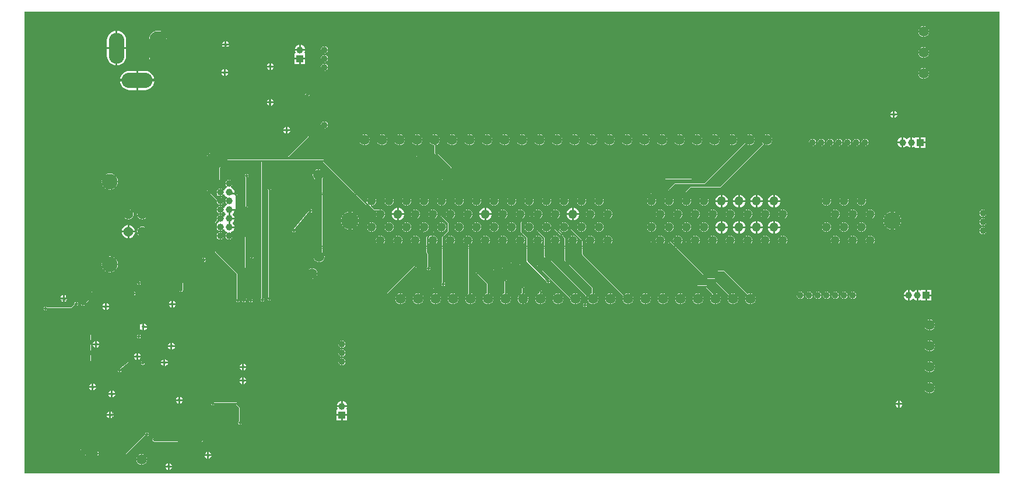
<source format=gbl>
G04*
G04 #@! TF.GenerationSoftware,Altium Limited,Altium Designer,19.1.7 (138)*
G04*
G04 Layer_Physical_Order=2*
G04 Layer_Color=16711680*
%FSAX43Y43*%
%MOMM*%
G71*
G01*
G75*
%ADD14C,0.200*%
%ADD15C,0.000*%
%ADD16C,0.127*%
%ADD17C,0.100*%
%ADD18C,0.254*%
%ADD19C,0.050*%
G04:AMPARAMS|DCode=21|XSize=0.6mm|YSize=0.85mm|CornerRadius=0.15mm|HoleSize=0mm|Usage=FLASHONLY|Rotation=0.000|XOffset=0mm|YOffset=0mm|HoleType=Round|Shape=RoundedRectangle|*
%AMROUNDEDRECTD21*
21,1,0.600,0.550,0,0,0.0*
21,1,0.300,0.850,0,0,0.0*
1,1,0.300,0.150,-0.275*
1,1,0.300,-0.150,-0.275*
1,1,0.300,-0.150,0.275*
1,1,0.300,0.150,0.275*
%
%ADD21ROUNDEDRECTD21*%
G04:AMPARAMS|DCode=35|XSize=0.6mm|YSize=0.85mm|CornerRadius=0.15mm|HoleSize=0mm|Usage=FLASHONLY|Rotation=90.000|XOffset=0mm|YOffset=0mm|HoleType=Round|Shape=RoundedRectangle|*
%AMROUNDEDRECTD35*
21,1,0.600,0.550,0,0,90.0*
21,1,0.300,0.850,0,0,90.0*
1,1,0.300,0.275,0.150*
1,1,0.300,0.275,-0.150*
1,1,0.300,-0.275,-0.150*
1,1,0.300,-0.275,0.150*
%
%ADD35ROUNDEDRECTD35*%
%ADD70C,0.500*%
%ADD71C,1.000*%
%ADD72R,1.000X1.000*%
%ADD73C,1.000*%
%ADD74R,0.800X0.800*%
%ADD75C,1.500*%
%ADD76R,1.500X1.500*%
%ADD77R,1.000X1.000*%
%ADD78O,2.500X5.000*%
%ADD79O,2.250X4.500*%
%ADD80O,4.500X2.250*%
%ADD81C,2.540*%
%ADD82C,1.318*%
%ADD83O,1.510X1.500*%
%ADD84C,2.300*%
%ADD85C,1.428*%
%ADD86C,0.500*%
%ADD87C,1.524*%
G36*
X0168021Y0030988D02*
X0026416D01*
Y0098171D01*
X0026416Y0098171D01*
X0168021D01*
Y0030988D01*
D02*
G37*
%LPC*%
G36*
X0155192Y0096010D02*
X0153672D01*
Y0094490D01*
X0155192D01*
Y0096010D01*
D02*
G37*
G36*
X0156972Y0096017D02*
X0156774Y0095990D01*
X0156589Y0095914D01*
X0156430Y0095792D01*
X0156308Y0095633D01*
X0156232Y0095448D01*
X0156205Y0095250D01*
X0156232Y0095052D01*
X0156308Y0094867D01*
X0156430Y0094708D01*
X0156589Y0094586D01*
X0156774Y0094510D01*
X0156972Y0094483D01*
X0157170Y0094510D01*
X0157355Y0094586D01*
X0157514Y0094708D01*
X0157636Y0094867D01*
X0157712Y0095052D01*
X0157739Y0095250D01*
X0157712Y0095448D01*
X0157636Y0095633D01*
X0157514Y0095792D01*
X0157355Y0095914D01*
X0157170Y0095990D01*
X0156972Y0096017D01*
D02*
G37*
G36*
X0055753Y0093834D02*
Y0093472D01*
X0056115D01*
X0056101Y0093542D01*
X0055989Y0093708D01*
X0055823Y0093820D01*
X0055753Y0093834D01*
D02*
G37*
G36*
X0055499D02*
X0055429Y0093820D01*
X0055263Y0093708D01*
X0055151Y0093542D01*
X0055137Y0093472D01*
X0055499D01*
Y0093834D01*
D02*
G37*
G36*
X0056115Y0093218D02*
X0055753D01*
Y0093056D01*
X0056039D01*
X0056101Y0093148D01*
X0056115Y0093218D01*
D02*
G37*
G36*
X0055499D02*
X0055137D01*
X0055151Y0093148D01*
X0055213Y0093056D01*
X0055499D01*
Y0093218D01*
D02*
G37*
G36*
X0039926Y0095337D02*
Y0092965D01*
X0041190D01*
Y0093963D01*
X0041143Y0094323D01*
X0041004Y0094658D01*
X0040783Y0094947D01*
X0040494Y0095168D01*
X0040159Y0095307D01*
X0039926Y0095337D01*
D02*
G37*
G36*
X0039672Y0095337D02*
X0039439Y0095307D01*
X0039104Y0095168D01*
X0038815Y0094947D01*
X0038594Y0094658D01*
X0038455Y0094323D01*
X0038408Y0093963D01*
Y0092965D01*
X0039672D01*
Y0095337D01*
D02*
G37*
G36*
X0066548Y0093327D02*
Y0092710D01*
X0067165D01*
X0067156Y0092780D01*
X0067080Y0092963D01*
X0066959Y0093121D01*
X0066801Y0093242D01*
X0066618Y0093318D01*
X0066548Y0093327D01*
D02*
G37*
G36*
X0066294D02*
X0066224Y0093318D01*
X0066041Y0093242D01*
X0065883Y0093121D01*
X0065762Y0092963D01*
X0065686Y0092780D01*
X0065677Y0092710D01*
X0066294D01*
Y0093327D01*
D02*
G37*
G36*
X0069977Y0093103D02*
X0069778Y0093063D01*
X0069609Y0092951D01*
X0069497Y0092782D01*
X0069457Y0092583D01*
X0069497Y0092384D01*
X0069609Y0092215D01*
X0069778Y0092103D01*
X0069977Y0092063D01*
X0070176Y0092103D01*
X0070345Y0092215D01*
X0070457Y0092384D01*
X0070497Y0092583D01*
X0070457Y0092782D01*
X0070345Y0092951D01*
X0070176Y0093063D01*
X0069977Y0093103D01*
D02*
G37*
G36*
X0155192Y0092962D02*
X0153672D01*
Y0091442D01*
X0155192D01*
Y0092962D01*
D02*
G37*
G36*
X0067165Y0092456D02*
X0066421D01*
X0065677D01*
X0065686Y0092386D01*
X0065762Y0092203D01*
X0065779Y0092181D01*
X0065723Y0092067D01*
X0065667D01*
Y0091440D01*
X0066421D01*
X0067175D01*
Y0092067D01*
X0067119D01*
X0067063Y0092181D01*
X0067080Y0092203D01*
X0067156Y0092386D01*
X0067165Y0092456D01*
D02*
G37*
G36*
X0156972Y0092969D02*
X0156774Y0092942D01*
X0156589Y0092866D01*
X0156430Y0092744D01*
X0156308Y0092585D01*
X0156232Y0092400D01*
X0156205Y0092202D01*
X0156232Y0092004D01*
X0156308Y0091819D01*
X0156430Y0091660D01*
X0156589Y0091538D01*
X0156774Y0091462D01*
X0156972Y0091435D01*
X0157170Y0091462D01*
X0157355Y0091538D01*
X0157514Y0091660D01*
X0157636Y0091819D01*
X0157712Y0092004D01*
X0157739Y0092202D01*
X0157712Y0092400D01*
X0157636Y0092585D01*
X0157514Y0092744D01*
X0157355Y0092866D01*
X0157170Y0092942D01*
X0156972Y0092969D01*
D02*
G37*
G36*
X0069977Y0091833D02*
X0069778Y0091793D01*
X0069609Y0091681D01*
X0069497Y0091512D01*
X0069457Y0091313D01*
X0069497Y0091114D01*
X0069609Y0090945D01*
X0069778Y0090833D01*
X0069977Y0090793D01*
X0070176Y0090833D01*
X0070345Y0090945D01*
X0070457Y0091114D01*
X0070497Y0091313D01*
X0070457Y0091512D01*
X0070345Y0091681D01*
X0070176Y0091793D01*
X0069977Y0091833D01*
D02*
G37*
G36*
X0067175Y0091186D02*
X0066548D01*
Y0090559D01*
X0067175D01*
Y0091186D01*
D02*
G37*
G36*
X0066294D02*
X0065667D01*
Y0090559D01*
X0066294D01*
Y0091186D01*
D02*
G37*
G36*
X0041190Y0092711D02*
X0039926D01*
Y0090339D01*
X0040159Y0090369D01*
X0040494Y0090508D01*
X0040783Y0090729D01*
X0041004Y0091018D01*
X0041143Y0091353D01*
X0041190Y0091713D01*
Y0092711D01*
D02*
G37*
G36*
X0039672D02*
X0038408D01*
Y0091713D01*
X0038455Y0091353D01*
X0038594Y0091018D01*
X0038815Y0090729D01*
X0039104Y0090508D01*
X0039439Y0090369D01*
X0039672Y0090339D01*
Y0092711D01*
D02*
G37*
G36*
X0045799Y0095359D02*
X0045470Y0095316D01*
X0045164Y0095189D01*
X0044900Y0094987D01*
X0044698Y0094723D01*
X0044571Y0094417D01*
X0044528Y0094088D01*
Y0091588D01*
X0044571Y0091259D01*
X0044698Y0090953D01*
X0044900Y0090689D01*
X0045164Y0090487D01*
X0045470Y0090360D01*
X0045799Y0090317D01*
X0046128Y0090360D01*
X0046434Y0090487D01*
X0046698Y0090689D01*
X0046900Y0090953D01*
X0047027Y0091259D01*
X0047070Y0091588D01*
Y0094088D01*
X0047027Y0094417D01*
X0046900Y0094723D01*
X0046698Y0094987D01*
X0046434Y0095189D01*
X0046128Y0095316D01*
X0045799Y0095359D01*
D02*
G37*
G36*
X0062230Y0090659D02*
Y0090297D01*
X0062592D01*
X0062578Y0090367D01*
X0062466Y0090533D01*
X0062300Y0090645D01*
X0062230Y0090659D01*
D02*
G37*
G36*
X0061976D02*
X0061906Y0090645D01*
X0061740Y0090533D01*
X0061628Y0090367D01*
X0061614Y0090297D01*
X0061976D01*
Y0090659D01*
D02*
G37*
G36*
X0062592Y0090043D02*
X0062230D01*
Y0089681D01*
X0062300Y0089695D01*
X0062466Y0089807D01*
X0062578Y0089973D01*
X0062592Y0090043D01*
D02*
G37*
G36*
X0061976D02*
X0061614D01*
X0061628Y0089973D01*
X0061740Y0089807D01*
X0061906Y0089695D01*
X0061976Y0089681D01*
Y0090043D01*
D02*
G37*
G36*
X0069977Y0090563D02*
X0069778Y0090523D01*
X0069609Y0090411D01*
X0069497Y0090242D01*
X0069457Y0090043D01*
X0069497Y0089844D01*
X0069609Y0089675D01*
X0069778Y0089563D01*
X0069977Y0089523D01*
X0070176Y0089563D01*
X0070345Y0089675D01*
X0070457Y0089844D01*
X0070497Y0090043D01*
X0070457Y0090242D01*
X0070345Y0090411D01*
X0070176Y0090523D01*
X0069977Y0090563D01*
D02*
G37*
G36*
X0055626Y0089770D02*
Y0089408D01*
X0055988D01*
X0055974Y0089478D01*
X0055862Y0089644D01*
X0055696Y0089756D01*
X0055626Y0089770D01*
D02*
G37*
G36*
X0055372D02*
X0055302Y0089756D01*
X0055136Y0089644D01*
X0055024Y0089478D01*
X0055010Y0089408D01*
X0055372D01*
Y0089770D01*
D02*
G37*
G36*
X0055988Y0089154D02*
X0055626D01*
Y0088792D01*
X0055696Y0088806D01*
X0055862Y0088918D01*
X0055974Y0089084D01*
X0055988Y0089154D01*
D02*
G37*
G36*
X0055372D02*
X0055010D01*
X0055024Y0089084D01*
X0055136Y0088918D01*
X0055302Y0088806D01*
X0055372Y0088792D01*
Y0089154D01*
D02*
G37*
G36*
X0155192Y0089914D02*
X0153672D01*
Y0088394D01*
X0155192D01*
Y0089914D01*
D02*
G37*
G36*
X0156972Y0089921D02*
X0156774Y0089894D01*
X0156589Y0089818D01*
X0156430Y0089696D01*
X0156308Y0089537D01*
X0156232Y0089352D01*
X0156205Y0089154D01*
X0156232Y0088956D01*
X0156308Y0088771D01*
X0156430Y0088612D01*
X0156589Y0088490D01*
X0156774Y0088414D01*
X0156972Y0088387D01*
X0157170Y0088414D01*
X0157355Y0088490D01*
X0157514Y0088612D01*
X0157636Y0088771D01*
X0157712Y0088956D01*
X0157739Y0089154D01*
X0157712Y0089352D01*
X0157636Y0089537D01*
X0157514Y0089696D01*
X0157355Y0089818D01*
X0157170Y0089894D01*
X0156972Y0089921D01*
D02*
G37*
G36*
X0043924Y0089529D02*
X0042926D01*
Y0088265D01*
X0045298D01*
X0045268Y0088498D01*
X0045129Y0088833D01*
X0044908Y0089122D01*
X0044619Y0089343D01*
X0044284Y0089482D01*
X0043924Y0089529D01*
D02*
G37*
G36*
X0042672D02*
X0041674D01*
X0041314Y0089482D01*
X0040979Y0089343D01*
X0040690Y0089122D01*
X0040469Y0088833D01*
X0040330Y0088498D01*
X0040300Y0088265D01*
X0042672D01*
Y0089529D01*
D02*
G37*
G36*
X0070487Y0089283D02*
X0069467D01*
Y0088263D01*
X0070487D01*
Y0089283D01*
D02*
G37*
G36*
X0045298Y0088011D02*
X0042926D01*
Y0086747D01*
X0043924D01*
X0044284Y0086794D01*
X0044619Y0086933D01*
X0044908Y0087154D01*
X0045129Y0087443D01*
X0045268Y0087778D01*
X0045298Y0088011D01*
D02*
G37*
G36*
X0042672D02*
X0040300D01*
X0040330Y0087778D01*
X0040469Y0087443D01*
X0040690Y0087154D01*
X0040979Y0086933D01*
X0041314Y0086794D01*
X0041674Y0086747D01*
X0042672D01*
Y0088011D01*
D02*
G37*
G36*
X0062242Y0085440D02*
Y0085078D01*
X0062604D01*
X0062590Y0085148D01*
X0062478Y0085314D01*
X0062312Y0085426D01*
X0062242Y0085440D01*
D02*
G37*
G36*
X0061988D02*
X0061918Y0085426D01*
X0061752Y0085314D01*
X0061640Y0085148D01*
X0061626Y0085078D01*
X0061988D01*
Y0085440D01*
D02*
G37*
G36*
X0062604Y0084824D02*
X0062242D01*
Y0084462D01*
X0062312Y0084476D01*
X0062478Y0084588D01*
X0062590Y0084754D01*
X0062604Y0084824D01*
D02*
G37*
G36*
X0061988D02*
X0061626D01*
X0061640Y0084754D01*
X0061752Y0084588D01*
X0061918Y0084476D01*
X0061988Y0084462D01*
Y0084824D01*
D02*
G37*
G36*
X0152781Y0083674D02*
Y0083312D01*
X0153143D01*
X0153129Y0083382D01*
X0153017Y0083548D01*
X0152851Y0083660D01*
X0152781Y0083674D01*
D02*
G37*
G36*
X0152527D02*
X0152457Y0083660D01*
X0152291Y0083548D01*
X0152179Y0083382D01*
X0152165Y0083312D01*
X0152527D01*
Y0083674D01*
D02*
G37*
G36*
X0153143Y0083058D02*
X0152781D01*
Y0082696D01*
X0152851Y0082710D01*
X0153017Y0082822D01*
X0153129Y0082988D01*
X0153143Y0083058D01*
D02*
G37*
G36*
X0152527D02*
X0152165D01*
X0152179Y0082988D01*
X0152291Y0082822D01*
X0152457Y0082710D01*
X0152527Y0082696D01*
Y0083058D01*
D02*
G37*
G36*
X0070487Y0083441D02*
X0069467D01*
Y0082421D01*
X0070487D01*
Y0083441D01*
D02*
G37*
G36*
X0069977Y0082181D02*
X0069778Y0082141D01*
X0069609Y0082029D01*
X0069497Y0081860D01*
X0069457Y0081661D01*
X0069497Y0081462D01*
X0069609Y0081293D01*
X0069778Y0081181D01*
X0069977Y0081141D01*
X0070176Y0081181D01*
X0070345Y0081293D01*
X0070457Y0081462D01*
X0070497Y0081661D01*
X0070457Y0081860D01*
X0070345Y0082029D01*
X0070176Y0082141D01*
X0069977Y0082181D01*
D02*
G37*
G36*
X0064643Y0081388D02*
Y0081026D01*
X0065005D01*
X0064991Y0081096D01*
X0064879Y0081262D01*
X0064713Y0081374D01*
X0064643Y0081388D01*
D02*
G37*
G36*
X0064389D02*
X0064319Y0081374D01*
X0064153Y0081262D01*
X0064041Y0081096D01*
X0064027Y0081026D01*
X0064389D01*
Y0081388D01*
D02*
G37*
G36*
X0065005Y0080772D02*
X0064643D01*
Y0080410D01*
X0064713Y0080424D01*
X0064879Y0080536D01*
X0064991Y0080702D01*
X0065005Y0080772D01*
D02*
G37*
G36*
X0064389D02*
X0064027D01*
X0064041Y0080702D01*
X0064153Y0080536D01*
X0064319Y0080424D01*
X0064389Y0080410D01*
Y0080772D01*
D02*
G37*
G36*
X0156337Y0079875D02*
X0155710D01*
Y0079819D01*
X0155596Y0079763D01*
X0155574Y0079780D01*
X0155391Y0079856D01*
X0155321Y0079865D01*
Y0079121D01*
Y0078377D01*
X0155391Y0078386D01*
X0155574Y0078462D01*
X0155596Y0078479D01*
X0155710Y0078423D01*
Y0078367D01*
X0156337D01*
Y0079121D01*
Y0079875D01*
D02*
G37*
G36*
X0157218D02*
X0156591D01*
Y0079248D01*
X0157218D01*
Y0079875D01*
D02*
G37*
G36*
X0153797Y0079865D02*
X0153727Y0079856D01*
X0153544Y0079780D01*
X0153386Y0079659D01*
X0153265Y0079501D01*
X0153189Y0079318D01*
X0153180Y0079248D01*
X0153797D01*
Y0079865D01*
D02*
G37*
G36*
X0074039Y0080262D02*
X0072519D01*
Y0078742D01*
X0074039D01*
Y0080262D01*
D02*
G37*
G36*
X0134239Y0080269D02*
X0134041Y0080242D01*
X0133856Y0080166D01*
X0133697Y0080044D01*
X0133575Y0079885D01*
X0133499Y0079700D01*
X0133472Y0079502D01*
X0133499Y0079304D01*
X0133575Y0079119D01*
X0133697Y0078960D01*
X0133631Y0078850D01*
X0127447Y0072665D01*
X0123190D01*
X0123085Y0072622D01*
X0123085Y0072622D01*
X0122450Y0071987D01*
X0122407Y0071882D01*
X0122407Y0071882D01*
Y0071262D01*
X0122380Y0071259D01*
X0122218Y0071191D01*
X0122078Y0071084D01*
X0121971Y0070944D01*
X0121903Y0070782D01*
X0121880Y0070607D01*
X0121903Y0070432D01*
X0121971Y0070270D01*
X0122078Y0070130D01*
X0122218Y0070023D01*
X0122380Y0069955D01*
X0122555Y0069932D01*
X0122730Y0069955D01*
X0122892Y0070023D01*
X0123032Y0070130D01*
X0123139Y0070270D01*
X0123207Y0070432D01*
X0123230Y0070607D01*
X0123207Y0070782D01*
X0123139Y0070944D01*
X0123032Y0071084D01*
X0122892Y0071191D01*
X0122730Y0071259D01*
X0122703Y0071262D01*
Y0071821D01*
X0123251Y0072369D01*
X0127508D01*
X0127508Y0072369D01*
X0127613Y0072412D01*
X0133963Y0078762D01*
X0133974Y0078789D01*
X0134041Y0078762D01*
X0134239Y0078735D01*
X0134437Y0078762D01*
X0134622Y0078838D01*
X0134781Y0078960D01*
X0134903Y0079119D01*
X0134979Y0079304D01*
X0135006Y0079502D01*
X0134979Y0079700D01*
X0134903Y0079885D01*
X0134781Y0080044D01*
X0134622Y0080166D01*
X0134437Y0080242D01*
X0134239Y0080269D01*
D02*
G37*
G36*
X0131699D02*
X0131501Y0080242D01*
X0131316Y0080166D01*
X0131157Y0080044D01*
X0131035Y0079885D01*
X0130959Y0079700D01*
X0130932Y0079502D01*
X0130959Y0079304D01*
X0131035Y0079119D01*
X0131066Y0079079D01*
X0125161Y0073173D01*
X0120904D01*
X0120904Y0073173D01*
X0120799Y0073130D01*
X0120799Y0073130D01*
X0119910Y0072241D01*
X0119867Y0072136D01*
X0119867Y0072136D01*
Y0071262D01*
X0119840Y0071259D01*
X0119678Y0071191D01*
X0119538Y0071084D01*
X0119431Y0070944D01*
X0119363Y0070782D01*
X0119340Y0070607D01*
X0119363Y0070432D01*
X0119431Y0070270D01*
X0119538Y0070130D01*
X0119678Y0070023D01*
X0119840Y0069955D01*
X0120015Y0069932D01*
X0120190Y0069955D01*
X0120352Y0070023D01*
X0120492Y0070130D01*
X0120599Y0070270D01*
X0120667Y0070432D01*
X0120690Y0070607D01*
X0120667Y0070782D01*
X0120599Y0070944D01*
X0120492Y0071084D01*
X0120352Y0071191D01*
X0120190Y0071259D01*
X0120163Y0071262D01*
Y0072075D01*
X0120965Y0072877D01*
X0125222D01*
X0125222Y0072877D01*
X0125327Y0072920D01*
X0131276Y0078869D01*
X0131316Y0078838D01*
X0131501Y0078762D01*
X0131699Y0078735D01*
X0131897Y0078762D01*
X0132082Y0078838D01*
X0132241Y0078960D01*
X0132363Y0079119D01*
X0132439Y0079304D01*
X0132466Y0079502D01*
X0132439Y0079700D01*
X0132363Y0079885D01*
X0132241Y0080044D01*
X0132082Y0080166D01*
X0131897Y0080242D01*
X0131699Y0080269D01*
D02*
G37*
G36*
X0129159D02*
X0128961Y0080242D01*
X0128776Y0080166D01*
X0128617Y0080044D01*
X0128495Y0079885D01*
X0128419Y0079700D01*
X0128392Y0079502D01*
X0128419Y0079304D01*
X0128495Y0079119D01*
X0128526Y0079079D01*
X0123256Y0073808D01*
X0119507D01*
X0119507Y0073808D01*
X0119402Y0073765D01*
X0119402Y0073765D01*
X0117370Y0071733D01*
X0117327Y0071628D01*
X0117327Y0071628D01*
Y0071262D01*
X0117300Y0071259D01*
X0117138Y0071191D01*
X0116998Y0071084D01*
X0116891Y0070944D01*
X0116823Y0070782D01*
X0116800Y0070607D01*
X0116823Y0070432D01*
X0116891Y0070270D01*
X0116998Y0070130D01*
X0117138Y0070023D01*
X0117300Y0069955D01*
X0117475Y0069932D01*
X0117650Y0069955D01*
X0117812Y0070023D01*
X0117952Y0070130D01*
X0118059Y0070270D01*
X0118127Y0070432D01*
X0118150Y0070607D01*
X0118127Y0070782D01*
X0118059Y0070944D01*
X0117952Y0071084D01*
X0117812Y0071191D01*
X0117650Y0071259D01*
X0117623Y0071262D01*
Y0071567D01*
X0119568Y0073512D01*
X0123317D01*
X0123317Y0073512D01*
X0123422Y0073555D01*
X0128736Y0078869D01*
X0128776Y0078838D01*
X0128961Y0078762D01*
X0129159Y0078735D01*
X0129357Y0078762D01*
X0129542Y0078838D01*
X0129701Y0078960D01*
X0129823Y0079119D01*
X0129899Y0079304D01*
X0129926Y0079502D01*
X0129899Y0079700D01*
X0129823Y0079885D01*
X0129701Y0080044D01*
X0129542Y0080166D01*
X0129357Y0080242D01*
X0129159Y0080269D01*
D02*
G37*
G36*
X0126619D02*
X0126421Y0080242D01*
X0126236Y0080166D01*
X0126077Y0080044D01*
X0125955Y0079885D01*
X0125879Y0079700D01*
X0125852Y0079502D01*
X0125879Y0079304D01*
X0125955Y0079119D01*
X0126077Y0078960D01*
X0126236Y0078838D01*
X0126421Y0078762D01*
X0126619Y0078735D01*
X0126817Y0078762D01*
X0127002Y0078838D01*
X0127161Y0078960D01*
X0127283Y0079119D01*
X0127359Y0079304D01*
X0127386Y0079502D01*
X0127359Y0079700D01*
X0127283Y0079885D01*
X0127161Y0080044D01*
X0127002Y0080166D01*
X0126817Y0080242D01*
X0126619Y0080269D01*
D02*
G37*
G36*
X0124079D02*
X0123881Y0080242D01*
X0123696Y0080166D01*
X0123537Y0080044D01*
X0123415Y0079885D01*
X0123339Y0079700D01*
X0123312Y0079502D01*
X0123339Y0079304D01*
X0123415Y0079119D01*
X0123537Y0078960D01*
X0123696Y0078838D01*
X0123881Y0078762D01*
X0124079Y0078735D01*
X0124277Y0078762D01*
X0124462Y0078838D01*
X0124621Y0078960D01*
X0124743Y0079119D01*
X0124819Y0079304D01*
X0124846Y0079502D01*
X0124819Y0079700D01*
X0124743Y0079885D01*
X0124621Y0080044D01*
X0124462Y0080166D01*
X0124277Y0080242D01*
X0124079Y0080269D01*
D02*
G37*
G36*
X0121539D02*
X0121341Y0080242D01*
X0121156Y0080166D01*
X0120997Y0080044D01*
X0120875Y0079885D01*
X0120799Y0079700D01*
X0120772Y0079502D01*
X0120799Y0079304D01*
X0120875Y0079119D01*
X0120997Y0078960D01*
X0121156Y0078838D01*
X0121341Y0078762D01*
X0121539Y0078735D01*
X0121737Y0078762D01*
X0121922Y0078838D01*
X0122081Y0078960D01*
X0122203Y0079119D01*
X0122279Y0079304D01*
X0122306Y0079502D01*
X0122279Y0079700D01*
X0122203Y0079885D01*
X0122081Y0080044D01*
X0121922Y0080166D01*
X0121737Y0080242D01*
X0121539Y0080269D01*
D02*
G37*
G36*
X0118999D02*
X0118801Y0080242D01*
X0118616Y0080166D01*
X0118457Y0080044D01*
X0118335Y0079885D01*
X0118259Y0079700D01*
X0118232Y0079502D01*
X0118259Y0079304D01*
X0118335Y0079119D01*
X0118457Y0078960D01*
X0118616Y0078838D01*
X0118801Y0078762D01*
X0118999Y0078735D01*
X0119197Y0078762D01*
X0119382Y0078838D01*
X0119541Y0078960D01*
X0119663Y0079119D01*
X0119739Y0079304D01*
X0119766Y0079502D01*
X0119739Y0079700D01*
X0119663Y0079885D01*
X0119541Y0080044D01*
X0119382Y0080166D01*
X0119197Y0080242D01*
X0118999Y0080269D01*
D02*
G37*
G36*
X0116459D02*
X0116261Y0080242D01*
X0116076Y0080166D01*
X0115917Y0080044D01*
X0115795Y0079885D01*
X0115719Y0079700D01*
X0115692Y0079502D01*
X0115719Y0079304D01*
X0115795Y0079119D01*
X0115917Y0078960D01*
X0116076Y0078838D01*
X0116261Y0078762D01*
X0116459Y0078735D01*
X0116657Y0078762D01*
X0116842Y0078838D01*
X0117001Y0078960D01*
X0117123Y0079119D01*
X0117199Y0079304D01*
X0117226Y0079502D01*
X0117199Y0079700D01*
X0117123Y0079885D01*
X0117001Y0080044D01*
X0116842Y0080166D01*
X0116657Y0080242D01*
X0116459Y0080269D01*
D02*
G37*
G36*
X0113919D02*
X0113721Y0080242D01*
X0113536Y0080166D01*
X0113377Y0080044D01*
X0113255Y0079885D01*
X0113179Y0079700D01*
X0113152Y0079502D01*
X0113179Y0079304D01*
X0113255Y0079119D01*
X0113377Y0078960D01*
X0113536Y0078838D01*
X0113721Y0078762D01*
X0113919Y0078735D01*
X0114117Y0078762D01*
X0114302Y0078838D01*
X0114461Y0078960D01*
X0114583Y0079119D01*
X0114659Y0079304D01*
X0114686Y0079502D01*
X0114659Y0079700D01*
X0114583Y0079885D01*
X0114461Y0080044D01*
X0114302Y0080166D01*
X0114117Y0080242D01*
X0113919Y0080269D01*
D02*
G37*
G36*
X0111379D02*
X0111181Y0080242D01*
X0110996Y0080166D01*
X0110837Y0080044D01*
X0110715Y0079885D01*
X0110639Y0079700D01*
X0110612Y0079502D01*
X0110639Y0079304D01*
X0110715Y0079119D01*
X0110837Y0078960D01*
X0110996Y0078838D01*
X0111181Y0078762D01*
X0111379Y0078735D01*
X0111577Y0078762D01*
X0111762Y0078838D01*
X0111921Y0078960D01*
X0112043Y0079119D01*
X0112119Y0079304D01*
X0112146Y0079502D01*
X0112119Y0079700D01*
X0112043Y0079885D01*
X0111921Y0080044D01*
X0111762Y0080166D01*
X0111577Y0080242D01*
X0111379Y0080269D01*
D02*
G37*
G36*
X0108839D02*
X0108641Y0080242D01*
X0108456Y0080166D01*
X0108297Y0080044D01*
X0108175Y0079885D01*
X0108099Y0079700D01*
X0108072Y0079502D01*
X0108099Y0079304D01*
X0108175Y0079119D01*
X0108297Y0078960D01*
X0108456Y0078838D01*
X0108641Y0078762D01*
X0108839Y0078735D01*
X0109037Y0078762D01*
X0109222Y0078838D01*
X0109381Y0078960D01*
X0109503Y0079119D01*
X0109579Y0079304D01*
X0109606Y0079502D01*
X0109579Y0079700D01*
X0109503Y0079885D01*
X0109381Y0080044D01*
X0109222Y0080166D01*
X0109037Y0080242D01*
X0108839Y0080269D01*
D02*
G37*
G36*
X0106299D02*
X0106101Y0080242D01*
X0105916Y0080166D01*
X0105757Y0080044D01*
X0105635Y0079885D01*
X0105559Y0079700D01*
X0105532Y0079502D01*
X0105559Y0079304D01*
X0105635Y0079119D01*
X0105757Y0078960D01*
X0105916Y0078838D01*
X0106101Y0078762D01*
X0106299Y0078735D01*
X0106497Y0078762D01*
X0106682Y0078838D01*
X0106841Y0078960D01*
X0106963Y0079119D01*
X0107039Y0079304D01*
X0107066Y0079502D01*
X0107039Y0079700D01*
X0106963Y0079885D01*
X0106841Y0080044D01*
X0106682Y0080166D01*
X0106497Y0080242D01*
X0106299Y0080269D01*
D02*
G37*
G36*
X0103759D02*
X0103561Y0080242D01*
X0103376Y0080166D01*
X0103217Y0080044D01*
X0103095Y0079885D01*
X0103019Y0079700D01*
X0102992Y0079502D01*
X0103019Y0079304D01*
X0103095Y0079119D01*
X0103217Y0078960D01*
X0103376Y0078838D01*
X0103561Y0078762D01*
X0103759Y0078735D01*
X0103957Y0078762D01*
X0104142Y0078838D01*
X0104301Y0078960D01*
X0104423Y0079119D01*
X0104499Y0079304D01*
X0104526Y0079502D01*
X0104499Y0079700D01*
X0104423Y0079885D01*
X0104301Y0080044D01*
X0104142Y0080166D01*
X0103957Y0080242D01*
X0103759Y0080269D01*
D02*
G37*
G36*
X0101219D02*
X0101021Y0080242D01*
X0100836Y0080166D01*
X0100677Y0080044D01*
X0100555Y0079885D01*
X0100479Y0079700D01*
X0100452Y0079502D01*
X0100479Y0079304D01*
X0100555Y0079119D01*
X0100677Y0078960D01*
X0100836Y0078838D01*
X0101021Y0078762D01*
X0101219Y0078735D01*
X0101417Y0078762D01*
X0101602Y0078838D01*
X0101761Y0078960D01*
X0101883Y0079119D01*
X0101959Y0079304D01*
X0101986Y0079502D01*
X0101959Y0079700D01*
X0101883Y0079885D01*
X0101761Y0080044D01*
X0101602Y0080166D01*
X0101417Y0080242D01*
X0101219Y0080269D01*
D02*
G37*
G36*
X0098679D02*
X0098481Y0080242D01*
X0098296Y0080166D01*
X0098137Y0080044D01*
X0098015Y0079885D01*
X0097939Y0079700D01*
X0097912Y0079502D01*
X0097939Y0079304D01*
X0098015Y0079119D01*
X0098137Y0078960D01*
X0098296Y0078838D01*
X0098481Y0078762D01*
X0098679Y0078735D01*
X0098877Y0078762D01*
X0099062Y0078838D01*
X0099221Y0078960D01*
X0099343Y0079119D01*
X0099419Y0079304D01*
X0099446Y0079502D01*
X0099419Y0079700D01*
X0099343Y0079885D01*
X0099221Y0080044D01*
X0099062Y0080166D01*
X0098877Y0080242D01*
X0098679Y0080269D01*
D02*
G37*
G36*
X0096139D02*
X0095941Y0080242D01*
X0095756Y0080166D01*
X0095597Y0080044D01*
X0095475Y0079885D01*
X0095399Y0079700D01*
X0095372Y0079502D01*
X0095399Y0079304D01*
X0095475Y0079119D01*
X0095597Y0078960D01*
X0095756Y0078838D01*
X0095941Y0078762D01*
X0096139Y0078735D01*
X0096337Y0078762D01*
X0096522Y0078838D01*
X0096681Y0078960D01*
X0096803Y0079119D01*
X0096879Y0079304D01*
X0096906Y0079502D01*
X0096879Y0079700D01*
X0096803Y0079885D01*
X0096681Y0080044D01*
X0096522Y0080166D01*
X0096337Y0080242D01*
X0096139Y0080269D01*
D02*
G37*
G36*
X0093599D02*
X0093401Y0080242D01*
X0093216Y0080166D01*
X0093057Y0080044D01*
X0092935Y0079885D01*
X0092859Y0079700D01*
X0092832Y0079502D01*
X0092859Y0079304D01*
X0092935Y0079119D01*
X0093057Y0078960D01*
X0093216Y0078838D01*
X0093401Y0078762D01*
X0093599Y0078735D01*
X0093797Y0078762D01*
X0093982Y0078838D01*
X0094141Y0078960D01*
X0094263Y0079119D01*
X0094339Y0079304D01*
X0094366Y0079502D01*
X0094339Y0079700D01*
X0094263Y0079885D01*
X0094141Y0080044D01*
X0093982Y0080166D01*
X0093797Y0080242D01*
X0093599Y0080269D01*
D02*
G37*
G36*
X0091059D02*
X0090861Y0080242D01*
X0090676Y0080166D01*
X0090517Y0080044D01*
X0090395Y0079885D01*
X0090319Y0079700D01*
X0090292Y0079502D01*
X0090319Y0079304D01*
X0090395Y0079119D01*
X0090517Y0078960D01*
X0090676Y0078838D01*
X0090861Y0078762D01*
X0091059Y0078735D01*
X0091257Y0078762D01*
X0091442Y0078838D01*
X0091601Y0078960D01*
X0091723Y0079119D01*
X0091799Y0079304D01*
X0091826Y0079502D01*
X0091799Y0079700D01*
X0091723Y0079885D01*
X0091601Y0080044D01*
X0091442Y0080166D01*
X0091257Y0080242D01*
X0091059Y0080269D01*
D02*
G37*
G36*
X0088519D02*
X0088321Y0080242D01*
X0088136Y0080166D01*
X0087977Y0080044D01*
X0087855Y0079885D01*
X0087779Y0079700D01*
X0087752Y0079502D01*
X0087779Y0079304D01*
X0087855Y0079119D01*
X0087977Y0078960D01*
X0088136Y0078838D01*
X0088321Y0078762D01*
X0088519Y0078735D01*
X0088717Y0078762D01*
X0088902Y0078838D01*
X0089061Y0078960D01*
X0089183Y0079119D01*
X0089259Y0079304D01*
X0089286Y0079502D01*
X0089259Y0079700D01*
X0089183Y0079885D01*
X0089061Y0080044D01*
X0088902Y0080166D01*
X0088717Y0080242D01*
X0088519Y0080269D01*
D02*
G37*
G36*
X0080899D02*
X0080701Y0080242D01*
X0080516Y0080166D01*
X0080357Y0080044D01*
X0080235Y0079885D01*
X0080159Y0079700D01*
X0080132Y0079502D01*
X0080159Y0079304D01*
X0080235Y0079119D01*
X0080357Y0078960D01*
X0080516Y0078838D01*
X0080701Y0078762D01*
X0080899Y0078735D01*
X0081097Y0078762D01*
X0081282Y0078838D01*
X0081441Y0078960D01*
X0081563Y0079119D01*
X0081639Y0079304D01*
X0081666Y0079502D01*
X0081639Y0079700D01*
X0081563Y0079885D01*
X0081441Y0080044D01*
X0081282Y0080166D01*
X0081097Y0080242D01*
X0080899Y0080269D01*
D02*
G37*
G36*
X0078359D02*
X0078161Y0080242D01*
X0077976Y0080166D01*
X0077817Y0080044D01*
X0077695Y0079885D01*
X0077619Y0079700D01*
X0077592Y0079502D01*
X0077619Y0079304D01*
X0077695Y0079119D01*
X0077817Y0078960D01*
X0077976Y0078838D01*
X0078161Y0078762D01*
X0078359Y0078735D01*
X0078557Y0078762D01*
X0078742Y0078838D01*
X0078901Y0078960D01*
X0079023Y0079119D01*
X0079099Y0079304D01*
X0079126Y0079502D01*
X0079099Y0079700D01*
X0079023Y0079885D01*
X0078901Y0080044D01*
X0078742Y0080166D01*
X0078557Y0080242D01*
X0078359Y0080269D01*
D02*
G37*
G36*
X0075819D02*
X0075621Y0080242D01*
X0075436Y0080166D01*
X0075277Y0080044D01*
X0075155Y0079885D01*
X0075079Y0079700D01*
X0075052Y0079502D01*
X0075079Y0079304D01*
X0075155Y0079119D01*
X0075277Y0078960D01*
X0075436Y0078838D01*
X0075621Y0078762D01*
X0075819Y0078735D01*
X0076017Y0078762D01*
X0076202Y0078838D01*
X0076361Y0078960D01*
X0076483Y0079119D01*
X0076559Y0079304D01*
X0076586Y0079502D01*
X0076559Y0079700D01*
X0076483Y0079885D01*
X0076361Y0080044D01*
X0076202Y0080166D01*
X0076017Y0080242D01*
X0075819Y0080269D01*
D02*
G37*
G36*
X0140083Y0079631D02*
X0139063D01*
Y0078611D01*
X0140083D01*
Y0079631D01*
D02*
G37*
G36*
X0148463Y0079641D02*
X0148264Y0079601D01*
X0148095Y0079489D01*
X0147983Y0079320D01*
X0147943Y0079121D01*
X0147983Y0078922D01*
X0148095Y0078753D01*
X0148264Y0078641D01*
X0148463Y0078601D01*
X0148662Y0078641D01*
X0148831Y0078753D01*
X0148943Y0078922D01*
X0148983Y0079121D01*
X0148943Y0079320D01*
X0148831Y0079489D01*
X0148662Y0079601D01*
X0148463Y0079641D01*
D02*
G37*
G36*
X0147193D02*
X0146994Y0079601D01*
X0146825Y0079489D01*
X0146713Y0079320D01*
X0146673Y0079121D01*
X0146713Y0078922D01*
X0146825Y0078753D01*
X0146994Y0078641D01*
X0147193Y0078601D01*
X0147392Y0078641D01*
X0147561Y0078753D01*
X0147673Y0078922D01*
X0147713Y0079121D01*
X0147673Y0079320D01*
X0147561Y0079489D01*
X0147392Y0079601D01*
X0147193Y0079641D01*
D02*
G37*
G36*
X0145923D02*
X0145724Y0079601D01*
X0145555Y0079489D01*
X0145443Y0079320D01*
X0145403Y0079121D01*
X0145443Y0078922D01*
X0145555Y0078753D01*
X0145724Y0078641D01*
X0145923Y0078601D01*
X0146122Y0078641D01*
X0146291Y0078753D01*
X0146403Y0078922D01*
X0146443Y0079121D01*
X0146403Y0079320D01*
X0146291Y0079489D01*
X0146122Y0079601D01*
X0145923Y0079641D01*
D02*
G37*
G36*
X0144653D02*
X0144454Y0079601D01*
X0144285Y0079489D01*
X0144173Y0079320D01*
X0144133Y0079121D01*
X0144173Y0078922D01*
X0144285Y0078753D01*
X0144454Y0078641D01*
X0144653Y0078601D01*
X0144852Y0078641D01*
X0145021Y0078753D01*
X0145133Y0078922D01*
X0145173Y0079121D01*
X0145133Y0079320D01*
X0145021Y0079489D01*
X0144852Y0079601D01*
X0144653Y0079641D01*
D02*
G37*
G36*
X0143383D02*
X0143184Y0079601D01*
X0143015Y0079489D01*
X0142903Y0079320D01*
X0142863Y0079121D01*
X0142903Y0078922D01*
X0143015Y0078753D01*
X0143184Y0078641D01*
X0143383Y0078601D01*
X0143582Y0078641D01*
X0143751Y0078753D01*
X0143863Y0078922D01*
X0143903Y0079121D01*
X0143863Y0079320D01*
X0143751Y0079489D01*
X0143582Y0079601D01*
X0143383Y0079641D01*
D02*
G37*
G36*
X0142113D02*
X0141914Y0079601D01*
X0141745Y0079489D01*
X0141633Y0079320D01*
X0141593Y0079121D01*
X0141633Y0078922D01*
X0141745Y0078753D01*
X0141914Y0078641D01*
X0142113Y0078601D01*
X0142312Y0078641D01*
X0142481Y0078753D01*
X0142593Y0078922D01*
X0142633Y0079121D01*
X0142593Y0079320D01*
X0142481Y0079489D01*
X0142312Y0079601D01*
X0142113Y0079641D01*
D02*
G37*
G36*
X0140843D02*
X0140644Y0079601D01*
X0140475Y0079489D01*
X0140363Y0079320D01*
X0140323Y0079121D01*
X0140363Y0078922D01*
X0140475Y0078753D01*
X0140644Y0078641D01*
X0140843Y0078601D01*
X0141042Y0078641D01*
X0141211Y0078753D01*
X0141323Y0078922D01*
X0141363Y0079121D01*
X0141323Y0079320D01*
X0141211Y0079489D01*
X0141042Y0079601D01*
X0140843Y0079641D01*
D02*
G37*
G36*
X0154051Y0079865D02*
Y0079121D01*
Y0078377D01*
X0154121Y0078386D01*
X0154304Y0078462D01*
X0154462Y0078583D01*
X0154495Y0078627D01*
X0154622D01*
X0154656Y0078583D01*
X0154814Y0078462D01*
X0154997Y0078386D01*
X0155067Y0078377D01*
Y0079121D01*
Y0079865D01*
X0154997Y0079856D01*
X0154814Y0079780D01*
X0154656Y0079659D01*
X0154622Y0079615D01*
X0154495D01*
X0154462Y0079659D01*
X0154304Y0079780D01*
X0154121Y0079856D01*
X0154051Y0079865D01*
D02*
G37*
G36*
X0153797Y0078994D02*
X0153180D01*
X0153189Y0078924D01*
X0153265Y0078741D01*
X0153386Y0078583D01*
X0153544Y0078462D01*
X0153727Y0078386D01*
X0153797Y0078377D01*
Y0078994D01*
D02*
G37*
G36*
X0157218D02*
X0156591D01*
Y0078367D01*
X0157218D01*
Y0078994D01*
D02*
G37*
G36*
X0067564Y0086371D02*
X0067463Y0086351D01*
X0067377Y0086293D01*
X0067326Y0086217D01*
X0067250Y0086166D01*
X0067192Y0086080D01*
X0067172Y0085979D01*
Y0080247D01*
X0064533Y0077608D01*
X0053467D01*
X0053366Y0077588D01*
X0053280Y0077530D01*
X0053280Y0077530D01*
X0053026Y0077276D01*
X0052968Y0077190D01*
X0052948Y0077089D01*
X0052948Y0077089D01*
Y0072263D01*
X0052948Y0072263D01*
X0052968Y0072162D01*
X0053026Y0072076D01*
X0054368Y0070733D01*
X0054344Y0070612D01*
X0054384Y0070413D01*
X0054496Y0070244D01*
X0054665Y0070132D01*
X0054864Y0070092D01*
X0055063Y0070132D01*
X0055232Y0070244D01*
X0055344Y0070413D01*
X0055384Y0070612D01*
X0055344Y0070811D01*
X0055232Y0070980D01*
X0055063Y0071092D01*
X0054864Y0071132D01*
X0054743Y0071108D01*
X0054475Y0071376D01*
X0054556Y0071474D01*
X0054665Y0071402D01*
X0054864Y0071362D01*
X0055063Y0071402D01*
X0055232Y0071514D01*
X0055294Y0071608D01*
X0055437Y0071594D01*
X0055475Y0071502D01*
X0055596Y0071344D01*
X0055754Y0071223D01*
X0055846Y0071185D01*
X0055860Y0071042D01*
X0055766Y0070980D01*
X0055654Y0070811D01*
X0055614Y0070612D01*
X0055654Y0070413D01*
X0055766Y0070244D01*
X0055860Y0070182D01*
X0055846Y0070039D01*
X0055754Y0070001D01*
X0055596Y0069880D01*
X0055475Y0069722D01*
X0055437Y0069630D01*
X0055294Y0069616D01*
X0055232Y0069710D01*
X0055063Y0069822D01*
X0054864Y0069862D01*
X0054665Y0069822D01*
X0054496Y0069710D01*
X0054384Y0069541D01*
X0054344Y0069342D01*
X0054384Y0069143D01*
X0054496Y0068974D01*
X0054665Y0068862D01*
X0054864Y0068822D01*
X0055063Y0068862D01*
X0055232Y0068974D01*
X0055294Y0069068D01*
X0055437Y0069054D01*
X0055475Y0068962D01*
X0055596Y0068804D01*
X0055640Y0068771D01*
Y0068644D01*
X0055596Y0068610D01*
X0055475Y0068452D01*
X0055437Y0068360D01*
X0055294Y0068346D01*
X0055232Y0068440D01*
X0055063Y0068552D01*
X0054864Y0068592D01*
X0054665Y0068552D01*
X0054496Y0068440D01*
X0054384Y0068271D01*
X0054344Y0068072D01*
X0054384Y0067873D01*
X0054412Y0067830D01*
X0054122Y0067540D01*
X0054079Y0067435D01*
X0054079Y0067435D01*
Y0063305D01*
X0054079Y0063305D01*
X0054122Y0063201D01*
X0057256Y0060067D01*
Y0056348D01*
X0057217Y0056321D01*
X0057159Y0056235D01*
X0057139Y0056134D01*
X0057159Y0056033D01*
X0057217Y0055947D01*
X0057303Y0055889D01*
X0057404Y0055869D01*
X0057505Y0055889D01*
X0057591Y0055947D01*
X0057649Y0056033D01*
X0057669Y0056134D01*
X0057649Y0056235D01*
X0057591Y0056321D01*
X0057552Y0056348D01*
Y0060128D01*
X0057509Y0060233D01*
X0057509Y0060233D01*
X0054375Y0063367D01*
Y0065117D01*
X0054468Y0065153D01*
X0054502Y0065160D01*
X0054665Y0065052D01*
X0054864Y0065012D01*
X0055063Y0065052D01*
X0055232Y0065164D01*
X0055344Y0065333D01*
X0055384Y0065532D01*
X0055344Y0065731D01*
X0055232Y0065900D01*
X0055063Y0066012D01*
X0054864Y0066052D01*
X0054665Y0066012D01*
X0054502Y0065904D01*
X0054468Y0065911D01*
X0054375Y0065947D01*
Y0066387D01*
X0054468Y0066423D01*
X0054502Y0066430D01*
X0054665Y0066322D01*
X0054864Y0066282D01*
X0055063Y0066322D01*
X0055232Y0066434D01*
X0055294Y0066528D01*
X0055437Y0066514D01*
X0055475Y0066422D01*
X0055596Y0066264D01*
X0055754Y0066143D01*
X0055846Y0066105D01*
X0055860Y0065962D01*
X0055766Y0065900D01*
X0055654Y0065731D01*
X0055614Y0065532D01*
X0055654Y0065333D01*
X0055766Y0065164D01*
X0055935Y0065052D01*
X0056134Y0065012D01*
X0056333Y0065052D01*
X0056502Y0065164D01*
X0056614Y0065333D01*
X0056654Y0065532D01*
X0056614Y0065731D01*
X0056502Y0065900D01*
X0056408Y0065962D01*
X0056422Y0066105D01*
X0056514Y0066143D01*
X0056672Y0066264D01*
X0056793Y0066422D01*
X0056869Y0066605D01*
X0056878Y0066675D01*
X0056134D01*
Y0066929D01*
X0056878D01*
X0056869Y0066999D01*
X0056793Y0067182D01*
X0056672Y0067340D01*
X0056628Y0067373D01*
Y0067501D01*
X0056672Y0067534D01*
X0056793Y0067692D01*
X0056869Y0067875D01*
X0056878Y0067945D01*
X0056134D01*
Y0068199D01*
X0056878D01*
X0056869Y0068269D01*
X0056793Y0068452D01*
X0056672Y0068610D01*
X0056628Y0068644D01*
Y0068771D01*
X0056672Y0068804D01*
X0056793Y0068962D01*
X0056869Y0069145D01*
X0056875Y0069194D01*
X0057015D01*
X0057015Y0069194D01*
X0057120Y0069237D01*
X0057255Y0069372D01*
X0057298Y0069477D01*
X0057298Y0069477D01*
Y0071501D01*
X0057255Y0071606D01*
X0057255Y0071606D01*
X0057017Y0071844D01*
X0056912Y0071888D01*
X0056878Y0072005D01*
X0056869Y0072079D01*
X0056793Y0072262D01*
X0056672Y0072420D01*
X0056514Y0072541D01*
X0056422Y0072579D01*
X0056408Y0072722D01*
X0056502Y0072784D01*
X0056614Y0072953D01*
X0056654Y0073152D01*
X0056614Y0073351D01*
X0056502Y0073520D01*
X0056333Y0073632D01*
X0056134Y0073672D01*
X0055935Y0073632D01*
X0055766Y0073520D01*
X0055654Y0073351D01*
X0055614Y0073152D01*
X0055654Y0072953D01*
X0055766Y0072784D01*
X0055860Y0072722D01*
X0055846Y0072579D01*
X0055754Y0072541D01*
X0055596Y0072420D01*
X0055475Y0072262D01*
X0055437Y0072170D01*
X0055294Y0072156D01*
X0055232Y0072250D01*
X0055063Y0072362D01*
X0054864Y0072402D01*
X0054665Y0072362D01*
X0054496Y0072250D01*
X0054384Y0072081D01*
X0054344Y0071882D01*
X0054384Y0071683D01*
X0054456Y0071574D01*
X0054358Y0071493D01*
X0053478Y0072373D01*
Y0076979D01*
X0053577Y0077078D01*
X0064643D01*
X0064643Y0077078D01*
X0064744Y0077098D01*
X0064830Y0077156D01*
X0067624Y0079950D01*
X0067682Y0080036D01*
X0067702Y0080137D01*
X0067702Y0080137D01*
Y0085886D01*
X0067751Y0085919D01*
X0067809Y0086005D01*
X0067829Y0086106D01*
X0067809Y0086207D01*
X0067751Y0086293D01*
X0067665Y0086351D01*
X0067564Y0086371D01*
D02*
G37*
G36*
X0038819Y0074607D02*
X0038516Y0074567D01*
X0038234Y0074450D01*
X0037992Y0074264D01*
X0037806Y0074022D01*
X0037689Y0073740D01*
X0037649Y0073437D01*
X0037689Y0073134D01*
X0037806Y0072852D01*
X0037992Y0072610D01*
X0038234Y0072424D01*
X0038516Y0072307D01*
X0038819Y0072267D01*
X0039122Y0072307D01*
X0039404Y0072424D01*
X0039646Y0072610D01*
X0039832Y0072852D01*
X0039949Y0073134D01*
X0039989Y0073437D01*
X0039949Y0073740D01*
X0039832Y0074022D01*
X0039646Y0074264D01*
X0039404Y0074450D01*
X0039122Y0074567D01*
X0038819Y0074607D01*
D02*
G37*
G36*
X0135382Y0071511D02*
Y0070734D01*
X0136159D01*
X0136145Y0070845D01*
X0136053Y0071067D01*
X0135906Y0071258D01*
X0135715Y0071405D01*
X0135493Y0071496D01*
X0135382Y0071511D01*
D02*
G37*
G36*
X0132842D02*
Y0070734D01*
X0133619D01*
X0133605Y0070845D01*
X0133512Y0071067D01*
X0133366Y0071258D01*
X0133175Y0071405D01*
X0132953Y0071496D01*
X0132842Y0071511D01*
D02*
G37*
G36*
X0127762D02*
Y0070734D01*
X0128539D01*
X0128525Y0070845D01*
X0128432Y0071067D01*
X0128286Y0071258D01*
X0128095Y0071405D01*
X0127873Y0071496D01*
X0127762Y0071511D01*
D02*
G37*
G36*
X0130302D02*
Y0070734D01*
X0131079D01*
X0131064Y0070845D01*
X0130973Y0071067D01*
X0130826Y0071258D01*
X0130635Y0071405D01*
X0130413Y0071496D01*
X0130302Y0071511D01*
D02*
G37*
G36*
X0135128D02*
X0135017Y0071496D01*
X0134795Y0071405D01*
X0134604Y0071258D01*
X0134458Y0071067D01*
X0134365Y0070845D01*
X0134351Y0070734D01*
X0135128D01*
Y0071511D01*
D02*
G37*
G36*
X0132588D02*
X0132477Y0071496D01*
X0132255Y0071405D01*
X0132064Y0071258D01*
X0131917Y0071067D01*
X0131826Y0070845D01*
X0131811Y0070734D01*
X0132588D01*
Y0071511D01*
D02*
G37*
G36*
X0127508D02*
X0127397Y0071496D01*
X0127175Y0071405D01*
X0126984Y0071258D01*
X0126838Y0071067D01*
X0126745Y0070845D01*
X0126731Y0070734D01*
X0127508D01*
Y0071511D01*
D02*
G37*
G36*
X0130048D02*
X0129937Y0071496D01*
X0129715Y0071405D01*
X0129524Y0071258D01*
X0129378Y0071067D01*
X0129286Y0070845D01*
X0129271Y0070734D01*
X0130048D01*
Y0071511D01*
D02*
G37*
G36*
X0147955Y0071282D02*
X0147780Y0071259D01*
X0147618Y0071191D01*
X0147478Y0071084D01*
X0147371Y0070944D01*
X0147303Y0070782D01*
X0147280Y0070607D01*
X0147303Y0070432D01*
X0147371Y0070270D01*
X0147478Y0070130D01*
X0147618Y0070023D01*
X0147780Y0069955D01*
X0147955Y0069932D01*
X0148130Y0069955D01*
X0148292Y0070023D01*
X0148432Y0070130D01*
X0148539Y0070270D01*
X0148607Y0070432D01*
X0148630Y0070607D01*
X0148607Y0070782D01*
X0148539Y0070944D01*
X0148432Y0071084D01*
X0148292Y0071191D01*
X0148130Y0071259D01*
X0147955Y0071282D01*
D02*
G37*
G36*
X0145415D02*
X0145240Y0071259D01*
X0145078Y0071191D01*
X0144938Y0071084D01*
X0144831Y0070944D01*
X0144763Y0070782D01*
X0144740Y0070607D01*
X0144763Y0070432D01*
X0144831Y0070270D01*
X0144938Y0070130D01*
X0145078Y0070023D01*
X0145240Y0069955D01*
X0145415Y0069932D01*
X0145590Y0069955D01*
X0145752Y0070023D01*
X0145892Y0070130D01*
X0145999Y0070270D01*
X0146067Y0070432D01*
X0146090Y0070607D01*
X0146067Y0070782D01*
X0145999Y0070944D01*
X0145892Y0071084D01*
X0145752Y0071191D01*
X0145590Y0071259D01*
X0145415Y0071282D01*
D02*
G37*
G36*
X0142875D02*
X0142700Y0071259D01*
X0142538Y0071191D01*
X0142398Y0071084D01*
X0142291Y0070944D01*
X0142223Y0070782D01*
X0142200Y0070607D01*
X0142223Y0070432D01*
X0142291Y0070270D01*
X0142398Y0070130D01*
X0142538Y0070023D01*
X0142700Y0069955D01*
X0142875Y0069932D01*
X0143050Y0069955D01*
X0143212Y0070023D01*
X0143352Y0070130D01*
X0143459Y0070270D01*
X0143527Y0070432D01*
X0143550Y0070607D01*
X0143527Y0070782D01*
X0143459Y0070944D01*
X0143352Y0071084D01*
X0143212Y0071191D01*
X0143050Y0071259D01*
X0142875Y0071282D01*
D02*
G37*
G36*
X0125095D02*
X0124920Y0071259D01*
X0124758Y0071191D01*
X0124618Y0071084D01*
X0124511Y0070944D01*
X0124443Y0070782D01*
X0124420Y0070607D01*
X0124443Y0070432D01*
X0124511Y0070270D01*
X0124618Y0070130D01*
X0124758Y0070023D01*
X0124920Y0069955D01*
X0125095Y0069932D01*
X0125270Y0069955D01*
X0125432Y0070023D01*
X0125572Y0070130D01*
X0125679Y0070270D01*
X0125747Y0070432D01*
X0125770Y0070607D01*
X0125747Y0070782D01*
X0125679Y0070944D01*
X0125572Y0071084D01*
X0125432Y0071191D01*
X0125270Y0071259D01*
X0125095Y0071282D01*
D02*
G37*
G36*
X0109855D02*
X0109680Y0071259D01*
X0109518Y0071191D01*
X0109378Y0071084D01*
X0109271Y0070944D01*
X0109203Y0070782D01*
X0109180Y0070607D01*
X0109203Y0070432D01*
X0109271Y0070270D01*
X0109378Y0070130D01*
X0109518Y0070023D01*
X0109680Y0069955D01*
X0109855Y0069932D01*
X0110030Y0069955D01*
X0110192Y0070023D01*
X0110332Y0070130D01*
X0110439Y0070270D01*
X0110507Y0070432D01*
X0110530Y0070607D01*
X0110507Y0070782D01*
X0110439Y0070944D01*
X0110332Y0071084D01*
X0110192Y0071191D01*
X0110030Y0071259D01*
X0109855Y0071282D01*
D02*
G37*
G36*
X0107315D02*
X0107140Y0071259D01*
X0106978Y0071191D01*
X0106838Y0071084D01*
X0106731Y0070944D01*
X0106663Y0070782D01*
X0106640Y0070607D01*
X0106663Y0070432D01*
X0106731Y0070270D01*
X0106838Y0070130D01*
X0106978Y0070023D01*
X0107140Y0069955D01*
X0107315Y0069932D01*
X0107490Y0069955D01*
X0107652Y0070023D01*
X0107792Y0070130D01*
X0107899Y0070270D01*
X0107967Y0070432D01*
X0107990Y0070607D01*
X0107967Y0070782D01*
X0107899Y0070944D01*
X0107792Y0071084D01*
X0107652Y0071191D01*
X0107490Y0071259D01*
X0107315Y0071282D01*
D02*
G37*
G36*
X0104775D02*
X0104600Y0071259D01*
X0104438Y0071191D01*
X0104298Y0071084D01*
X0104191Y0070944D01*
X0104123Y0070782D01*
X0104100Y0070607D01*
X0104123Y0070432D01*
X0104191Y0070270D01*
X0104298Y0070130D01*
X0104438Y0070023D01*
X0104600Y0069955D01*
X0104775Y0069932D01*
X0104950Y0069955D01*
X0105112Y0070023D01*
X0105252Y0070130D01*
X0105359Y0070270D01*
X0105427Y0070432D01*
X0105450Y0070607D01*
X0105427Y0070782D01*
X0105359Y0070944D01*
X0105252Y0071084D01*
X0105112Y0071191D01*
X0104950Y0071259D01*
X0104775Y0071282D01*
D02*
G37*
G36*
X0102235D02*
X0102060Y0071259D01*
X0101898Y0071191D01*
X0101758Y0071084D01*
X0101651Y0070944D01*
X0101583Y0070782D01*
X0101560Y0070607D01*
X0101583Y0070432D01*
X0101651Y0070270D01*
X0101758Y0070130D01*
X0101898Y0070023D01*
X0102060Y0069955D01*
X0102235Y0069932D01*
X0102410Y0069955D01*
X0102572Y0070023D01*
X0102712Y0070130D01*
X0102819Y0070270D01*
X0102887Y0070432D01*
X0102910Y0070607D01*
X0102887Y0070782D01*
X0102819Y0070944D01*
X0102712Y0071084D01*
X0102572Y0071191D01*
X0102410Y0071259D01*
X0102235Y0071282D01*
D02*
G37*
G36*
X0097155D02*
X0096980Y0071259D01*
X0096818Y0071191D01*
X0096678Y0071084D01*
X0096571Y0070944D01*
X0096503Y0070782D01*
X0096480Y0070607D01*
X0096503Y0070432D01*
X0096571Y0070270D01*
X0096678Y0070130D01*
X0096818Y0070023D01*
X0096980Y0069955D01*
X0097155Y0069932D01*
X0097330Y0069955D01*
X0097492Y0070023D01*
X0097632Y0070130D01*
X0097739Y0070270D01*
X0097807Y0070432D01*
X0097830Y0070607D01*
X0097807Y0070782D01*
X0097739Y0070944D01*
X0097632Y0071084D01*
X0097492Y0071191D01*
X0097330Y0071259D01*
X0097155Y0071282D01*
D02*
G37*
G36*
X0094615D02*
X0094440Y0071259D01*
X0094278Y0071191D01*
X0094138Y0071084D01*
X0094031Y0070944D01*
X0093963Y0070782D01*
X0093940Y0070607D01*
X0093963Y0070432D01*
X0094031Y0070270D01*
X0094138Y0070130D01*
X0094278Y0070023D01*
X0094440Y0069955D01*
X0094615Y0069932D01*
X0094790Y0069955D01*
X0094952Y0070023D01*
X0095092Y0070130D01*
X0095199Y0070270D01*
X0095267Y0070432D01*
X0095290Y0070607D01*
X0095267Y0070782D01*
X0095199Y0070944D01*
X0095092Y0071084D01*
X0094952Y0071191D01*
X0094790Y0071259D01*
X0094615Y0071282D01*
D02*
G37*
G36*
X0092075D02*
X0091900Y0071259D01*
X0091738Y0071191D01*
X0091598Y0071084D01*
X0091491Y0070944D01*
X0091423Y0070782D01*
X0091400Y0070607D01*
X0091423Y0070432D01*
X0091491Y0070270D01*
X0091598Y0070130D01*
X0091738Y0070023D01*
X0091900Y0069955D01*
X0092075Y0069932D01*
X0092250Y0069955D01*
X0092412Y0070023D01*
X0092552Y0070130D01*
X0092659Y0070270D01*
X0092727Y0070432D01*
X0092750Y0070607D01*
X0092727Y0070782D01*
X0092659Y0070944D01*
X0092552Y0071084D01*
X0092412Y0071191D01*
X0092250Y0071259D01*
X0092075Y0071282D01*
D02*
G37*
G36*
X0089535D02*
X0089360Y0071259D01*
X0089198Y0071191D01*
X0089058Y0071084D01*
X0088951Y0070944D01*
X0088883Y0070782D01*
X0088860Y0070607D01*
X0088883Y0070432D01*
X0088951Y0070270D01*
X0089058Y0070130D01*
X0089198Y0070023D01*
X0089360Y0069955D01*
X0089535Y0069932D01*
X0089710Y0069955D01*
X0089872Y0070023D01*
X0090012Y0070130D01*
X0090119Y0070270D01*
X0090187Y0070432D01*
X0090210Y0070607D01*
X0090187Y0070782D01*
X0090119Y0070944D01*
X0090012Y0071084D01*
X0089872Y0071191D01*
X0089710Y0071259D01*
X0089535Y0071282D01*
D02*
G37*
G36*
X0084455D02*
X0084280Y0071259D01*
X0084118Y0071191D01*
X0083978Y0071084D01*
X0083871Y0070944D01*
X0083803Y0070782D01*
X0083780Y0070607D01*
X0083803Y0070432D01*
X0083871Y0070270D01*
X0083978Y0070130D01*
X0084118Y0070023D01*
X0084280Y0069955D01*
X0084455Y0069932D01*
X0084630Y0069955D01*
X0084792Y0070023D01*
X0084932Y0070130D01*
X0085039Y0070270D01*
X0085107Y0070432D01*
X0085130Y0070607D01*
X0085107Y0070782D01*
X0085039Y0070944D01*
X0084932Y0071084D01*
X0084792Y0071191D01*
X0084630Y0071259D01*
X0084455Y0071282D01*
D02*
G37*
G36*
X0081915D02*
X0081740Y0071259D01*
X0081578Y0071191D01*
X0081438Y0071084D01*
X0081331Y0070944D01*
X0081263Y0070782D01*
X0081240Y0070607D01*
X0081263Y0070432D01*
X0081331Y0070270D01*
X0081438Y0070130D01*
X0081578Y0070023D01*
X0081740Y0069955D01*
X0081915Y0069932D01*
X0082090Y0069955D01*
X0082252Y0070023D01*
X0082392Y0070130D01*
X0082499Y0070270D01*
X0082567Y0070432D01*
X0082590Y0070607D01*
X0082567Y0070782D01*
X0082499Y0070944D01*
X0082392Y0071084D01*
X0082252Y0071191D01*
X0082090Y0071259D01*
X0081915Y0071282D01*
D02*
G37*
G36*
X0079375D02*
X0079200Y0071259D01*
X0079038Y0071191D01*
X0078898Y0071084D01*
X0078791Y0070944D01*
X0078723Y0070782D01*
X0078700Y0070607D01*
X0078723Y0070432D01*
X0078791Y0070270D01*
X0078898Y0070130D01*
X0079038Y0070023D01*
X0079200Y0069955D01*
X0079375Y0069932D01*
X0079550Y0069955D01*
X0079712Y0070023D01*
X0079852Y0070130D01*
X0079959Y0070270D01*
X0080027Y0070432D01*
X0080050Y0070607D01*
X0080027Y0070782D01*
X0079959Y0070944D01*
X0079852Y0071084D01*
X0079712Y0071191D01*
X0079550Y0071259D01*
X0079375Y0071282D01*
D02*
G37*
G36*
X0069862Y0076602D02*
X0069862Y0076602D01*
X0055880D01*
X0055775Y0076559D01*
X0055775Y0076559D01*
X0054759Y0075543D01*
X0054716Y0075438D01*
X0054716Y0075438D01*
Y0073662D01*
X0054354D01*
Y0072642D01*
X0055374D01*
Y0073662D01*
X0055012D01*
Y0075377D01*
X0055941Y0076306D01*
X0060812D01*
Y0056475D01*
X0060773Y0056448D01*
X0060715Y0056362D01*
X0060695Y0056261D01*
X0060715Y0056160D01*
X0060773Y0056074D01*
X0060859Y0056016D01*
X0060960Y0055996D01*
X0061061Y0056016D01*
X0061147Y0056074D01*
X0061205Y0056160D01*
X0061225Y0056261D01*
X0061205Y0056362D01*
X0061147Y0056448D01*
X0061108Y0056475D01*
Y0076306D01*
X0069801D01*
X0076996Y0069110D01*
X0076996Y0069110D01*
X0077101Y0069067D01*
X0077101Y0069067D01*
X0077392D01*
X0077477Y0068940D01*
X0077453Y0068882D01*
X0077430Y0068707D01*
X0077453Y0068532D01*
X0077521Y0068370D01*
X0077628Y0068230D01*
X0077768Y0068123D01*
X0077930Y0068055D01*
X0078105Y0068032D01*
X0078280Y0068055D01*
X0078442Y0068123D01*
X0078582Y0068230D01*
X0078689Y0068370D01*
X0078757Y0068532D01*
X0078780Y0068707D01*
X0078757Y0068882D01*
X0078689Y0069044D01*
X0078582Y0069184D01*
X0078442Y0069291D01*
X0078280Y0069359D01*
X0078105Y0069382D01*
X0077930Y0069359D01*
X0077768Y0069291D01*
X0077747Y0069275D01*
X0077702Y0069320D01*
X0077597Y0069363D01*
X0077597Y0069363D01*
X0077163D01*
X0076705Y0069821D01*
X0076764Y0069942D01*
X0076835Y0069932D01*
X0077010Y0069955D01*
X0077172Y0070023D01*
X0077312Y0070130D01*
X0077419Y0070270D01*
X0077487Y0070432D01*
X0077510Y0070607D01*
X0077487Y0070782D01*
X0077419Y0070944D01*
X0077312Y0071084D01*
X0077172Y0071191D01*
X0077010Y0071259D01*
X0076835Y0071282D01*
X0076660Y0071259D01*
X0076498Y0071191D01*
X0076358Y0071084D01*
X0076251Y0070944D01*
X0076183Y0070782D01*
X0076160Y0070607D01*
X0076170Y0070536D01*
X0076049Y0070477D01*
X0069967Y0076559D01*
X0069862Y0076602D01*
D02*
G37*
G36*
X0136159Y0070480D02*
X0135382D01*
Y0069703D01*
X0135493Y0069717D01*
X0135715Y0069809D01*
X0135906Y0069956D01*
X0136053Y0070147D01*
X0136145Y0070369D01*
X0136159Y0070480D01*
D02*
G37*
G36*
X0133619D02*
X0132842D01*
Y0069703D01*
X0132953Y0069717D01*
X0133175Y0069809D01*
X0133366Y0069956D01*
X0133512Y0070147D01*
X0133605Y0070369D01*
X0133619Y0070480D01*
D02*
G37*
G36*
X0131079D02*
X0130302D01*
Y0069703D01*
X0130413Y0069717D01*
X0130635Y0069809D01*
X0130826Y0069956D01*
X0130973Y0070147D01*
X0131064Y0070369D01*
X0131079Y0070480D01*
D02*
G37*
G36*
X0128539D02*
X0127762D01*
Y0069703D01*
X0127873Y0069717D01*
X0128095Y0069809D01*
X0128286Y0069956D01*
X0128432Y0070147D01*
X0128525Y0070369D01*
X0128539Y0070480D01*
D02*
G37*
G36*
X0135128D02*
X0134351D01*
X0134365Y0070369D01*
X0134458Y0070147D01*
X0134604Y0069956D01*
X0134795Y0069809D01*
X0135017Y0069717D01*
X0135128Y0069703D01*
Y0070480D01*
D02*
G37*
G36*
X0132588D02*
X0131811D01*
X0131826Y0070369D01*
X0131917Y0070147D01*
X0132064Y0069956D01*
X0132255Y0069809D01*
X0132477Y0069717D01*
X0132588Y0069703D01*
Y0070480D01*
D02*
G37*
G36*
X0130048D02*
X0129271D01*
X0129286Y0070369D01*
X0129378Y0070147D01*
X0129524Y0069956D01*
X0129715Y0069809D01*
X0129937Y0069717D01*
X0130048Y0069703D01*
Y0070480D01*
D02*
G37*
G36*
X0127508D02*
X0126731D01*
X0126745Y0070369D01*
X0126838Y0070147D01*
X0126984Y0069956D01*
X0127175Y0069809D01*
X0127397Y0069717D01*
X0127508Y0069703D01*
Y0070480D01*
D02*
G37*
G36*
X0067945Y0069429D02*
X0067844Y0069409D01*
X0067758Y0069351D01*
X0067700Y0069265D01*
X0067680Y0069164D01*
X0067694Y0069095D01*
X0065557Y0066554D01*
X0065532Y0066559D01*
X0065431Y0066539D01*
X0065345Y0066481D01*
X0065287Y0066395D01*
X0065267Y0066294D01*
X0065287Y0066193D01*
X0065345Y0066107D01*
X0065431Y0066049D01*
X0065532Y0066029D01*
X0065633Y0066049D01*
X0065719Y0066107D01*
X0065777Y0066193D01*
X0065797Y0066294D01*
X0065783Y0066363D01*
X0067920Y0068904D01*
X0067945Y0068899D01*
X0068046Y0068919D01*
X0068132Y0068977D01*
X0068190Y0069063D01*
X0068210Y0069164D01*
X0068190Y0069265D01*
X0068132Y0069351D01*
X0068046Y0069409D01*
X0067945Y0069429D01*
D02*
G37*
G36*
X0106172Y0069611D02*
Y0068834D01*
X0106949D01*
X0106935Y0068945D01*
X0106842Y0069167D01*
X0106696Y0069358D01*
X0106505Y0069505D01*
X0106283Y0069596D01*
X0106172Y0069611D01*
D02*
G37*
G36*
X0093472D02*
Y0068834D01*
X0094249D01*
X0094234Y0068945D01*
X0094143Y0069167D01*
X0093996Y0069358D01*
X0093805Y0069505D01*
X0093583Y0069596D01*
X0093472Y0069611D01*
D02*
G37*
G36*
X0080772D02*
Y0068834D01*
X0081549D01*
X0081535Y0068945D01*
X0081442Y0069167D01*
X0081296Y0069358D01*
X0081105Y0069505D01*
X0080883Y0069596D01*
X0080772Y0069611D01*
D02*
G37*
G36*
X0093218D02*
X0093107Y0069596D01*
X0092885Y0069505D01*
X0092694Y0069358D01*
X0092548Y0069167D01*
X0092455Y0068945D01*
X0092441Y0068834D01*
X0093218D01*
Y0069611D01*
D02*
G37*
G36*
X0105918D02*
X0105807Y0069596D01*
X0105585Y0069505D01*
X0105394Y0069358D01*
X0105247Y0069167D01*
X0105156Y0068945D01*
X0105141Y0068834D01*
X0105918D01*
Y0069611D01*
D02*
G37*
G36*
X0080518D02*
X0080407Y0069596D01*
X0080185Y0069505D01*
X0079994Y0069358D01*
X0079848Y0069167D01*
X0079756Y0068945D01*
X0079741Y0068834D01*
X0080518D01*
Y0069611D01*
D02*
G37*
G36*
X0165608Y0069354D02*
X0165409Y0069314D01*
X0165240Y0069202D01*
X0165128Y0069033D01*
X0165088Y0068834D01*
X0165128Y0068635D01*
X0165240Y0068466D01*
X0165409Y0068354D01*
X0165608Y0068314D01*
X0165807Y0068354D01*
X0165976Y0068466D01*
X0166088Y0068635D01*
X0166128Y0068834D01*
X0166088Y0069033D01*
X0165976Y0069202D01*
X0165807Y0069314D01*
X0165608Y0069354D01*
D02*
G37*
G36*
X0149225Y0069382D02*
X0149050Y0069359D01*
X0148888Y0069291D01*
X0148748Y0069184D01*
X0148641Y0069044D01*
X0148573Y0068882D01*
X0148550Y0068707D01*
X0148573Y0068532D01*
X0148641Y0068370D01*
X0148748Y0068230D01*
X0148888Y0068123D01*
X0149050Y0068055D01*
X0149225Y0068032D01*
X0149400Y0068055D01*
X0149562Y0068123D01*
X0149702Y0068230D01*
X0149809Y0068370D01*
X0149877Y0068532D01*
X0149900Y0068707D01*
X0149877Y0068882D01*
X0149809Y0069044D01*
X0149702Y0069184D01*
X0149562Y0069291D01*
X0149400Y0069359D01*
X0149225Y0069382D01*
D02*
G37*
G36*
X0146685D02*
X0146510Y0069359D01*
X0146348Y0069291D01*
X0146208Y0069184D01*
X0146101Y0069044D01*
X0146033Y0068882D01*
X0146010Y0068707D01*
X0146033Y0068532D01*
X0146101Y0068370D01*
X0146208Y0068230D01*
X0146348Y0068123D01*
X0146510Y0068055D01*
X0146685Y0068032D01*
X0146860Y0068055D01*
X0147022Y0068123D01*
X0147162Y0068230D01*
X0147269Y0068370D01*
X0147337Y0068532D01*
X0147360Y0068707D01*
X0147337Y0068882D01*
X0147269Y0069044D01*
X0147162Y0069184D01*
X0147022Y0069291D01*
X0146860Y0069359D01*
X0146685Y0069382D01*
D02*
G37*
G36*
X0144145D02*
X0143970Y0069359D01*
X0143808Y0069291D01*
X0143668Y0069184D01*
X0143561Y0069044D01*
X0143493Y0068882D01*
X0143470Y0068707D01*
X0143493Y0068532D01*
X0143561Y0068370D01*
X0143668Y0068230D01*
X0143808Y0068123D01*
X0143970Y0068055D01*
X0144145Y0068032D01*
X0144320Y0068055D01*
X0144482Y0068123D01*
X0144622Y0068230D01*
X0144729Y0068370D01*
X0144797Y0068532D01*
X0144820Y0068707D01*
X0144797Y0068882D01*
X0144729Y0069044D01*
X0144622Y0069184D01*
X0144482Y0069291D01*
X0144320Y0069359D01*
X0144145Y0069382D01*
D02*
G37*
G36*
X0136525D02*
X0136350Y0069359D01*
X0136188Y0069291D01*
X0136048Y0069184D01*
X0135941Y0069044D01*
X0135873Y0068882D01*
X0135850Y0068707D01*
X0135873Y0068532D01*
X0135941Y0068370D01*
X0136048Y0068230D01*
X0136188Y0068123D01*
X0136350Y0068055D01*
X0136525Y0068032D01*
X0136700Y0068055D01*
X0136862Y0068123D01*
X0137002Y0068230D01*
X0137109Y0068370D01*
X0137177Y0068532D01*
X0137200Y0068707D01*
X0137177Y0068882D01*
X0137109Y0069044D01*
X0137002Y0069184D01*
X0136862Y0069291D01*
X0136700Y0069359D01*
X0136525Y0069382D01*
D02*
G37*
G36*
X0133985D02*
X0133810Y0069359D01*
X0133648Y0069291D01*
X0133508Y0069184D01*
X0133401Y0069044D01*
X0133333Y0068882D01*
X0133310Y0068707D01*
X0133333Y0068532D01*
X0133401Y0068370D01*
X0133508Y0068230D01*
X0133648Y0068123D01*
X0133810Y0068055D01*
X0133985Y0068032D01*
X0134160Y0068055D01*
X0134322Y0068123D01*
X0134462Y0068230D01*
X0134569Y0068370D01*
X0134637Y0068532D01*
X0134660Y0068707D01*
X0134637Y0068882D01*
X0134569Y0069044D01*
X0134462Y0069184D01*
X0134322Y0069291D01*
X0134160Y0069359D01*
X0133985Y0069382D01*
D02*
G37*
G36*
X0131445D02*
X0131270Y0069359D01*
X0131108Y0069291D01*
X0130968Y0069184D01*
X0130861Y0069044D01*
X0130793Y0068882D01*
X0130770Y0068707D01*
X0130793Y0068532D01*
X0130861Y0068370D01*
X0130968Y0068230D01*
X0131108Y0068123D01*
X0131270Y0068055D01*
X0131445Y0068032D01*
X0131620Y0068055D01*
X0131782Y0068123D01*
X0131922Y0068230D01*
X0132029Y0068370D01*
X0132097Y0068532D01*
X0132120Y0068707D01*
X0132097Y0068882D01*
X0132029Y0069044D01*
X0131922Y0069184D01*
X0131782Y0069291D01*
X0131620Y0069359D01*
X0131445Y0069382D01*
D02*
G37*
G36*
X0128905D02*
X0128730Y0069359D01*
X0128568Y0069291D01*
X0128428Y0069184D01*
X0128321Y0069044D01*
X0128253Y0068882D01*
X0128230Y0068707D01*
X0128253Y0068532D01*
X0128321Y0068370D01*
X0128428Y0068230D01*
X0128568Y0068123D01*
X0128730Y0068055D01*
X0128905Y0068032D01*
X0129080Y0068055D01*
X0129242Y0068123D01*
X0129382Y0068230D01*
X0129489Y0068370D01*
X0129557Y0068532D01*
X0129580Y0068707D01*
X0129557Y0068882D01*
X0129489Y0069044D01*
X0129382Y0069184D01*
X0129242Y0069291D01*
X0129080Y0069359D01*
X0128905Y0069382D01*
D02*
G37*
G36*
X0126365D02*
X0126190Y0069359D01*
X0126028Y0069291D01*
X0125888Y0069184D01*
X0125781Y0069044D01*
X0125713Y0068882D01*
X0125690Y0068707D01*
X0125713Y0068532D01*
X0125781Y0068370D01*
X0125888Y0068230D01*
X0126028Y0068123D01*
X0126190Y0068055D01*
X0126365Y0068032D01*
X0126540Y0068055D01*
X0126702Y0068123D01*
X0126842Y0068230D01*
X0126949Y0068370D01*
X0127017Y0068532D01*
X0127040Y0068707D01*
X0127017Y0068882D01*
X0126949Y0069044D01*
X0126842Y0069184D01*
X0126702Y0069291D01*
X0126540Y0069359D01*
X0126365Y0069382D01*
D02*
G37*
G36*
X0123825D02*
X0123650Y0069359D01*
X0123488Y0069291D01*
X0123348Y0069184D01*
X0123241Y0069044D01*
X0123173Y0068882D01*
X0123150Y0068707D01*
X0123173Y0068532D01*
X0123241Y0068370D01*
X0123348Y0068230D01*
X0123488Y0068123D01*
X0123650Y0068055D01*
X0123825Y0068032D01*
X0124000Y0068055D01*
X0124162Y0068123D01*
X0124302Y0068230D01*
X0124409Y0068370D01*
X0124477Y0068532D01*
X0124500Y0068707D01*
X0124477Y0068882D01*
X0124409Y0069044D01*
X0124302Y0069184D01*
X0124162Y0069291D01*
X0124000Y0069359D01*
X0123825Y0069382D01*
D02*
G37*
G36*
X0121285D02*
X0121110Y0069359D01*
X0120948Y0069291D01*
X0120808Y0069184D01*
X0120701Y0069044D01*
X0120633Y0068882D01*
X0120610Y0068707D01*
X0120633Y0068532D01*
X0120701Y0068370D01*
X0120808Y0068230D01*
X0120948Y0068123D01*
X0121110Y0068055D01*
X0121285Y0068032D01*
X0121460Y0068055D01*
X0121622Y0068123D01*
X0121762Y0068230D01*
X0121869Y0068370D01*
X0121937Y0068532D01*
X0121960Y0068707D01*
X0121937Y0068882D01*
X0121869Y0069044D01*
X0121762Y0069184D01*
X0121622Y0069291D01*
X0121460Y0069359D01*
X0121285Y0069382D01*
D02*
G37*
G36*
X0118745D02*
X0118570Y0069359D01*
X0118408Y0069291D01*
X0118268Y0069184D01*
X0118161Y0069044D01*
X0118093Y0068882D01*
X0118070Y0068707D01*
X0118093Y0068532D01*
X0118161Y0068370D01*
X0118268Y0068230D01*
X0118408Y0068123D01*
X0118570Y0068055D01*
X0118745Y0068032D01*
X0118920Y0068055D01*
X0119082Y0068123D01*
X0119222Y0068230D01*
X0119329Y0068370D01*
X0119397Y0068532D01*
X0119420Y0068707D01*
X0119397Y0068882D01*
X0119329Y0069044D01*
X0119222Y0069184D01*
X0119082Y0069291D01*
X0118920Y0069359D01*
X0118745Y0069382D01*
D02*
G37*
G36*
X0111125D02*
X0110950Y0069359D01*
X0110788Y0069291D01*
X0110648Y0069184D01*
X0110541Y0069044D01*
X0110473Y0068882D01*
X0110450Y0068707D01*
X0110473Y0068532D01*
X0110541Y0068370D01*
X0110648Y0068230D01*
X0110788Y0068123D01*
X0110950Y0068055D01*
X0111125Y0068032D01*
X0111300Y0068055D01*
X0111462Y0068123D01*
X0111602Y0068230D01*
X0111709Y0068370D01*
X0111777Y0068532D01*
X0111800Y0068707D01*
X0111777Y0068882D01*
X0111709Y0069044D01*
X0111602Y0069184D01*
X0111462Y0069291D01*
X0111300Y0069359D01*
X0111125Y0069382D01*
D02*
G37*
G36*
X0108585D02*
X0108410Y0069359D01*
X0108248Y0069291D01*
X0108108Y0069184D01*
X0108001Y0069044D01*
X0107933Y0068882D01*
X0107910Y0068707D01*
X0107933Y0068532D01*
X0108001Y0068370D01*
X0108108Y0068230D01*
X0108248Y0068123D01*
X0108410Y0068055D01*
X0108585Y0068032D01*
X0108760Y0068055D01*
X0108922Y0068123D01*
X0109062Y0068230D01*
X0109169Y0068370D01*
X0109237Y0068532D01*
X0109260Y0068707D01*
X0109237Y0068882D01*
X0109169Y0069044D01*
X0109062Y0069184D01*
X0108922Y0069291D01*
X0108760Y0069359D01*
X0108585Y0069382D01*
D02*
G37*
G36*
X0103505D02*
X0103330Y0069359D01*
X0103168Y0069291D01*
X0103028Y0069184D01*
X0102921Y0069044D01*
X0102853Y0068882D01*
X0102830Y0068707D01*
X0102853Y0068532D01*
X0102921Y0068370D01*
X0103028Y0068230D01*
X0103168Y0068123D01*
X0103330Y0068055D01*
X0103505Y0068032D01*
X0103680Y0068055D01*
X0103842Y0068123D01*
X0103982Y0068230D01*
X0104089Y0068370D01*
X0104157Y0068532D01*
X0104180Y0068707D01*
X0104157Y0068882D01*
X0104089Y0069044D01*
X0103982Y0069184D01*
X0103842Y0069291D01*
X0103680Y0069359D01*
X0103505Y0069382D01*
D02*
G37*
G36*
X0098425D02*
X0098250Y0069359D01*
X0098088Y0069291D01*
X0097948Y0069184D01*
X0097841Y0069044D01*
X0097773Y0068882D01*
X0097750Y0068707D01*
X0097773Y0068532D01*
X0097841Y0068370D01*
X0097948Y0068230D01*
X0098088Y0068123D01*
X0098250Y0068055D01*
X0098425Y0068032D01*
X0098600Y0068055D01*
X0098762Y0068123D01*
X0098902Y0068230D01*
X0099009Y0068370D01*
X0099077Y0068532D01*
X0099100Y0068707D01*
X0099077Y0068882D01*
X0099009Y0069044D01*
X0098902Y0069184D01*
X0098762Y0069291D01*
X0098600Y0069359D01*
X0098425Y0069382D01*
D02*
G37*
G36*
X0095885D02*
X0095710Y0069359D01*
X0095548Y0069291D01*
X0095408Y0069184D01*
X0095301Y0069044D01*
X0095233Y0068882D01*
X0095210Y0068707D01*
X0095233Y0068532D01*
X0095301Y0068370D01*
X0095408Y0068230D01*
X0095548Y0068123D01*
X0095710Y0068055D01*
X0095885Y0068032D01*
X0096060Y0068055D01*
X0096222Y0068123D01*
X0096362Y0068230D01*
X0096469Y0068370D01*
X0096537Y0068532D01*
X0096560Y0068707D01*
X0096537Y0068882D01*
X0096469Y0069044D01*
X0096362Y0069184D01*
X0096222Y0069291D01*
X0096060Y0069359D01*
X0095885Y0069382D01*
D02*
G37*
G36*
X0090805D02*
X0090630Y0069359D01*
X0090468Y0069291D01*
X0090328Y0069184D01*
X0090221Y0069044D01*
X0090153Y0068882D01*
X0090130Y0068707D01*
X0090153Y0068532D01*
X0090221Y0068370D01*
X0090328Y0068230D01*
X0090468Y0068123D01*
X0090630Y0068055D01*
X0090805Y0068032D01*
X0090980Y0068055D01*
X0091142Y0068123D01*
X0091282Y0068230D01*
X0091389Y0068370D01*
X0091457Y0068532D01*
X0091480Y0068707D01*
X0091457Y0068882D01*
X0091389Y0069044D01*
X0091282Y0069184D01*
X0091142Y0069291D01*
X0090980Y0069359D01*
X0090805Y0069382D01*
D02*
G37*
G36*
X0085979Y0080269D02*
X0085781Y0080242D01*
X0085596Y0080166D01*
X0085437Y0080044D01*
X0085315Y0079885D01*
X0085239Y0079700D01*
X0085212Y0079502D01*
X0085239Y0079304D01*
X0085315Y0079119D01*
X0085437Y0078960D01*
X0085596Y0078838D01*
X0085781Y0078762D01*
X0085958Y0078738D01*
Y0077555D01*
X0085958Y0077555D01*
X0086001Y0077451D01*
X0088117Y0075335D01*
Y0069362D01*
X0088090Y0069359D01*
X0087928Y0069291D01*
X0087788Y0069184D01*
X0087681Y0069044D01*
X0087613Y0068882D01*
X0087590Y0068707D01*
X0087613Y0068532D01*
X0087681Y0068370D01*
X0087788Y0068230D01*
X0087928Y0068123D01*
X0088090Y0068055D01*
X0088265Y0068032D01*
X0088440Y0068055D01*
X0088602Y0068123D01*
X0088742Y0068230D01*
X0088849Y0068370D01*
X0088917Y0068532D01*
X0088940Y0068707D01*
X0088917Y0068882D01*
X0088849Y0069044D01*
X0088742Y0069184D01*
X0088602Y0069291D01*
X0088440Y0069359D01*
X0088413Y0069362D01*
Y0075396D01*
X0088413Y0075396D01*
X0088370Y0075501D01*
X0088370Y0075501D01*
X0086254Y0077617D01*
Y0078793D01*
X0086362Y0078838D01*
X0086521Y0078960D01*
X0086643Y0079119D01*
X0086719Y0079304D01*
X0086746Y0079502D01*
X0086719Y0079700D01*
X0086643Y0079885D01*
X0086521Y0080044D01*
X0086362Y0080166D01*
X0086177Y0080242D01*
X0085979Y0080269D01*
D02*
G37*
G36*
X0083185Y0069382D02*
X0083010Y0069359D01*
X0082848Y0069291D01*
X0082708Y0069184D01*
X0082601Y0069044D01*
X0082533Y0068882D01*
X0082510Y0068707D01*
X0082533Y0068532D01*
X0082601Y0068370D01*
X0082708Y0068230D01*
X0082848Y0068123D01*
X0083010Y0068055D01*
X0083185Y0068032D01*
X0083360Y0068055D01*
X0083522Y0068123D01*
X0083662Y0068230D01*
X0083769Y0068370D01*
X0083837Y0068532D01*
X0083860Y0068707D01*
X0083837Y0068882D01*
X0083769Y0069044D01*
X0083662Y0069184D01*
X0083522Y0069291D01*
X0083360Y0069359D01*
X0083185Y0069382D01*
D02*
G37*
G36*
X0043529Y0069397D02*
X0043340Y0069372D01*
X0043164Y0069299D01*
X0043013Y0069183D01*
X0042897Y0069032D01*
X0042824Y0068856D01*
X0042799Y0068667D01*
X0042824Y0068478D01*
X0042897Y0068302D01*
X0043013Y0068151D01*
X0043164Y0068035D01*
X0043340Y0067962D01*
X0043529Y0067937D01*
X0043718Y0067962D01*
X0043894Y0068035D01*
X0044045Y0068151D01*
X0044161Y0068302D01*
X0044234Y0068478D01*
X0044259Y0068667D01*
X0044234Y0068856D01*
X0044161Y0069032D01*
X0044045Y0069183D01*
X0043894Y0069299D01*
X0043718Y0069372D01*
X0043529Y0069397D01*
D02*
G37*
G36*
X0041529D02*
X0041340Y0069372D01*
X0041164Y0069299D01*
X0041013Y0069183D01*
X0040897Y0069032D01*
X0040824Y0068856D01*
X0040799Y0068667D01*
X0040824Y0068478D01*
X0040897Y0068302D01*
X0041013Y0068151D01*
X0041164Y0068035D01*
X0041340Y0067962D01*
X0041529Y0067937D01*
X0041718Y0067962D01*
X0041894Y0068035D01*
X0042045Y0068151D01*
X0042161Y0068302D01*
X0042234Y0068478D01*
X0042259Y0068667D01*
X0042234Y0068856D01*
X0042161Y0069032D01*
X0042045Y0069183D01*
X0041894Y0069299D01*
X0041718Y0069372D01*
X0041529Y0069397D01*
D02*
G37*
G36*
X0106949Y0068580D02*
X0106172D01*
Y0067803D01*
X0106283Y0067817D01*
X0106505Y0067910D01*
X0106696Y0068056D01*
X0106842Y0068247D01*
X0106935Y0068469D01*
X0106949Y0068580D01*
D02*
G37*
G36*
X0094249D02*
X0093472D01*
Y0067803D01*
X0093583Y0067817D01*
X0093805Y0067910D01*
X0093996Y0068056D01*
X0094143Y0068247D01*
X0094234Y0068469D01*
X0094249Y0068580D01*
D02*
G37*
G36*
X0081549D02*
X0080772D01*
Y0067803D01*
X0080883Y0067817D01*
X0081105Y0067910D01*
X0081296Y0068056D01*
X0081442Y0068247D01*
X0081535Y0068469D01*
X0081549Y0068580D01*
D02*
G37*
G36*
X0105918D02*
X0105141D01*
X0105156Y0068469D01*
X0105247Y0068247D01*
X0105394Y0068056D01*
X0105585Y0067910D01*
X0105807Y0067817D01*
X0105918Y0067803D01*
Y0068580D01*
D02*
G37*
G36*
X0093218D02*
X0092441D01*
X0092455Y0068469D01*
X0092548Y0068247D01*
X0092694Y0068056D01*
X0092885Y0067910D01*
X0093107Y0067817D01*
X0093218Y0067803D01*
Y0068580D01*
D02*
G37*
G36*
X0080518D02*
X0079741D01*
X0079756Y0068469D01*
X0079848Y0068247D01*
X0079994Y0068056D01*
X0080185Y0067910D01*
X0080407Y0067817D01*
X0080518Y0067803D01*
Y0068580D01*
D02*
G37*
G36*
X0165608Y0068084D02*
X0165409Y0068044D01*
X0165240Y0067932D01*
X0165128Y0067763D01*
X0165088Y0067564D01*
X0165128Y0067365D01*
X0165240Y0067196D01*
X0165409Y0067084D01*
X0165608Y0067044D01*
X0165807Y0067084D01*
X0165976Y0067196D01*
X0166088Y0067365D01*
X0166128Y0067564D01*
X0166088Y0067763D01*
X0165976Y0067932D01*
X0165807Y0068044D01*
X0165608Y0068084D01*
D02*
G37*
G36*
X0135382Y0067711D02*
Y0066934D01*
X0136159D01*
X0136145Y0067045D01*
X0136053Y0067267D01*
X0135906Y0067458D01*
X0135715Y0067604D01*
X0135493Y0067697D01*
X0135382Y0067711D01*
D02*
G37*
G36*
X0132842D02*
Y0066934D01*
X0133619D01*
X0133605Y0067045D01*
X0133512Y0067267D01*
X0133366Y0067458D01*
X0133175Y0067604D01*
X0132953Y0067697D01*
X0132842Y0067711D01*
D02*
G37*
G36*
X0127762D02*
Y0066934D01*
X0128539D01*
X0128525Y0067045D01*
X0128432Y0067267D01*
X0128286Y0067458D01*
X0128095Y0067604D01*
X0127873Y0067697D01*
X0127762Y0067711D01*
D02*
G37*
G36*
X0130302D02*
Y0066934D01*
X0131079D01*
X0131064Y0067045D01*
X0130973Y0067267D01*
X0130826Y0067458D01*
X0130635Y0067604D01*
X0130413Y0067697D01*
X0130302Y0067711D01*
D02*
G37*
G36*
X0135128D02*
X0135017Y0067697D01*
X0134795Y0067604D01*
X0134604Y0067458D01*
X0134458Y0067267D01*
X0134365Y0067045D01*
X0134351Y0066934D01*
X0135128D01*
Y0067711D01*
D02*
G37*
G36*
X0132588D02*
X0132477Y0067697D01*
X0132255Y0067604D01*
X0132064Y0067458D01*
X0131917Y0067267D01*
X0131826Y0067045D01*
X0131811Y0066934D01*
X0132588D01*
Y0067711D01*
D02*
G37*
G36*
X0127508D02*
X0127397Y0067697D01*
X0127175Y0067604D01*
X0126984Y0067458D01*
X0126838Y0067267D01*
X0126745Y0067045D01*
X0126731Y0066934D01*
X0127508D01*
Y0067711D01*
D02*
G37*
G36*
X0130048D02*
X0129937Y0067697D01*
X0129715Y0067604D01*
X0129524Y0067458D01*
X0129378Y0067267D01*
X0129286Y0067045D01*
X0129271Y0066934D01*
X0130048D01*
Y0067711D01*
D02*
G37*
G36*
X0152400Y0069048D02*
X0152066Y0069004D01*
X0151754Y0068875D01*
X0151487Y0068670D01*
X0151282Y0068403D01*
X0151153Y0068091D01*
X0151109Y0067757D01*
X0151153Y0067423D01*
X0151282Y0067111D01*
X0151487Y0066844D01*
X0151754Y0066639D01*
X0152066Y0066510D01*
X0152400Y0066466D01*
X0152734Y0066510D01*
X0153046Y0066639D01*
X0153313Y0066844D01*
X0153518Y0067111D01*
X0153647Y0067423D01*
X0153691Y0067757D01*
X0153647Y0068091D01*
X0153518Y0068403D01*
X0153313Y0068670D01*
X0153046Y0068875D01*
X0152734Y0069004D01*
X0152400Y0069048D01*
D02*
G37*
G36*
X0073660D02*
X0073326Y0069004D01*
X0073014Y0068875D01*
X0072747Y0068670D01*
X0072542Y0068403D01*
X0072413Y0068091D01*
X0072369Y0067757D01*
X0072413Y0067423D01*
X0072542Y0067111D01*
X0072747Y0066844D01*
X0073014Y0066639D01*
X0073326Y0066510D01*
X0073660Y0066466D01*
X0073994Y0066510D01*
X0074306Y0066639D01*
X0074573Y0066844D01*
X0074778Y0067111D01*
X0074907Y0067423D01*
X0074951Y0067757D01*
X0074907Y0068091D01*
X0074778Y0068403D01*
X0074573Y0068670D01*
X0074306Y0068875D01*
X0073994Y0069004D01*
X0073660Y0069048D01*
D02*
G37*
G36*
X0041656Y0067127D02*
Y0066294D01*
X0042489D01*
X0042472Y0066420D01*
X0042375Y0066655D01*
X0042219Y0066857D01*
X0042017Y0067013D01*
X0041782Y0067110D01*
X0041656Y0067127D01*
D02*
G37*
G36*
X0041402D02*
X0041276Y0067110D01*
X0041041Y0067013D01*
X0040839Y0066857D01*
X0040683Y0066655D01*
X0040586Y0066420D01*
X0040569Y0066294D01*
X0041402D01*
Y0067127D01*
D02*
G37*
G36*
X0147955Y0067482D02*
X0147780Y0067459D01*
X0147618Y0067391D01*
X0147478Y0067284D01*
X0147371Y0067144D01*
X0147303Y0066982D01*
X0147280Y0066807D01*
X0147303Y0066632D01*
X0147371Y0066470D01*
X0147478Y0066330D01*
X0147618Y0066223D01*
X0147780Y0066155D01*
X0147955Y0066132D01*
X0148130Y0066155D01*
X0148292Y0066223D01*
X0148432Y0066330D01*
X0148539Y0066470D01*
X0148607Y0066632D01*
X0148630Y0066807D01*
X0148607Y0066982D01*
X0148539Y0067144D01*
X0148432Y0067284D01*
X0148292Y0067391D01*
X0148130Y0067459D01*
X0147955Y0067482D01*
D02*
G37*
G36*
X0145415D02*
X0145240Y0067459D01*
X0145078Y0067391D01*
X0144938Y0067284D01*
X0144831Y0067144D01*
X0144763Y0066982D01*
X0144740Y0066807D01*
X0144763Y0066632D01*
X0144831Y0066470D01*
X0144938Y0066330D01*
X0145078Y0066223D01*
X0145240Y0066155D01*
X0145415Y0066132D01*
X0145590Y0066155D01*
X0145752Y0066223D01*
X0145892Y0066330D01*
X0145999Y0066470D01*
X0146067Y0066632D01*
X0146090Y0066807D01*
X0146067Y0066982D01*
X0145999Y0067144D01*
X0145892Y0067284D01*
X0145752Y0067391D01*
X0145590Y0067459D01*
X0145415Y0067482D01*
D02*
G37*
G36*
X0142875D02*
X0142700Y0067459D01*
X0142538Y0067391D01*
X0142398Y0067284D01*
X0142291Y0067144D01*
X0142223Y0066982D01*
X0142200Y0066807D01*
X0142223Y0066632D01*
X0142291Y0066470D01*
X0142398Y0066330D01*
X0142538Y0066223D01*
X0142700Y0066155D01*
X0142875Y0066132D01*
X0143050Y0066155D01*
X0143212Y0066223D01*
X0143352Y0066330D01*
X0143459Y0066470D01*
X0143527Y0066632D01*
X0143550Y0066807D01*
X0143527Y0066982D01*
X0143459Y0067144D01*
X0143352Y0067284D01*
X0143212Y0067391D01*
X0143050Y0067459D01*
X0142875Y0067482D01*
D02*
G37*
G36*
X0125095D02*
X0124920Y0067459D01*
X0124758Y0067391D01*
X0124618Y0067284D01*
X0124511Y0067144D01*
X0124443Y0066982D01*
X0124420Y0066807D01*
X0124443Y0066632D01*
X0124511Y0066470D01*
X0124618Y0066330D01*
X0124758Y0066223D01*
X0124920Y0066155D01*
X0125095Y0066132D01*
X0125270Y0066155D01*
X0125432Y0066223D01*
X0125572Y0066330D01*
X0125679Y0066470D01*
X0125747Y0066632D01*
X0125770Y0066807D01*
X0125747Y0066982D01*
X0125679Y0067144D01*
X0125572Y0067284D01*
X0125432Y0067391D01*
X0125270Y0067459D01*
X0125095Y0067482D01*
D02*
G37*
G36*
X0109855D02*
X0109680Y0067459D01*
X0109518Y0067391D01*
X0109378Y0067284D01*
X0109271Y0067144D01*
X0109203Y0066982D01*
X0109180Y0066807D01*
X0109203Y0066632D01*
X0109271Y0066470D01*
X0109378Y0066330D01*
X0109518Y0066223D01*
X0109680Y0066155D01*
X0109855Y0066132D01*
X0110030Y0066155D01*
X0110192Y0066223D01*
X0110332Y0066330D01*
X0110439Y0066470D01*
X0110507Y0066632D01*
X0110530Y0066807D01*
X0110507Y0066982D01*
X0110439Y0067144D01*
X0110332Y0067284D01*
X0110192Y0067391D01*
X0110030Y0067459D01*
X0109855Y0067482D01*
D02*
G37*
G36*
X0107315D02*
X0107140Y0067459D01*
X0106978Y0067391D01*
X0106838Y0067284D01*
X0106731Y0067144D01*
X0106663Y0066982D01*
X0106640Y0066807D01*
X0106663Y0066632D01*
X0106731Y0066470D01*
X0106838Y0066330D01*
X0106978Y0066223D01*
X0107140Y0066155D01*
X0107315Y0066132D01*
X0107490Y0066155D01*
X0107652Y0066223D01*
X0107792Y0066330D01*
X0107899Y0066470D01*
X0107967Y0066632D01*
X0107990Y0066807D01*
X0107967Y0066982D01*
X0107899Y0067144D01*
X0107792Y0067284D01*
X0107652Y0067391D01*
X0107490Y0067459D01*
X0107315Y0067482D01*
D02*
G37*
G36*
X0099695D02*
X0099520Y0067459D01*
X0099358Y0067391D01*
X0099218Y0067284D01*
X0099111Y0067144D01*
X0099043Y0066982D01*
X0099020Y0066807D01*
X0099043Y0066632D01*
X0099111Y0066470D01*
X0099218Y0066330D01*
X0099358Y0066223D01*
X0099520Y0066155D01*
X0099695Y0066132D01*
X0099870Y0066155D01*
X0100032Y0066223D01*
X0100172Y0066330D01*
X0100279Y0066470D01*
X0100347Y0066632D01*
X0100370Y0066807D01*
X0100347Y0066982D01*
X0100279Y0067144D01*
X0100172Y0067284D01*
X0100032Y0067391D01*
X0099870Y0067459D01*
X0099695Y0067482D01*
D02*
G37*
G36*
X0086995D02*
X0086820Y0067459D01*
X0086658Y0067391D01*
X0086518Y0067284D01*
X0086411Y0067144D01*
X0086343Y0066982D01*
X0086320Y0066807D01*
X0086343Y0066632D01*
X0086411Y0066470D01*
X0086518Y0066330D01*
X0086658Y0066223D01*
X0086820Y0066155D01*
X0086995Y0066132D01*
X0087170Y0066155D01*
X0087332Y0066223D01*
X0087472Y0066330D01*
X0087579Y0066470D01*
X0087647Y0066632D01*
X0087670Y0066807D01*
X0087647Y0066982D01*
X0087579Y0067144D01*
X0087472Y0067284D01*
X0087332Y0067391D01*
X0087170Y0067459D01*
X0086995Y0067482D01*
D02*
G37*
G36*
X0084455D02*
X0084280Y0067459D01*
X0084118Y0067391D01*
X0083978Y0067284D01*
X0083871Y0067144D01*
X0083803Y0066982D01*
X0083780Y0066807D01*
X0083803Y0066632D01*
X0083871Y0066470D01*
X0083978Y0066330D01*
X0084053Y0066272D01*
Y0059624D01*
X0081449Y0057021D01*
X0081409Y0057052D01*
X0081224Y0057128D01*
X0081026Y0057155D01*
X0080828Y0057128D01*
X0080643Y0057052D01*
X0080484Y0056930D01*
X0080362Y0056771D01*
X0080286Y0056586D01*
X0080259Y0056388D01*
X0080286Y0056190D01*
X0080362Y0056005D01*
X0080484Y0055846D01*
X0080643Y0055724D01*
X0080828Y0055648D01*
X0081026Y0055621D01*
X0081224Y0055648D01*
X0081409Y0055724D01*
X0081568Y0055846D01*
X0081690Y0056005D01*
X0081766Y0056190D01*
X0081793Y0056388D01*
X0081766Y0056586D01*
X0081690Y0056771D01*
X0081659Y0056811D01*
X0084306Y0059458D01*
X0084349Y0059563D01*
X0084349Y0059563D01*
Y0066050D01*
X0084445Y0066134D01*
X0084455Y0066132D01*
X0084630Y0066155D01*
X0084792Y0066223D01*
X0084932Y0066330D01*
X0085039Y0066470D01*
X0085107Y0066632D01*
X0085130Y0066807D01*
X0085107Y0066982D01*
X0085039Y0067144D01*
X0084932Y0067284D01*
X0084792Y0067391D01*
X0084630Y0067459D01*
X0084455Y0067482D01*
D02*
G37*
G36*
X0081915D02*
X0081740Y0067459D01*
X0081578Y0067391D01*
X0081438Y0067284D01*
X0081331Y0067144D01*
X0081263Y0066982D01*
X0081240Y0066807D01*
X0081263Y0066632D01*
X0081331Y0066470D01*
X0081438Y0066330D01*
X0081578Y0066223D01*
X0081740Y0066155D01*
X0081915Y0066132D01*
X0082090Y0066155D01*
X0082252Y0066223D01*
X0082392Y0066330D01*
X0082499Y0066470D01*
X0082567Y0066632D01*
X0082590Y0066807D01*
X0082567Y0066982D01*
X0082499Y0067144D01*
X0082392Y0067284D01*
X0082252Y0067391D01*
X0082090Y0067459D01*
X0081915Y0067482D01*
D02*
G37*
G36*
X0079375D02*
X0079200Y0067459D01*
X0079038Y0067391D01*
X0078898Y0067284D01*
X0078791Y0067144D01*
X0078723Y0066982D01*
X0078700Y0066807D01*
X0078723Y0066632D01*
X0078791Y0066470D01*
X0078898Y0066330D01*
X0079038Y0066223D01*
X0079200Y0066155D01*
X0079375Y0066132D01*
X0079550Y0066155D01*
X0079712Y0066223D01*
X0079852Y0066330D01*
X0079959Y0066470D01*
X0080027Y0066632D01*
X0080050Y0066807D01*
X0080027Y0066982D01*
X0079959Y0067144D01*
X0079852Y0067284D01*
X0079712Y0067391D01*
X0079550Y0067459D01*
X0079375Y0067482D01*
D02*
G37*
G36*
X0076835D02*
X0076660Y0067459D01*
X0076498Y0067391D01*
X0076358Y0067284D01*
X0076251Y0067144D01*
X0076183Y0066982D01*
X0076160Y0066807D01*
X0076183Y0066632D01*
X0076251Y0066470D01*
X0076358Y0066330D01*
X0076498Y0066223D01*
X0076660Y0066155D01*
X0076835Y0066132D01*
X0077010Y0066155D01*
X0077172Y0066223D01*
X0077312Y0066330D01*
X0077419Y0066470D01*
X0077487Y0066632D01*
X0077510Y0066807D01*
X0077487Y0066982D01*
X0077419Y0067144D01*
X0077312Y0067284D01*
X0077172Y0067391D01*
X0077010Y0067459D01*
X0076835Y0067482D01*
D02*
G37*
G36*
X0136159Y0066680D02*
X0135382D01*
Y0065903D01*
X0135493Y0065918D01*
X0135715Y0066009D01*
X0135906Y0066156D01*
X0136053Y0066347D01*
X0136145Y0066569D01*
X0136159Y0066680D01*
D02*
G37*
G36*
X0133619D02*
X0132842D01*
Y0065903D01*
X0132953Y0065918D01*
X0133175Y0066009D01*
X0133366Y0066156D01*
X0133512Y0066347D01*
X0133605Y0066569D01*
X0133619Y0066680D01*
D02*
G37*
G36*
X0131079D02*
X0130302D01*
Y0065903D01*
X0130413Y0065918D01*
X0130635Y0066009D01*
X0130826Y0066156D01*
X0130973Y0066347D01*
X0131064Y0066569D01*
X0131079Y0066680D01*
D02*
G37*
G36*
X0128539D02*
X0127762D01*
Y0065903D01*
X0127873Y0065918D01*
X0128095Y0066009D01*
X0128286Y0066156D01*
X0128432Y0066347D01*
X0128525Y0066569D01*
X0128539Y0066680D01*
D02*
G37*
G36*
X0135128D02*
X0134351D01*
X0134365Y0066569D01*
X0134458Y0066347D01*
X0134604Y0066156D01*
X0134795Y0066009D01*
X0135017Y0065918D01*
X0135128Y0065903D01*
Y0066680D01*
D02*
G37*
G36*
X0132588D02*
X0131811D01*
X0131826Y0066569D01*
X0131917Y0066347D01*
X0132064Y0066156D01*
X0132255Y0066009D01*
X0132477Y0065918D01*
X0132588Y0065903D01*
Y0066680D01*
D02*
G37*
G36*
X0130048D02*
X0129271D01*
X0129286Y0066569D01*
X0129378Y0066347D01*
X0129524Y0066156D01*
X0129715Y0066009D01*
X0129937Y0065918D01*
X0130048Y0065903D01*
Y0066680D01*
D02*
G37*
G36*
X0127508D02*
X0126731D01*
X0126745Y0066569D01*
X0126838Y0066347D01*
X0126984Y0066156D01*
X0127175Y0066009D01*
X0127397Y0065918D01*
X0127508Y0065903D01*
Y0066680D01*
D02*
G37*
G36*
X0165608Y0066814D02*
X0165409Y0066774D01*
X0165240Y0066662D01*
X0165128Y0066493D01*
X0165088Y0066294D01*
X0165128Y0066095D01*
X0165240Y0065926D01*
X0165409Y0065814D01*
X0165608Y0065774D01*
X0165807Y0065814D01*
X0165976Y0065926D01*
X0166088Y0066095D01*
X0166128Y0066294D01*
X0166088Y0066493D01*
X0165976Y0066662D01*
X0165807Y0066774D01*
X0165608Y0066814D01*
D02*
G37*
G36*
X0043529Y0066897D02*
X0043340Y0066872D01*
X0043164Y0066799D01*
X0043013Y0066683D01*
X0042897Y0066532D01*
X0042824Y0066356D01*
X0042799Y0066167D01*
X0042824Y0065978D01*
X0042897Y0065802D01*
X0043013Y0065651D01*
X0043164Y0065535D01*
X0043340Y0065462D01*
X0043529Y0065437D01*
X0043718Y0065462D01*
X0043894Y0065535D01*
X0044045Y0065651D01*
X0044161Y0065802D01*
X0044234Y0065978D01*
X0044259Y0066167D01*
X0044234Y0066356D01*
X0044161Y0066532D01*
X0044045Y0066683D01*
X0043894Y0066799D01*
X0043718Y0066872D01*
X0043529Y0066897D01*
D02*
G37*
G36*
X0042489Y0066040D02*
X0041656D01*
Y0065207D01*
X0041782Y0065224D01*
X0042017Y0065321D01*
X0042219Y0065477D01*
X0042375Y0065679D01*
X0042472Y0065914D01*
X0042489Y0066040D01*
D02*
G37*
G36*
X0041402D02*
X0040569D01*
X0040586Y0065914D01*
X0040683Y0065679D01*
X0040839Y0065477D01*
X0041041Y0065321D01*
X0041276Y0065224D01*
X0041402Y0065207D01*
Y0066040D01*
D02*
G37*
G36*
X0166118Y0065534D02*
X0165098D01*
Y0064514D01*
X0166118D01*
Y0065534D01*
D02*
G37*
G36*
X0149225Y0065582D02*
X0149050Y0065559D01*
X0148888Y0065491D01*
X0148748Y0065384D01*
X0148641Y0065244D01*
X0148573Y0065082D01*
X0148550Y0064907D01*
X0148573Y0064732D01*
X0148641Y0064570D01*
X0148748Y0064430D01*
X0148888Y0064323D01*
X0149050Y0064255D01*
X0149225Y0064232D01*
X0149400Y0064255D01*
X0149562Y0064323D01*
X0149702Y0064430D01*
X0149809Y0064570D01*
X0149877Y0064732D01*
X0149900Y0064907D01*
X0149877Y0065082D01*
X0149809Y0065244D01*
X0149702Y0065384D01*
X0149562Y0065491D01*
X0149400Y0065559D01*
X0149225Y0065582D01*
D02*
G37*
G36*
X0146685D02*
X0146510Y0065559D01*
X0146348Y0065491D01*
X0146208Y0065384D01*
X0146101Y0065244D01*
X0146033Y0065082D01*
X0146010Y0064907D01*
X0146033Y0064732D01*
X0146101Y0064570D01*
X0146208Y0064430D01*
X0146348Y0064323D01*
X0146510Y0064255D01*
X0146685Y0064232D01*
X0146860Y0064255D01*
X0147022Y0064323D01*
X0147162Y0064430D01*
X0147269Y0064570D01*
X0147337Y0064732D01*
X0147360Y0064907D01*
X0147337Y0065082D01*
X0147269Y0065244D01*
X0147162Y0065384D01*
X0147022Y0065491D01*
X0146860Y0065559D01*
X0146685Y0065582D01*
D02*
G37*
G36*
X0144145D02*
X0143970Y0065559D01*
X0143808Y0065491D01*
X0143668Y0065384D01*
X0143561Y0065244D01*
X0143493Y0065082D01*
X0143470Y0064907D01*
X0143493Y0064732D01*
X0143561Y0064570D01*
X0143668Y0064430D01*
X0143808Y0064323D01*
X0143970Y0064255D01*
X0144145Y0064232D01*
X0144320Y0064255D01*
X0144482Y0064323D01*
X0144622Y0064430D01*
X0144729Y0064570D01*
X0144797Y0064732D01*
X0144820Y0064907D01*
X0144797Y0065082D01*
X0144729Y0065244D01*
X0144622Y0065384D01*
X0144482Y0065491D01*
X0144320Y0065559D01*
X0144145Y0065582D01*
D02*
G37*
G36*
X0136525D02*
X0136350Y0065559D01*
X0136188Y0065491D01*
X0136048Y0065384D01*
X0135941Y0065244D01*
X0135873Y0065082D01*
X0135850Y0064907D01*
X0135873Y0064732D01*
X0135941Y0064570D01*
X0136048Y0064430D01*
X0136188Y0064323D01*
X0136350Y0064255D01*
X0136525Y0064232D01*
X0136700Y0064255D01*
X0136862Y0064323D01*
X0137002Y0064430D01*
X0137109Y0064570D01*
X0137177Y0064732D01*
X0137200Y0064907D01*
X0137177Y0065082D01*
X0137109Y0065244D01*
X0137002Y0065384D01*
X0136862Y0065491D01*
X0136700Y0065559D01*
X0136525Y0065582D01*
D02*
G37*
G36*
X0133985D02*
X0133810Y0065559D01*
X0133648Y0065491D01*
X0133508Y0065384D01*
X0133401Y0065244D01*
X0133333Y0065082D01*
X0133310Y0064907D01*
X0133333Y0064732D01*
X0133401Y0064570D01*
X0133508Y0064430D01*
X0133648Y0064323D01*
X0133810Y0064255D01*
X0133985Y0064232D01*
X0134160Y0064255D01*
X0134322Y0064323D01*
X0134462Y0064430D01*
X0134569Y0064570D01*
X0134637Y0064732D01*
X0134660Y0064907D01*
X0134637Y0065082D01*
X0134569Y0065244D01*
X0134462Y0065384D01*
X0134322Y0065491D01*
X0134160Y0065559D01*
X0133985Y0065582D01*
D02*
G37*
G36*
X0131445D02*
X0131270Y0065559D01*
X0131108Y0065491D01*
X0130968Y0065384D01*
X0130861Y0065244D01*
X0130793Y0065082D01*
X0130770Y0064907D01*
X0130793Y0064732D01*
X0130861Y0064570D01*
X0130968Y0064430D01*
X0131108Y0064323D01*
X0131270Y0064255D01*
X0131445Y0064232D01*
X0131620Y0064255D01*
X0131782Y0064323D01*
X0131922Y0064430D01*
X0132029Y0064570D01*
X0132097Y0064732D01*
X0132120Y0064907D01*
X0132097Y0065082D01*
X0132029Y0065244D01*
X0131922Y0065384D01*
X0131782Y0065491D01*
X0131620Y0065559D01*
X0131445Y0065582D01*
D02*
G37*
G36*
X0128905D02*
X0128730Y0065559D01*
X0128568Y0065491D01*
X0128428Y0065384D01*
X0128321Y0065244D01*
X0128253Y0065082D01*
X0128230Y0064907D01*
X0128253Y0064732D01*
X0128321Y0064570D01*
X0128428Y0064430D01*
X0128568Y0064323D01*
X0128730Y0064255D01*
X0128905Y0064232D01*
X0129080Y0064255D01*
X0129242Y0064323D01*
X0129382Y0064430D01*
X0129489Y0064570D01*
X0129557Y0064732D01*
X0129580Y0064907D01*
X0129557Y0065082D01*
X0129489Y0065244D01*
X0129382Y0065384D01*
X0129242Y0065491D01*
X0129080Y0065559D01*
X0128905Y0065582D01*
D02*
G37*
G36*
X0126365D02*
X0126190Y0065559D01*
X0126028Y0065491D01*
X0125888Y0065384D01*
X0125781Y0065244D01*
X0125713Y0065082D01*
X0125690Y0064907D01*
X0125713Y0064732D01*
X0125781Y0064570D01*
X0125888Y0064430D01*
X0126028Y0064323D01*
X0126190Y0064255D01*
X0126365Y0064232D01*
X0126540Y0064255D01*
X0126702Y0064323D01*
X0126842Y0064430D01*
X0126949Y0064570D01*
X0127017Y0064732D01*
X0127040Y0064907D01*
X0127017Y0065082D01*
X0126949Y0065244D01*
X0126842Y0065384D01*
X0126702Y0065491D01*
X0126540Y0065559D01*
X0126365Y0065582D01*
D02*
G37*
G36*
X0123825D02*
X0123650Y0065559D01*
X0123488Y0065491D01*
X0123348Y0065384D01*
X0123241Y0065244D01*
X0123173Y0065082D01*
X0123150Y0064907D01*
X0123173Y0064732D01*
X0123241Y0064570D01*
X0123348Y0064430D01*
X0123488Y0064323D01*
X0123650Y0064255D01*
X0123825Y0064232D01*
X0124000Y0064255D01*
X0124162Y0064323D01*
X0124302Y0064430D01*
X0124409Y0064570D01*
X0124477Y0064732D01*
X0124500Y0064907D01*
X0124477Y0065082D01*
X0124409Y0065244D01*
X0124302Y0065384D01*
X0124162Y0065491D01*
X0124000Y0065559D01*
X0123825Y0065582D01*
D02*
G37*
G36*
X0121285D02*
X0121110Y0065559D01*
X0120948Y0065491D01*
X0120808Y0065384D01*
X0120701Y0065244D01*
X0120633Y0065082D01*
X0120610Y0064907D01*
X0120633Y0064732D01*
X0120701Y0064570D01*
X0120808Y0064430D01*
X0120948Y0064323D01*
X0121110Y0064255D01*
X0121285Y0064232D01*
X0121460Y0064255D01*
X0121622Y0064323D01*
X0121762Y0064430D01*
X0121869Y0064570D01*
X0121937Y0064732D01*
X0121960Y0064907D01*
X0121937Y0065082D01*
X0121869Y0065244D01*
X0121762Y0065384D01*
X0121622Y0065491D01*
X0121460Y0065559D01*
X0121285Y0065582D01*
D02*
G37*
G36*
X0118745D02*
X0118570Y0065559D01*
X0118408Y0065491D01*
X0118268Y0065384D01*
X0118161Y0065244D01*
X0118093Y0065082D01*
X0118070Y0064907D01*
X0118093Y0064732D01*
X0118161Y0064570D01*
X0118268Y0064430D01*
X0118408Y0064323D01*
X0118570Y0064255D01*
X0118745Y0064232D01*
X0118920Y0064255D01*
X0119082Y0064323D01*
X0119222Y0064430D01*
X0119329Y0064570D01*
X0119397Y0064732D01*
X0119420Y0064907D01*
X0119397Y0065082D01*
X0119329Y0065244D01*
X0119222Y0065384D01*
X0119082Y0065491D01*
X0118920Y0065559D01*
X0118745Y0065582D01*
D02*
G37*
G36*
X0111125D02*
X0110950Y0065559D01*
X0110788Y0065491D01*
X0110648Y0065384D01*
X0110541Y0065244D01*
X0110473Y0065082D01*
X0110450Y0064907D01*
X0110473Y0064732D01*
X0110541Y0064570D01*
X0110648Y0064430D01*
X0110788Y0064323D01*
X0110950Y0064255D01*
X0111125Y0064232D01*
X0111300Y0064255D01*
X0111462Y0064323D01*
X0111602Y0064430D01*
X0111709Y0064570D01*
X0111777Y0064732D01*
X0111800Y0064907D01*
X0111777Y0065082D01*
X0111709Y0065244D01*
X0111602Y0065384D01*
X0111462Y0065491D01*
X0111300Y0065559D01*
X0111125Y0065582D01*
D02*
G37*
G36*
X0108585D02*
X0108410Y0065559D01*
X0108248Y0065491D01*
X0108108Y0065384D01*
X0108001Y0065244D01*
X0107933Y0065082D01*
X0107910Y0064907D01*
X0107933Y0064732D01*
X0108001Y0064570D01*
X0108108Y0064430D01*
X0108248Y0064323D01*
X0108410Y0064255D01*
X0108585Y0064232D01*
X0108760Y0064255D01*
X0108922Y0064323D01*
X0109062Y0064430D01*
X0109169Y0064570D01*
X0109237Y0064732D01*
X0109260Y0064907D01*
X0109237Y0065082D01*
X0109169Y0065244D01*
X0109062Y0065384D01*
X0108922Y0065491D01*
X0108760Y0065559D01*
X0108585Y0065582D01*
D02*
G37*
G36*
X0106045D02*
X0105870Y0065559D01*
X0105708Y0065491D01*
X0105568Y0065384D01*
X0105461Y0065244D01*
X0105393Y0065082D01*
X0105370Y0064907D01*
X0105393Y0064732D01*
X0105461Y0064570D01*
X0105568Y0064430D01*
X0105708Y0064323D01*
X0105870Y0064255D01*
X0106045Y0064232D01*
X0106220Y0064255D01*
X0106382Y0064323D01*
X0106522Y0064430D01*
X0106629Y0064570D01*
X0106697Y0064732D01*
X0106720Y0064907D01*
X0106697Y0065082D01*
X0106629Y0065244D01*
X0106522Y0065384D01*
X0106382Y0065491D01*
X0106220Y0065559D01*
X0106045Y0065582D01*
D02*
G37*
G36*
X0103505D02*
X0103330Y0065559D01*
X0103168Y0065491D01*
X0103028Y0065384D01*
X0102921Y0065244D01*
X0102853Y0065082D01*
X0102830Y0064907D01*
X0102853Y0064732D01*
X0102921Y0064570D01*
X0103028Y0064430D01*
X0103168Y0064323D01*
X0103330Y0064255D01*
X0103505Y0064232D01*
X0103680Y0064255D01*
X0103842Y0064323D01*
X0103982Y0064430D01*
X0104089Y0064570D01*
X0104157Y0064732D01*
X0104180Y0064907D01*
X0104157Y0065082D01*
X0104089Y0065244D01*
X0103982Y0065384D01*
X0103842Y0065491D01*
X0103680Y0065559D01*
X0103505Y0065582D01*
D02*
G37*
G36*
X0093345D02*
X0093170Y0065559D01*
X0093008Y0065491D01*
X0092868Y0065384D01*
X0092761Y0065244D01*
X0092693Y0065082D01*
X0092670Y0064907D01*
X0092693Y0064732D01*
X0092761Y0064570D01*
X0092868Y0064430D01*
X0093008Y0064323D01*
X0093170Y0064255D01*
X0093345Y0064232D01*
X0093520Y0064255D01*
X0093682Y0064323D01*
X0093822Y0064430D01*
X0093929Y0064570D01*
X0093997Y0064732D01*
X0094020Y0064907D01*
X0093997Y0065082D01*
X0093929Y0065244D01*
X0093822Y0065384D01*
X0093682Y0065491D01*
X0093520Y0065559D01*
X0093345Y0065582D01*
D02*
G37*
G36*
X0080645D02*
X0080470Y0065559D01*
X0080308Y0065491D01*
X0080168Y0065384D01*
X0080061Y0065244D01*
X0079993Y0065082D01*
X0079970Y0064907D01*
X0079993Y0064732D01*
X0080061Y0064570D01*
X0080168Y0064430D01*
X0080308Y0064323D01*
X0080470Y0064255D01*
X0080645Y0064232D01*
X0080820Y0064255D01*
X0080982Y0064323D01*
X0081122Y0064430D01*
X0081229Y0064570D01*
X0081297Y0064732D01*
X0081320Y0064907D01*
X0081297Y0065082D01*
X0081229Y0065244D01*
X0081122Y0065384D01*
X0080982Y0065491D01*
X0080820Y0065559D01*
X0080645Y0065582D01*
D02*
G37*
G36*
X0078105D02*
X0077930Y0065559D01*
X0077768Y0065491D01*
X0077628Y0065384D01*
X0077521Y0065244D01*
X0077453Y0065082D01*
X0077430Y0064907D01*
X0077453Y0064732D01*
X0077521Y0064570D01*
X0077628Y0064430D01*
X0077768Y0064323D01*
X0077930Y0064255D01*
X0078105Y0064232D01*
X0078280Y0064255D01*
X0078442Y0064323D01*
X0078582Y0064430D01*
X0078689Y0064570D01*
X0078757Y0064732D01*
X0078780Y0064907D01*
X0078757Y0065082D01*
X0078689Y0065244D01*
X0078582Y0065384D01*
X0078442Y0065491D01*
X0078280Y0065559D01*
X0078105Y0065582D01*
D02*
G37*
G36*
X0069066Y0075203D02*
X0068865Y0075177D01*
X0068677Y0075099D01*
X0068516Y0074975D01*
X0068392Y0074814D01*
X0068314Y0074626D01*
X0068288Y0074425D01*
X0068314Y0074223D01*
X0068392Y0074035D01*
X0068516Y0073874D01*
X0068621Y0073794D01*
Y0062978D01*
X0068541Y0062873D01*
X0068463Y0062686D01*
X0068436Y0062484D01*
X0068463Y0062282D01*
X0068541Y0062095D01*
X0068664Y0061933D01*
X0068826Y0061810D01*
X0069013Y0061732D01*
X0069215Y0061705D01*
X0069417Y0061732D01*
X0069604Y0061810D01*
X0069766Y0061933D01*
X0069889Y0062095D01*
X0069967Y0062282D01*
X0069994Y0062484D01*
X0069967Y0062686D01*
X0069889Y0062873D01*
X0069766Y0063035D01*
X0069661Y0063115D01*
Y0073931D01*
X0069741Y0074035D01*
X0069818Y0074223D01*
X0069845Y0074425D01*
X0069818Y0074626D01*
X0069741Y0074814D01*
X0069617Y0074975D01*
X0069456Y0075099D01*
X0069268Y0075177D01*
X0069066Y0075203D01*
D02*
G37*
G36*
X0052451Y0062368D02*
X0052350Y0062348D01*
X0052264Y0062290D01*
X0048974Y0059000D01*
X0048916Y0058914D01*
X0048896Y0058813D01*
X0048896Y0058813D01*
Y0057646D01*
X0048916Y0057545D01*
X0048974Y0057459D01*
X0049060Y0057401D01*
X0049161Y0057381D01*
X0049262Y0057401D01*
X0049348Y0057459D01*
X0049406Y0057545D01*
X0049426Y0057646D01*
Y0058703D01*
X0052429Y0061706D01*
X0052463Y0061699D01*
X0052564Y0061719D01*
X0052650Y0061777D01*
X0052708Y0061863D01*
X0052728Y0061964D01*
X0052708Y0062064D01*
X0052716Y0062103D01*
X0052696Y0062204D01*
X0052638Y0062290D01*
X0052552Y0062348D01*
X0052451Y0062368D01*
D02*
G37*
G36*
X0038819Y0062567D02*
X0038516Y0062527D01*
X0038234Y0062410D01*
X0037992Y0062224D01*
X0037806Y0061982D01*
X0037689Y0061700D01*
X0037649Y0061397D01*
X0037689Y0061094D01*
X0037806Y0060812D01*
X0037992Y0060570D01*
X0038234Y0060384D01*
X0038516Y0060267D01*
X0038819Y0060227D01*
X0039122Y0060267D01*
X0039404Y0060384D01*
X0039646Y0060570D01*
X0039832Y0060812D01*
X0039949Y0061094D01*
X0039989Y0061397D01*
X0039949Y0061700D01*
X0039832Y0061982D01*
X0039646Y0062224D01*
X0039404Y0062410D01*
X0039122Y0062527D01*
X0038819Y0062567D01*
D02*
G37*
G36*
X0066419Y0060831D02*
X0064899D01*
Y0059311D01*
X0066419D01*
Y0060831D01*
D02*
G37*
G36*
X0068199Y0060838D02*
X0068001Y0060811D01*
X0067816Y0060735D01*
X0067657Y0060613D01*
X0067535Y0060454D01*
X0067459Y0060269D01*
X0067432Y0060071D01*
X0067459Y0059873D01*
X0067535Y0059688D01*
X0067657Y0059529D01*
X0067816Y0059407D01*
X0068001Y0059331D01*
X0068199Y0059304D01*
X0068397Y0059331D01*
X0068582Y0059407D01*
X0068741Y0059529D01*
X0068863Y0059688D01*
X0068939Y0059873D01*
X0068966Y0060071D01*
X0068939Y0060269D01*
X0068863Y0060454D01*
X0068741Y0060613D01*
X0068582Y0060735D01*
X0068397Y0060811D01*
X0068199Y0060838D01*
D02*
G37*
G36*
X0099695Y0071282D02*
X0099520Y0071259D01*
X0099358Y0071191D01*
X0099218Y0071084D01*
X0099111Y0070944D01*
X0099043Y0070782D01*
X0099020Y0070607D01*
X0099043Y0070432D01*
X0099111Y0070270D01*
X0099218Y0070130D01*
X0099358Y0070023D01*
X0099520Y0069955D01*
X0099547Y0069952D01*
Y0068568D01*
X0098550Y0067571D01*
X0098507Y0067466D01*
X0098507Y0067466D01*
Y0066148D01*
X0098507Y0066148D01*
X0098550Y0066043D01*
X0099317Y0065276D01*
Y0061952D01*
X0099317Y0061952D01*
X0099360Y0061847D01*
X0102233Y0058974D01*
X0102224Y0058928D01*
X0102244Y0058827D01*
X0102302Y0058741D01*
X0102388Y0058683D01*
X0102489Y0058663D01*
X0102590Y0058683D01*
X0102676Y0058741D01*
X0102734Y0058827D01*
X0102754Y0058928D01*
X0102734Y0059029D01*
X0102676Y0059115D01*
X0102590Y0059173D01*
X0102489Y0059193D01*
X0102443Y0059184D01*
X0099613Y0062013D01*
Y0065338D01*
X0099613Y0065338D01*
X0099570Y0065443D01*
X0098803Y0066209D01*
Y0067405D01*
X0099800Y0068401D01*
X0099800Y0068401D01*
X0099843Y0068506D01*
Y0069952D01*
X0099870Y0069955D01*
X0100032Y0070023D01*
X0100172Y0070130D01*
X0100279Y0070270D01*
X0100347Y0070432D01*
X0100370Y0070607D01*
X0100347Y0070782D01*
X0100279Y0070944D01*
X0100172Y0071084D01*
X0100032Y0071191D01*
X0099870Y0071259D01*
X0099695Y0071282D01*
D02*
G37*
G36*
X0083439Y0080269D02*
X0083241Y0080242D01*
X0083056Y0080166D01*
X0082897Y0080044D01*
X0082775Y0079885D01*
X0082699Y0079700D01*
X0082672Y0079502D01*
X0082699Y0079304D01*
X0082775Y0079119D01*
X0082897Y0078960D01*
X0083056Y0078838D01*
X0083241Y0078762D01*
X0083291Y0078755D01*
Y0077216D01*
X0083291Y0077216D01*
X0083334Y0077111D01*
X0086847Y0073599D01*
Y0071262D01*
X0086820Y0071259D01*
X0086658Y0071191D01*
X0086518Y0071084D01*
X0086411Y0070944D01*
X0086343Y0070782D01*
X0086320Y0070607D01*
X0086343Y0070432D01*
X0086411Y0070270D01*
X0086518Y0070130D01*
X0086658Y0070023D01*
X0086820Y0069955D01*
X0086847Y0069952D01*
Y0068506D01*
X0086847Y0068506D01*
X0086890Y0068401D01*
X0087887Y0067405D01*
Y0066209D01*
X0087120Y0065443D01*
X0087077Y0065338D01*
X0087077Y0065338D01*
Y0058745D01*
X0087062Y0058734D01*
X0087004Y0058648D01*
X0086984Y0058547D01*
X0087004Y0058446D01*
X0087062Y0058360D01*
X0087148Y0058302D01*
X0087249Y0058282D01*
X0087350Y0058302D01*
X0087436Y0058360D01*
X0087494Y0058446D01*
X0087514Y0058547D01*
X0087494Y0058648D01*
X0087436Y0058734D01*
X0087373Y0058777D01*
Y0065276D01*
X0088140Y0066043D01*
X0088183Y0066148D01*
X0088183Y0066148D01*
Y0067466D01*
X0088140Y0067571D01*
X0088140Y0067571D01*
X0087143Y0068568D01*
Y0069952D01*
X0087170Y0069955D01*
X0087332Y0070023D01*
X0087472Y0070130D01*
X0087579Y0070270D01*
X0087647Y0070432D01*
X0087670Y0070607D01*
X0087647Y0070782D01*
X0087579Y0070944D01*
X0087472Y0071084D01*
X0087332Y0071191D01*
X0087170Y0071259D01*
X0087143Y0071262D01*
Y0073660D01*
X0087143Y0073660D01*
X0087100Y0073765D01*
X0083587Y0077277D01*
Y0078755D01*
X0083637Y0078762D01*
X0083822Y0078838D01*
X0083981Y0078960D01*
X0084103Y0079119D01*
X0084179Y0079304D01*
X0084206Y0079502D01*
X0084179Y0079700D01*
X0084103Y0079885D01*
X0083981Y0080044D01*
X0083822Y0080166D01*
X0083637Y0080242D01*
X0083439Y0080269D01*
D02*
G37*
G36*
X0157226Y0057650D02*
X0156599D01*
Y0057594D01*
X0156485Y0057538D01*
X0156463Y0057555D01*
X0156280Y0057631D01*
X0156210Y0057640D01*
Y0056896D01*
Y0056152D01*
X0156280Y0056161D01*
X0156463Y0056237D01*
X0156485Y0056254D01*
X0156599Y0056198D01*
Y0056142D01*
X0157226D01*
Y0056896D01*
Y0057650D01*
D02*
G37*
G36*
X0042291Y0057415D02*
X0036322D01*
X0036316Y0057414D01*
X0036310Y0057415D01*
X0036266Y0057404D01*
X0036221Y0057395D01*
X0036216Y0057392D01*
X0036210Y0057390D01*
X0036173Y0057363D01*
X0036135Y0057337D01*
X0036131Y0057333D01*
X0036127Y0057329D01*
X0034730Y0055805D01*
X0034706Y0055766D01*
X0034680Y0055727D01*
X0034679Y0055722D01*
X0034676Y0055717D01*
X0034669Y0055671D01*
X0034660Y0055626D01*
X0034661Y0055620D01*
X0034660Y0055614D01*
X0034671Y0055570D01*
X0034680Y0055525D01*
X0034683Y0055520D01*
X0034685Y0055514D01*
X0034712Y0055477D01*
X0034738Y0055439D01*
X0034742Y0055435D01*
X0034746Y0055431D01*
X0034785Y0055407D01*
X0034824Y0055381D01*
X0034829Y0055380D01*
X0034834Y0055377D01*
X0034880Y0055370D01*
X0034925Y0055361D01*
X0034931Y0055362D01*
X0034937Y0055361D01*
X0034981Y0055372D01*
X0035026Y0055381D01*
X0035031Y0055384D01*
X0035037Y0055386D01*
X0035074Y0055413D01*
X0035112Y0055439D01*
X0035116Y0055443D01*
X0035120Y0055447D01*
X0036439Y0056885D01*
X0042291D01*
X0042392Y0056905D01*
X0042478Y0056963D01*
X0042536Y0057049D01*
X0042556Y0057150D01*
X0042536Y0057251D01*
X0042478Y0057337D01*
X0042392Y0057395D01*
X0042291Y0057415D01*
D02*
G37*
G36*
X0158107Y0057650D02*
X0157480D01*
Y0057023D01*
X0158107D01*
Y0057650D01*
D02*
G37*
G36*
X0154686Y0057640D02*
X0154616Y0057631D01*
X0154433Y0057555D01*
X0154275Y0057434D01*
X0154154Y0057276D01*
X0154078Y0057093D01*
X0154069Y0057023D01*
X0154686D01*
Y0057640D01*
D02*
G37*
G36*
X0088265Y0065582D02*
X0088090Y0065559D01*
X0087928Y0065491D01*
X0087788Y0065384D01*
X0087681Y0065244D01*
X0087613Y0065082D01*
X0087590Y0064907D01*
X0087613Y0064732D01*
X0087681Y0064570D01*
X0087788Y0064430D01*
X0087928Y0064323D01*
X0088090Y0064255D01*
X0088117Y0064252D01*
Y0058608D01*
X0086529Y0057021D01*
X0086489Y0057052D01*
X0086304Y0057128D01*
X0086106Y0057155D01*
X0085908Y0057128D01*
X0085723Y0057052D01*
X0085564Y0056930D01*
X0085442Y0056771D01*
X0085366Y0056586D01*
X0085339Y0056388D01*
X0085366Y0056190D01*
X0085442Y0056005D01*
X0085564Y0055846D01*
X0085723Y0055724D01*
X0085908Y0055648D01*
X0086106Y0055621D01*
X0086304Y0055648D01*
X0086489Y0055724D01*
X0086648Y0055846D01*
X0086770Y0056005D01*
X0086846Y0056190D01*
X0086873Y0056388D01*
X0086846Y0056586D01*
X0086770Y0056771D01*
X0086739Y0056811D01*
X0088370Y0058442D01*
X0088370Y0058442D01*
X0088413Y0058547D01*
X0088413Y0058547D01*
Y0064252D01*
X0088440Y0064255D01*
X0088602Y0064323D01*
X0088742Y0064430D01*
X0088849Y0064570D01*
X0088917Y0064732D01*
X0088940Y0064907D01*
X0088917Y0065082D01*
X0088849Y0065244D01*
X0088742Y0065384D01*
X0088602Y0065491D01*
X0088440Y0065559D01*
X0088265Y0065582D01*
D02*
G37*
G36*
X0089535Y0067482D02*
X0089360Y0067459D01*
X0089198Y0067391D01*
X0089058Y0067284D01*
X0088951Y0067144D01*
X0088883Y0066982D01*
X0088860Y0066807D01*
X0088883Y0066632D01*
X0088951Y0066470D01*
X0089058Y0066330D01*
X0089198Y0066223D01*
X0089360Y0066155D01*
X0089387Y0066152D01*
Y0057338D01*
X0089069Y0057021D01*
X0089029Y0057052D01*
X0088844Y0057128D01*
X0088646Y0057155D01*
X0088448Y0057128D01*
X0088263Y0057052D01*
X0088104Y0056930D01*
X0087982Y0056771D01*
X0087906Y0056586D01*
X0087879Y0056388D01*
X0087906Y0056190D01*
X0087982Y0056005D01*
X0088104Y0055846D01*
X0088263Y0055724D01*
X0088448Y0055648D01*
X0088646Y0055621D01*
X0088844Y0055648D01*
X0089029Y0055724D01*
X0089188Y0055846D01*
X0089310Y0056005D01*
X0089386Y0056190D01*
X0089413Y0056388D01*
X0089386Y0056586D01*
X0089310Y0056771D01*
X0089279Y0056811D01*
X0089640Y0057172D01*
X0089640Y0057172D01*
X0089683Y0057277D01*
X0089683Y0057277D01*
Y0066152D01*
X0089710Y0066155D01*
X0089872Y0066223D01*
X0090012Y0066330D01*
X0090119Y0066470D01*
X0090187Y0066632D01*
X0090210Y0066807D01*
X0090187Y0066982D01*
X0090119Y0067144D01*
X0090012Y0067284D01*
X0089872Y0067391D01*
X0089710Y0067459D01*
X0089535Y0067482D01*
D02*
G37*
G36*
X0085725Y0069382D02*
X0085550Y0069359D01*
X0085388Y0069291D01*
X0085248Y0069184D01*
X0085141Y0069044D01*
X0085073Y0068882D01*
X0085050Y0068707D01*
X0085073Y0068532D01*
X0085141Y0068370D01*
X0085248Y0068230D01*
X0085388Y0068123D01*
X0085550Y0068055D01*
X0085577Y0068052D01*
Y0066243D01*
X0084824Y0065491D01*
X0084781Y0065386D01*
X0084781Y0065386D01*
Y0063149D01*
X0084781Y0063149D01*
X0084824Y0063044D01*
X0084942Y0062926D01*
Y0061047D01*
X0084903Y0061020D01*
X0084845Y0060934D01*
X0084825Y0060833D01*
X0084845Y0060732D01*
X0084903Y0060646D01*
X0084989Y0060588D01*
X0085090Y0060568D01*
X0085191Y0060588D01*
X0085277Y0060646D01*
X0085335Y0060732D01*
X0085355Y0060833D01*
X0085335Y0060934D01*
X0085277Y0061020D01*
X0085238Y0061047D01*
Y0062988D01*
X0085195Y0063092D01*
X0085195Y0063092D01*
X0085077Y0063210D01*
Y0064444D01*
X0085204Y0064487D01*
X0085248Y0064430D01*
X0085388Y0064323D01*
X0085550Y0064255D01*
X0085577Y0064252D01*
Y0058100D01*
X0084328Y0056852D01*
X0084160Y0056863D01*
X0084108Y0056930D01*
X0083949Y0057052D01*
X0083764Y0057128D01*
X0083566Y0057155D01*
X0083368Y0057128D01*
X0083183Y0057052D01*
X0083024Y0056930D01*
X0082902Y0056771D01*
X0082826Y0056586D01*
X0082799Y0056388D01*
X0082826Y0056190D01*
X0082902Y0056005D01*
X0083024Y0055846D01*
X0083183Y0055724D01*
X0083368Y0055648D01*
X0083566Y0055621D01*
X0083764Y0055648D01*
X0083949Y0055724D01*
X0084108Y0055846D01*
X0084230Y0056005D01*
X0084306Y0056190D01*
X0084333Y0056388D01*
X0084327Y0056431D01*
X0085830Y0057934D01*
X0085830Y0057934D01*
X0085873Y0058039D01*
X0085873Y0058039D01*
Y0064252D01*
X0085900Y0064255D01*
X0086062Y0064323D01*
X0086202Y0064430D01*
X0086309Y0064570D01*
X0086377Y0064732D01*
X0086400Y0064907D01*
X0086377Y0065082D01*
X0086309Y0065244D01*
X0086202Y0065384D01*
X0086062Y0065491D01*
X0085900Y0065559D01*
X0085725Y0065582D01*
X0085550Y0065559D01*
X0085449Y0065517D01*
X0085377Y0065625D01*
X0085830Y0066077D01*
X0085830Y0066077D01*
X0085873Y0066182D01*
X0085873Y0066182D01*
Y0068052D01*
X0085900Y0068055D01*
X0086062Y0068123D01*
X0086202Y0068230D01*
X0086309Y0068370D01*
X0086377Y0068532D01*
X0086400Y0068707D01*
X0086377Y0068882D01*
X0086309Y0069044D01*
X0086202Y0069184D01*
X0086062Y0069291D01*
X0085900Y0069359D01*
X0085725Y0069382D01*
D02*
G37*
G36*
X0032283Y0056917D02*
Y0056555D01*
X0032645D01*
X0032631Y0056625D01*
X0032519Y0056791D01*
X0032353Y0056903D01*
X0032283Y0056917D01*
D02*
G37*
G36*
X0032029Y0056917D02*
X0031959Y0056903D01*
X0031793Y0056791D01*
X0031681Y0056625D01*
X0031667Y0056555D01*
X0032029D01*
Y0056917D01*
D02*
G37*
G36*
X0138305Y0057406D02*
X0137285D01*
Y0056386D01*
X0138305D01*
Y0057406D01*
D02*
G37*
G36*
X0146685Y0057416D02*
X0146486Y0057376D01*
X0146317Y0057264D01*
X0146205Y0057095D01*
X0146165Y0056896D01*
X0146205Y0056697D01*
X0146317Y0056528D01*
X0146486Y0056416D01*
X0146685Y0056376D01*
X0146884Y0056416D01*
X0147053Y0056528D01*
X0147165Y0056697D01*
X0147205Y0056896D01*
X0147165Y0057095D01*
X0147053Y0057264D01*
X0146884Y0057376D01*
X0146685Y0057416D01*
D02*
G37*
G36*
X0145415D02*
X0145216Y0057376D01*
X0145047Y0057264D01*
X0144935Y0057095D01*
X0144895Y0056896D01*
X0144935Y0056697D01*
X0145047Y0056528D01*
X0145216Y0056416D01*
X0145415Y0056376D01*
X0145614Y0056416D01*
X0145783Y0056528D01*
X0145895Y0056697D01*
X0145935Y0056896D01*
X0145895Y0057095D01*
X0145783Y0057264D01*
X0145614Y0057376D01*
X0145415Y0057416D01*
D02*
G37*
G36*
X0144145D02*
X0143946Y0057376D01*
X0143777Y0057264D01*
X0143665Y0057095D01*
X0143625Y0056896D01*
X0143665Y0056697D01*
X0143777Y0056528D01*
X0143946Y0056416D01*
X0144145Y0056376D01*
X0144344Y0056416D01*
X0144513Y0056528D01*
X0144625Y0056697D01*
X0144665Y0056896D01*
X0144625Y0057095D01*
X0144513Y0057264D01*
X0144344Y0057376D01*
X0144145Y0057416D01*
D02*
G37*
G36*
X0142875D02*
X0142676Y0057376D01*
X0142507Y0057264D01*
X0142395Y0057095D01*
X0142355Y0056896D01*
X0142395Y0056697D01*
X0142507Y0056528D01*
X0142676Y0056416D01*
X0142875Y0056376D01*
X0143074Y0056416D01*
X0143243Y0056528D01*
X0143355Y0056697D01*
X0143395Y0056896D01*
X0143355Y0057095D01*
X0143243Y0057264D01*
X0143074Y0057376D01*
X0142875Y0057416D01*
D02*
G37*
G36*
X0141605D02*
X0141406Y0057376D01*
X0141237Y0057264D01*
X0141125Y0057095D01*
X0141085Y0056896D01*
X0141125Y0056697D01*
X0141237Y0056528D01*
X0141406Y0056416D01*
X0141605Y0056376D01*
X0141804Y0056416D01*
X0141973Y0056528D01*
X0142085Y0056697D01*
X0142125Y0056896D01*
X0142085Y0057095D01*
X0141973Y0057264D01*
X0141804Y0057376D01*
X0141605Y0057416D01*
D02*
G37*
G36*
X0140335D02*
X0140136Y0057376D01*
X0139967Y0057264D01*
X0139855Y0057095D01*
X0139815Y0056896D01*
X0139855Y0056697D01*
X0139967Y0056528D01*
X0140136Y0056416D01*
X0140335Y0056376D01*
X0140534Y0056416D01*
X0140703Y0056528D01*
X0140815Y0056697D01*
X0140855Y0056896D01*
X0140815Y0057095D01*
X0140703Y0057264D01*
X0140534Y0057376D01*
X0140335Y0057416D01*
D02*
G37*
G36*
X0139065D02*
X0138866Y0057376D01*
X0138697Y0057264D01*
X0138585Y0057095D01*
X0138545Y0056896D01*
X0138585Y0056697D01*
X0138697Y0056528D01*
X0138866Y0056416D01*
X0139065Y0056376D01*
X0139264Y0056416D01*
X0139433Y0056528D01*
X0139545Y0056697D01*
X0139585Y0056896D01*
X0139545Y0057095D01*
X0139433Y0057264D01*
X0139264Y0057376D01*
X0139065Y0057416D01*
D02*
G37*
G36*
X0154940Y0057640D02*
Y0056896D01*
Y0056152D01*
X0155010Y0056161D01*
X0155193Y0056237D01*
X0155351Y0056358D01*
X0155385Y0056402D01*
X0155512D01*
X0155545Y0056358D01*
X0155703Y0056237D01*
X0155886Y0056161D01*
X0155956Y0056152D01*
Y0056896D01*
Y0057640D01*
X0155886Y0057631D01*
X0155703Y0057555D01*
X0155545Y0057434D01*
X0155512Y0057390D01*
X0155385D01*
X0155351Y0057434D01*
X0155193Y0057555D01*
X0155010Y0057631D01*
X0154940Y0057640D01*
D02*
G37*
G36*
X0154686Y0056769D02*
X0154069D01*
X0154078Y0056699D01*
X0154154Y0056516D01*
X0154275Y0056358D01*
X0154433Y0056237D01*
X0154616Y0056161D01*
X0154686Y0056152D01*
Y0056769D01*
D02*
G37*
G36*
X0158107D02*
X0157480D01*
Y0056142D01*
X0158107D01*
Y0056769D01*
D02*
G37*
G36*
X0061976Y0072655D02*
X0061875Y0072635D01*
X0061789Y0072577D01*
X0061731Y0072491D01*
X0061711Y0072390D01*
X0061731Y0072289D01*
X0061789Y0072203D01*
X0061828Y0072176D01*
Y0056581D01*
X0061819Y0056575D01*
X0061761Y0056489D01*
X0061741Y0056388D01*
X0061761Y0056287D01*
X0061819Y0056201D01*
X0061905Y0056143D01*
X0062006Y0056123D01*
X0062108Y0056143D01*
X0062194Y0056201D01*
X0062241Y0056272D01*
X0062268Y0056283D01*
X0062312Y0056388D01*
X0062268Y0056493D01*
X0062268D01*
X0062210Y0056551D01*
X0062194Y0056575D01*
X0062170Y0056591D01*
X0062124Y0056637D01*
Y0072176D01*
X0062163Y0072203D01*
X0062221Y0072289D01*
X0062241Y0072390D01*
X0062221Y0072491D01*
X0062163Y0072577D01*
X0062077Y0072635D01*
X0061976Y0072655D01*
D02*
G37*
G36*
X0032645Y0056301D02*
X0032283D01*
Y0055939D01*
X0032353Y0055953D01*
X0032519Y0056065D01*
X0032631Y0056231D01*
X0032645Y0056301D01*
D02*
G37*
G36*
X0032029D02*
X0031667D01*
X0031681Y0056231D01*
X0031793Y0056065D01*
X0031959Y0055953D01*
X0032029Y0055939D01*
Y0056301D01*
D02*
G37*
G36*
X0059436Y0062749D02*
X0059335Y0062729D01*
X0059249Y0062671D01*
X0059191Y0062585D01*
X0059171Y0062484D01*
X0059185Y0062415D01*
X0059161Y0062357D01*
X0059161Y0062357D01*
Y0056348D01*
X0059122Y0056321D01*
X0059064Y0056235D01*
X0059044Y0056134D01*
X0059064Y0056033D01*
X0059122Y0055947D01*
X0059208Y0055889D01*
X0059309Y0055869D01*
X0059410Y0055889D01*
X0059496Y0055947D01*
X0059554Y0056033D01*
X0059574Y0056134D01*
X0059554Y0056235D01*
X0059496Y0056321D01*
X0059457Y0056348D01*
Y0062223D01*
X0059537Y0062239D01*
X0059623Y0062297D01*
X0059681Y0062383D01*
X0059701Y0062484D01*
X0059681Y0062585D01*
X0059623Y0062671D01*
X0059537Y0062729D01*
X0059436Y0062749D01*
D02*
G37*
G36*
X0058674Y0074560D02*
X0058573Y0074540D01*
X0058487Y0074482D01*
X0058429Y0074396D01*
X0058409Y0074295D01*
X0058429Y0074194D01*
X0058487Y0074108D01*
X0058524Y0074082D01*
X0058399Y0056516D01*
X0058279Y0056396D01*
X0058192Y0056379D01*
X0058106Y0056321D01*
X0058048Y0056235D01*
X0058028Y0056134D01*
X0058048Y0056033D01*
X0058106Y0055947D01*
X0058192Y0055889D01*
X0058293Y0055869D01*
X0058394Y0055889D01*
X0058480Y0055947D01*
X0058538Y0056033D01*
X0058558Y0056134D01*
X0058538Y0056235D01*
X0058538Y0056236D01*
X0058652Y0056350D01*
X0058673Y0056401D01*
X0058695Y0056454D01*
X0058821Y0074080D01*
X0058861Y0074108D01*
X0058919Y0074194D01*
X0058939Y0074295D01*
X0058919Y0074396D01*
X0058861Y0074482D01*
X0058775Y0074540D01*
X0058674Y0074560D01*
D02*
G37*
G36*
X0048006Y0056115D02*
Y0055753D01*
X0048368D01*
X0048354Y0055823D01*
X0048242Y0055989D01*
X0048076Y0056101D01*
X0048006Y0056115D01*
D02*
G37*
G36*
X0047752D02*
X0047682Y0056101D01*
X0047516Y0055989D01*
X0047404Y0055823D01*
X0047390Y0055753D01*
X0047752D01*
Y0056115D01*
D02*
G37*
G36*
X0083185Y0065582D02*
X0083010Y0065559D01*
X0082848Y0065491D01*
X0082708Y0065384D01*
X0082601Y0065244D01*
X0082533Y0065082D01*
X0082510Y0064907D01*
X0082533Y0064732D01*
X0082601Y0064570D01*
X0082708Y0064430D01*
X0082848Y0064323D01*
X0083010Y0064255D01*
X0083037Y0064252D01*
Y0061148D01*
X0079036Y0057148D01*
X0077726D01*
Y0055628D01*
X0079246D01*
Y0056938D01*
X0083290Y0060982D01*
X0083333Y0061087D01*
X0083333Y0061087D01*
Y0064252D01*
X0083360Y0064255D01*
X0083522Y0064323D01*
X0083662Y0064430D01*
X0083769Y0064570D01*
X0083837Y0064732D01*
X0083860Y0064907D01*
X0083837Y0065082D01*
X0083769Y0065244D01*
X0083662Y0065384D01*
X0083522Y0065491D01*
X0083360Y0065559D01*
X0083185Y0065582D01*
D02*
G37*
G36*
X0122555Y0067482D02*
X0122380Y0067459D01*
X0122218Y0067391D01*
X0122078Y0067284D01*
X0121971Y0067144D01*
X0121903Y0066982D01*
X0121880Y0066807D01*
X0121903Y0066632D01*
X0121971Y0066470D01*
X0122078Y0066330D01*
X0122218Y0066223D01*
X0122380Y0066155D01*
X0122407Y0066152D01*
Y0064770D01*
X0122407Y0064770D01*
X0122450Y0064665D01*
X0126895Y0060220D01*
X0126895Y0060220D01*
X0127000Y0060177D01*
X0127000Y0060177D01*
X0127828D01*
X0131193Y0056811D01*
X0131162Y0056771D01*
X0131086Y0056586D01*
X0131059Y0056388D01*
X0131086Y0056190D01*
X0131162Y0056005D01*
X0131284Y0055846D01*
X0131443Y0055724D01*
X0131628Y0055648D01*
X0131826Y0055621D01*
X0132024Y0055648D01*
X0132209Y0055724D01*
X0132368Y0055846D01*
X0132490Y0056005D01*
X0132566Y0056190D01*
X0132593Y0056388D01*
X0132566Y0056586D01*
X0132490Y0056771D01*
X0132368Y0056930D01*
X0132209Y0057052D01*
X0132024Y0057128D01*
X0131826Y0057155D01*
X0131628Y0057128D01*
X0131443Y0057052D01*
X0131403Y0057021D01*
X0127994Y0060430D01*
X0127889Y0060473D01*
X0127889Y0060473D01*
X0127061D01*
X0122703Y0064831D01*
Y0066152D01*
X0122730Y0066155D01*
X0122892Y0066223D01*
X0123032Y0066330D01*
X0123139Y0066470D01*
X0123207Y0066632D01*
X0123230Y0066807D01*
X0123207Y0066982D01*
X0123139Y0067144D01*
X0123032Y0067284D01*
X0122892Y0067391D01*
X0122730Y0067459D01*
X0122555Y0067482D01*
D02*
G37*
G36*
X0120015D02*
X0119840Y0067459D01*
X0119678Y0067391D01*
X0119538Y0067284D01*
X0119431Y0067144D01*
X0119363Y0066982D01*
X0119340Y0066807D01*
X0119363Y0066632D01*
X0119431Y0066470D01*
X0119538Y0066330D01*
X0119678Y0066223D01*
X0119840Y0066155D01*
X0119867Y0066152D01*
Y0064643D01*
X0119867Y0064643D01*
X0119910Y0064538D01*
X0125371Y0059077D01*
X0125371Y0059077D01*
X0125476Y0059034D01*
X0126558D01*
X0128708Y0056883D01*
X0128622Y0056771D01*
X0128546Y0056586D01*
X0128519Y0056388D01*
X0128546Y0056190D01*
X0128622Y0056005D01*
X0128744Y0055846D01*
X0128903Y0055724D01*
X0129088Y0055648D01*
X0129286Y0055621D01*
X0129484Y0055648D01*
X0129669Y0055724D01*
X0129828Y0055846D01*
X0129950Y0056005D01*
X0130026Y0056190D01*
X0130053Y0056388D01*
X0130026Y0056586D01*
X0129950Y0056771D01*
X0129828Y0056930D01*
X0129669Y0057052D01*
X0129484Y0057128D01*
X0129286Y0057155D01*
X0129088Y0057128D01*
X0128942Y0057068D01*
X0126724Y0059287D01*
X0126619Y0059330D01*
X0126619Y0059330D01*
X0125537D01*
X0120163Y0064704D01*
Y0066152D01*
X0120190Y0066155D01*
X0120352Y0066223D01*
X0120492Y0066330D01*
X0120599Y0066470D01*
X0120667Y0066632D01*
X0120690Y0066807D01*
X0120667Y0066982D01*
X0120599Y0067144D01*
X0120492Y0067284D01*
X0120352Y0067391D01*
X0120190Y0067459D01*
X0120015Y0067482D01*
D02*
G37*
G36*
X0117475D02*
X0117300Y0067459D01*
X0117138Y0067391D01*
X0116998Y0067284D01*
X0116891Y0067144D01*
X0116823Y0066982D01*
X0116800Y0066807D01*
X0116823Y0066632D01*
X0116891Y0066470D01*
X0116998Y0066330D01*
X0117138Y0066223D01*
X0117300Y0066155D01*
X0117327Y0066152D01*
Y0064770D01*
X0117327Y0064770D01*
X0117370Y0064665D01*
X0123974Y0058061D01*
X0123974Y0058061D01*
X0124079Y0058018D01*
X0125425D01*
X0126289Y0057154D01*
X0126277Y0056986D01*
X0126204Y0056930D01*
X0126082Y0056771D01*
X0126006Y0056586D01*
X0125979Y0056388D01*
X0126006Y0056190D01*
X0126082Y0056005D01*
X0126204Y0055846D01*
X0126363Y0055724D01*
X0126548Y0055648D01*
X0126746Y0055621D01*
X0126944Y0055648D01*
X0127129Y0055724D01*
X0127288Y0055846D01*
X0127410Y0056005D01*
X0127486Y0056190D01*
X0127513Y0056388D01*
X0127486Y0056586D01*
X0127410Y0056771D01*
X0127288Y0056930D01*
X0127129Y0057052D01*
X0126944Y0057128D01*
X0126746Y0057155D01*
X0126712Y0057150D01*
X0125591Y0058271D01*
X0125486Y0058314D01*
X0125486Y0058314D01*
X0124140D01*
X0117623Y0064831D01*
Y0066152D01*
X0117650Y0066155D01*
X0117812Y0066223D01*
X0117952Y0066330D01*
X0118059Y0066470D01*
X0118127Y0066632D01*
X0118150Y0066807D01*
X0118127Y0066982D01*
X0118059Y0067144D01*
X0117952Y0067284D01*
X0117812Y0067391D01*
X0117650Y0067459D01*
X0117475Y0067482D01*
D02*
G37*
G36*
X0124206Y0057155D02*
X0124008Y0057128D01*
X0123823Y0057052D01*
X0123664Y0056930D01*
X0123542Y0056771D01*
X0123466Y0056586D01*
X0123439Y0056388D01*
X0123466Y0056190D01*
X0123542Y0056005D01*
X0123664Y0055846D01*
X0123823Y0055724D01*
X0124008Y0055648D01*
X0124206Y0055621D01*
X0124404Y0055648D01*
X0124589Y0055724D01*
X0124748Y0055846D01*
X0124870Y0056005D01*
X0124946Y0056190D01*
X0124973Y0056388D01*
X0124946Y0056586D01*
X0124870Y0056771D01*
X0124748Y0056930D01*
X0124589Y0057052D01*
X0124404Y0057128D01*
X0124206Y0057155D01*
D02*
G37*
G36*
X0121666D02*
X0121468Y0057128D01*
X0121283Y0057052D01*
X0121124Y0056930D01*
X0121002Y0056771D01*
X0120926Y0056586D01*
X0120899Y0056388D01*
X0120926Y0056190D01*
X0121002Y0056005D01*
X0121124Y0055846D01*
X0121283Y0055724D01*
X0121468Y0055648D01*
X0121666Y0055621D01*
X0121864Y0055648D01*
X0122049Y0055724D01*
X0122208Y0055846D01*
X0122330Y0056005D01*
X0122406Y0056190D01*
X0122433Y0056388D01*
X0122406Y0056586D01*
X0122330Y0056771D01*
X0122208Y0056930D01*
X0122049Y0057052D01*
X0121864Y0057128D01*
X0121666Y0057155D01*
D02*
G37*
G36*
X0119126D02*
X0118928Y0057128D01*
X0118743Y0057052D01*
X0118584Y0056930D01*
X0118462Y0056771D01*
X0118386Y0056586D01*
X0118359Y0056388D01*
X0118386Y0056190D01*
X0118462Y0056005D01*
X0118584Y0055846D01*
X0118743Y0055724D01*
X0118928Y0055648D01*
X0119126Y0055621D01*
X0119324Y0055648D01*
X0119509Y0055724D01*
X0119668Y0055846D01*
X0119790Y0056005D01*
X0119866Y0056190D01*
X0119893Y0056388D01*
X0119866Y0056586D01*
X0119790Y0056771D01*
X0119668Y0056930D01*
X0119509Y0057052D01*
X0119324Y0057128D01*
X0119126Y0057155D01*
D02*
G37*
G36*
X0116586D02*
X0116388Y0057128D01*
X0116203Y0057052D01*
X0116044Y0056930D01*
X0115922Y0056771D01*
X0115846Y0056586D01*
X0115819Y0056388D01*
X0115846Y0056190D01*
X0115922Y0056005D01*
X0116044Y0055846D01*
X0116203Y0055724D01*
X0116388Y0055648D01*
X0116586Y0055621D01*
X0116784Y0055648D01*
X0116969Y0055724D01*
X0117128Y0055846D01*
X0117250Y0056005D01*
X0117326Y0056190D01*
X0117353Y0056388D01*
X0117326Y0056586D01*
X0117250Y0056771D01*
X0117128Y0056930D01*
X0116969Y0057052D01*
X0116784Y0057128D01*
X0116586Y0057155D01*
D02*
G37*
G36*
X0104775Y0067482D02*
X0104600Y0067459D01*
X0104438Y0067391D01*
X0104298Y0067284D01*
X0104191Y0067144D01*
X0104123Y0066982D01*
X0104100Y0066807D01*
X0104123Y0066632D01*
X0104191Y0066470D01*
X0104298Y0066330D01*
X0104438Y0066223D01*
X0104600Y0066155D01*
X0104775Y0066132D01*
X0104950Y0066155D01*
X0105112Y0066223D01*
X0105252Y0066330D01*
X0105352Y0066459D01*
X0105754D01*
X0107397Y0064816D01*
Y0062889D01*
X0107397Y0062889D01*
X0107440Y0062784D01*
X0113413Y0056811D01*
X0113382Y0056771D01*
X0113306Y0056586D01*
X0113279Y0056388D01*
X0113306Y0056190D01*
X0113382Y0056005D01*
X0113504Y0055846D01*
X0113663Y0055724D01*
X0113848Y0055648D01*
X0114046Y0055621D01*
X0114244Y0055648D01*
X0114429Y0055724D01*
X0114588Y0055846D01*
X0114710Y0056005D01*
X0114786Y0056190D01*
X0114813Y0056388D01*
X0114786Y0056586D01*
X0114710Y0056771D01*
X0114588Y0056930D01*
X0114429Y0057052D01*
X0114244Y0057128D01*
X0114046Y0057155D01*
X0113848Y0057128D01*
X0113663Y0057052D01*
X0113623Y0057021D01*
X0107693Y0062950D01*
Y0064878D01*
X0107693Y0064878D01*
X0107650Y0064983D01*
X0107650Y0064983D01*
X0105920Y0066713D01*
X0105815Y0066756D01*
X0105815Y0066756D01*
X0105494D01*
X0105450Y0066807D01*
X0105427Y0066982D01*
X0105359Y0067144D01*
X0105252Y0067284D01*
X0105112Y0067391D01*
X0104950Y0067459D01*
X0104775Y0067482D01*
D02*
G37*
G36*
X0111506Y0057155D02*
X0111308Y0057128D01*
X0111123Y0057052D01*
X0110964Y0056930D01*
X0110842Y0056771D01*
X0110766Y0056586D01*
X0110739Y0056388D01*
X0110766Y0056190D01*
X0110842Y0056005D01*
X0110964Y0055846D01*
X0111123Y0055724D01*
X0111308Y0055648D01*
X0111506Y0055621D01*
X0111704Y0055648D01*
X0111889Y0055724D01*
X0112048Y0055846D01*
X0112170Y0056005D01*
X0112246Y0056190D01*
X0112273Y0056388D01*
X0112246Y0056586D01*
X0112170Y0056771D01*
X0112048Y0056930D01*
X0111889Y0057052D01*
X0111704Y0057128D01*
X0111506Y0057155D01*
D02*
G37*
G36*
X0102235Y0067482D02*
X0102060Y0067459D01*
X0101898Y0067391D01*
X0101758Y0067284D01*
X0101651Y0067144D01*
X0101583Y0066982D01*
X0101560Y0066807D01*
X0101583Y0066632D01*
X0101651Y0066470D01*
X0101758Y0066330D01*
X0101898Y0066223D01*
X0102060Y0066155D01*
X0102235Y0066132D01*
X0102410Y0066155D01*
X0102572Y0066223D01*
X0102712Y0066330D01*
X0102812Y0066459D01*
X0103426D01*
X0103815Y0066070D01*
X0103843Y0066059D01*
X0104239Y0065662D01*
X0104344Y0065619D01*
X0104479D01*
X0104680Y0065418D01*
X0104680Y0065418D01*
X0104857Y0065241D01*
Y0062020D01*
X0104857Y0062020D01*
X0104900Y0061915D01*
X0108818Y0057998D01*
Y0057135D01*
X0108768Y0057128D01*
X0108583Y0057052D01*
X0108424Y0056930D01*
X0108302Y0056771D01*
X0108226Y0056586D01*
X0108199Y0056388D01*
X0108226Y0056190D01*
X0108302Y0056005D01*
X0108424Y0055846D01*
X0108583Y0055724D01*
X0108768Y0055648D01*
X0108966Y0055621D01*
X0109164Y0055648D01*
X0109349Y0055724D01*
X0109508Y0055846D01*
X0109630Y0056005D01*
X0109706Y0056190D01*
X0109733Y0056388D01*
X0109706Y0056586D01*
X0109630Y0056771D01*
X0109508Y0056930D01*
X0109349Y0057052D01*
X0109164Y0057128D01*
X0109114Y0057135D01*
Y0058059D01*
X0109114Y0058059D01*
X0109071Y0058164D01*
X0105153Y0062081D01*
Y0065302D01*
X0105110Y0065407D01*
X0104889Y0065627D01*
X0104889Y0065627D01*
X0104645Y0065872D01*
X0104540Y0065915D01*
X0104540Y0065915D01*
X0104406D01*
X0104041Y0066280D01*
X0104013Y0066292D01*
X0103592Y0066713D01*
X0103592Y0066713D01*
X0103487Y0066756D01*
X0103487Y0066756D01*
X0102954D01*
X0102910Y0066807D01*
X0102887Y0066982D01*
X0102819Y0067144D01*
X0102712Y0067284D01*
X0102572Y0067391D01*
X0102410Y0067459D01*
X0102235Y0067482D01*
D02*
G37*
G36*
X0100965Y0065582D02*
X0100790Y0065559D01*
X0100628Y0065491D01*
X0100488Y0065384D01*
X0100381Y0065244D01*
X0100313Y0065082D01*
X0100290Y0064907D01*
X0100313Y0064732D01*
X0100381Y0064570D01*
X0100488Y0064430D01*
X0100628Y0064323D01*
X0100790Y0064255D01*
X0100817Y0064252D01*
Y0061344D01*
X0100817Y0061344D01*
X0100860Y0061240D01*
X0105666Y0056434D01*
X0105659Y0056388D01*
X0105686Y0056190D01*
X0105762Y0056005D01*
X0105884Y0055846D01*
X0106043Y0055724D01*
X0106228Y0055648D01*
X0106426Y0055621D01*
X0106624Y0055648D01*
X0106809Y0055724D01*
X0106968Y0055846D01*
X0107090Y0056005D01*
X0107166Y0056190D01*
X0107193Y0056388D01*
X0107166Y0056586D01*
X0107090Y0056771D01*
X0106968Y0056930D01*
X0106809Y0057052D01*
X0106624Y0057128D01*
X0106426Y0057155D01*
X0106228Y0057128D01*
X0106043Y0057052D01*
X0105884Y0056930D01*
X0105834Y0056865D01*
X0105665Y0056854D01*
X0101113Y0061406D01*
Y0064252D01*
X0101140Y0064255D01*
X0101302Y0064323D01*
X0101442Y0064430D01*
X0101549Y0064570D01*
X0101617Y0064732D01*
X0101640Y0064907D01*
X0101617Y0065082D01*
X0101549Y0065244D01*
X0101442Y0065384D01*
X0101302Y0065491D01*
X0101140Y0065559D01*
X0100965Y0065582D01*
D02*
G37*
G36*
X0098425D02*
X0098250Y0065559D01*
X0098088Y0065491D01*
X0097948Y0065384D01*
X0097841Y0065244D01*
X0097773Y0065082D01*
X0097750Y0064907D01*
X0097773Y0064732D01*
X0097841Y0064570D01*
X0097948Y0064430D01*
X0098088Y0064323D01*
X0098250Y0064255D01*
X0098277Y0064252D01*
Y0061468D01*
X0098277Y0061468D01*
X0098320Y0061363D01*
X0103140Y0056543D01*
X0103119Y0056388D01*
X0103146Y0056190D01*
X0103222Y0056005D01*
X0103344Y0055846D01*
X0103503Y0055724D01*
X0103688Y0055648D01*
X0103886Y0055621D01*
X0104084Y0055648D01*
X0104269Y0055724D01*
X0104428Y0055846D01*
X0104550Y0056005D01*
X0104626Y0056190D01*
X0104653Y0056388D01*
X0104626Y0056586D01*
X0104550Y0056771D01*
X0104428Y0056930D01*
X0104269Y0057052D01*
X0104084Y0057128D01*
X0103886Y0057155D01*
X0103688Y0057128D01*
X0103503Y0057052D01*
X0103344Y0056930D01*
X0103328Y0056910D01*
X0103201Y0056901D01*
X0098573Y0061529D01*
Y0064252D01*
X0098600Y0064255D01*
X0098762Y0064323D01*
X0098902Y0064430D01*
X0099009Y0064570D01*
X0099077Y0064732D01*
X0099100Y0064907D01*
X0099077Y0065082D01*
X0099009Y0065244D01*
X0098902Y0065384D01*
X0098762Y0065491D01*
X0098600Y0065559D01*
X0098425Y0065582D01*
D02*
G37*
G36*
X0097155Y0067482D02*
X0096980Y0067459D01*
X0096818Y0067391D01*
X0096678Y0067284D01*
X0096571Y0067144D01*
X0096503Y0066982D01*
X0096480Y0066807D01*
X0096503Y0066632D01*
X0096571Y0066470D01*
X0096678Y0066330D01*
X0096818Y0066223D01*
X0096980Y0066155D01*
X0097007Y0066152D01*
Y0061722D01*
X0097007Y0061722D01*
X0097050Y0061617D01*
X0101198Y0057470D01*
Y0057135D01*
X0101148Y0057128D01*
X0100963Y0057052D01*
X0100804Y0056930D01*
X0100682Y0056771D01*
X0100606Y0056586D01*
X0100579Y0056388D01*
X0100606Y0056190D01*
X0100682Y0056005D01*
X0100804Y0055846D01*
X0100963Y0055724D01*
X0101148Y0055648D01*
X0101346Y0055621D01*
X0101544Y0055648D01*
X0101729Y0055724D01*
X0101888Y0055846D01*
X0102010Y0056005D01*
X0102086Y0056190D01*
X0102113Y0056388D01*
X0102086Y0056586D01*
X0102010Y0056771D01*
X0101888Y0056930D01*
X0101729Y0057052D01*
X0101544Y0057128D01*
X0101494Y0057135D01*
Y0057531D01*
X0101451Y0057636D01*
X0101451Y0057636D01*
X0097303Y0061783D01*
Y0066152D01*
X0097330Y0066155D01*
X0097492Y0066223D01*
X0097632Y0066330D01*
X0097739Y0066470D01*
X0097807Y0066632D01*
X0097830Y0066807D01*
X0097807Y0066982D01*
X0097739Y0067144D01*
X0097632Y0067284D01*
X0097492Y0067391D01*
X0097330Y0067459D01*
X0097155Y0067482D01*
D02*
G37*
G36*
X0095885Y0065582D02*
X0095710Y0065559D01*
X0095548Y0065491D01*
X0095408Y0065384D01*
X0095301Y0065244D01*
X0095233Y0065082D01*
X0095210Y0064907D01*
X0095233Y0064732D01*
X0095301Y0064570D01*
X0095408Y0064430D01*
X0095548Y0064323D01*
X0095710Y0064255D01*
X0095737Y0064252D01*
Y0060960D01*
X0095737Y0060960D01*
X0095780Y0060855D01*
X0098658Y0057978D01*
Y0057136D01*
X0098603Y0057128D01*
X0098418Y0057052D01*
X0098259Y0056930D01*
X0098137Y0056771D01*
X0098061Y0056586D01*
X0098034Y0056388D01*
X0098061Y0056190D01*
X0098137Y0056005D01*
X0098259Y0055846D01*
X0098418Y0055724D01*
X0098603Y0055648D01*
X0098801Y0055621D01*
X0098811D01*
X0099009Y0055648D01*
X0099194Y0055724D01*
X0099353Y0055846D01*
X0099475Y0056005D01*
X0099551Y0056190D01*
X0099578Y0056388D01*
X0099551Y0056586D01*
X0099475Y0056771D01*
X0099353Y0056930D01*
X0099194Y0057052D01*
X0099009Y0057128D01*
X0098954Y0057136D01*
Y0058039D01*
X0098954Y0058039D01*
X0098911Y0058144D01*
X0098911Y0058144D01*
X0096033Y0061021D01*
Y0064252D01*
X0096060Y0064255D01*
X0096222Y0064323D01*
X0096362Y0064430D01*
X0096469Y0064570D01*
X0096537Y0064732D01*
X0096560Y0064907D01*
X0096537Y0065082D01*
X0096469Y0065244D01*
X0096362Y0065384D01*
X0096222Y0065491D01*
X0096060Y0065559D01*
X0095885Y0065582D01*
D02*
G37*
G36*
X0094615Y0067482D02*
X0094440Y0067459D01*
X0094278Y0067391D01*
X0094138Y0067284D01*
X0094031Y0067144D01*
X0093963Y0066982D01*
X0093940Y0066807D01*
X0093963Y0066632D01*
X0094031Y0066470D01*
X0094138Y0066330D01*
X0094278Y0066223D01*
X0094440Y0066155D01*
X0094467Y0066152D01*
Y0060706D01*
X0094467Y0060706D01*
X0094510Y0060601D01*
X0096118Y0058994D01*
Y0057135D01*
X0096068Y0057128D01*
X0095883Y0057052D01*
X0095724Y0056930D01*
X0095602Y0056771D01*
X0095526Y0056586D01*
X0095499Y0056388D01*
X0095526Y0056190D01*
X0095602Y0056005D01*
X0095724Y0055846D01*
X0095883Y0055724D01*
X0096068Y0055648D01*
X0096266Y0055621D01*
X0096464Y0055648D01*
X0096649Y0055724D01*
X0096808Y0055846D01*
X0096930Y0056005D01*
X0097006Y0056190D01*
X0097033Y0056388D01*
X0097006Y0056586D01*
X0096930Y0056771D01*
X0096808Y0056930D01*
X0096649Y0057052D01*
X0096464Y0057128D01*
X0096414Y0057135D01*
Y0059055D01*
X0096414Y0059055D01*
X0096371Y0059160D01*
X0096371Y0059160D01*
X0094763Y0060767D01*
Y0066152D01*
X0094790Y0066155D01*
X0094952Y0066223D01*
X0095092Y0066330D01*
X0095199Y0066470D01*
X0095267Y0066632D01*
X0095290Y0066807D01*
X0095267Y0066982D01*
X0095199Y0067144D01*
X0095092Y0067284D01*
X0094952Y0067391D01*
X0094790Y0067459D01*
X0094615Y0067482D01*
D02*
G37*
G36*
X0092075D02*
X0091900Y0067459D01*
X0091738Y0067391D01*
X0091598Y0067284D01*
X0091491Y0067144D01*
X0091423Y0066982D01*
X0091400Y0066807D01*
X0091423Y0066632D01*
X0091491Y0066470D01*
X0091598Y0066330D01*
X0091738Y0066223D01*
X0091900Y0066155D01*
X0091927Y0066152D01*
Y0060325D01*
X0091927Y0060325D01*
X0091970Y0060220D01*
X0093578Y0058613D01*
Y0057135D01*
X0093528Y0057128D01*
X0093343Y0057052D01*
X0093184Y0056930D01*
X0093062Y0056771D01*
X0092986Y0056586D01*
X0092959Y0056388D01*
X0092986Y0056190D01*
X0093062Y0056005D01*
X0093184Y0055846D01*
X0093343Y0055724D01*
X0093528Y0055648D01*
X0093726Y0055621D01*
X0093924Y0055648D01*
X0094109Y0055724D01*
X0094268Y0055846D01*
X0094390Y0056005D01*
X0094466Y0056190D01*
X0094493Y0056388D01*
X0094466Y0056586D01*
X0094390Y0056771D01*
X0094268Y0056930D01*
X0094109Y0057052D01*
X0093924Y0057128D01*
X0093874Y0057135D01*
Y0058674D01*
X0093874Y0058674D01*
X0093831Y0058779D01*
X0093831Y0058779D01*
X0092223Y0060386D01*
Y0066152D01*
X0092250Y0066155D01*
X0092412Y0066223D01*
X0092552Y0066330D01*
X0092659Y0066470D01*
X0092727Y0066632D01*
X0092750Y0066807D01*
X0092727Y0066982D01*
X0092659Y0067144D01*
X0092552Y0067284D01*
X0092412Y0067391D01*
X0092250Y0067459D01*
X0092075Y0067482D01*
D02*
G37*
G36*
X0090805Y0065582D02*
X0090630Y0065559D01*
X0090468Y0065491D01*
X0090328Y0065384D01*
X0090221Y0065244D01*
X0090153Y0065082D01*
X0090130Y0064907D01*
X0090153Y0064732D01*
X0090221Y0064570D01*
X0090328Y0064430D01*
X0090468Y0064323D01*
X0090630Y0064255D01*
X0090805Y0064232D01*
X0090847Y0064195D01*
Y0057070D01*
X0090803Y0057052D01*
X0090644Y0056930D01*
X0090522Y0056771D01*
X0090446Y0056586D01*
X0090419Y0056388D01*
X0090446Y0056190D01*
X0090522Y0056005D01*
X0090644Y0055846D01*
X0090803Y0055724D01*
X0090988Y0055648D01*
X0091186Y0055621D01*
X0091384Y0055648D01*
X0091569Y0055724D01*
X0091728Y0055846D01*
X0091850Y0056005D01*
X0091926Y0056190D01*
X0091953Y0056388D01*
X0091926Y0056586D01*
X0091850Y0056771D01*
X0091728Y0056930D01*
X0091569Y0057052D01*
X0091384Y0057128D01*
X0091186Y0057155D01*
X0091144Y0057192D01*
Y0064324D01*
X0091282Y0064430D01*
X0091389Y0064570D01*
X0091457Y0064732D01*
X0091480Y0064907D01*
X0091457Y0065082D01*
X0091389Y0065244D01*
X0091282Y0065384D01*
X0091142Y0065491D01*
X0090980Y0065559D01*
X0090805Y0065582D01*
D02*
G37*
G36*
X0033934Y0055931D02*
X0033833Y0055911D01*
X0033747Y0055853D01*
X0033689Y0055767D01*
X0033669Y0055666D01*
X0033678Y0055620D01*
X0033198Y0055139D01*
X0029678D01*
X0029651Y0055178D01*
X0029565Y0055236D01*
X0029464Y0055256D01*
X0029363Y0055236D01*
X0029277Y0055178D01*
X0029219Y0055092D01*
X0029199Y0054991D01*
X0029219Y0054890D01*
X0029277Y0054804D01*
X0029363Y0054746D01*
X0029464Y0054726D01*
X0029565Y0054746D01*
X0029651Y0054804D01*
X0029678Y0054843D01*
X0033259D01*
X0033259Y0054843D01*
X0033364Y0054886D01*
X0033888Y0055410D01*
X0033934Y0055401D01*
X0034035Y0055421D01*
X0034121Y0055479D01*
X0034179Y0055565D01*
X0034199Y0055666D01*
X0034179Y0055767D01*
X0034121Y0055853D01*
X0034035Y0055911D01*
X0033934Y0055931D01*
D02*
G37*
G36*
X0038354Y0055734D02*
Y0055372D01*
X0038716D01*
X0038702Y0055442D01*
X0038590Y0055608D01*
X0038424Y0055720D01*
X0038354Y0055734D01*
D02*
G37*
G36*
X0038100D02*
X0038030Y0055720D01*
X0037864Y0055608D01*
X0037752Y0055442D01*
X0037738Y0055372D01*
X0038100D01*
Y0055734D01*
D02*
G37*
G36*
X0100965Y0069382D02*
X0100790Y0069359D01*
X0100628Y0069291D01*
X0100488Y0069184D01*
X0100381Y0069044D01*
X0100313Y0068882D01*
X0100290Y0068707D01*
X0100313Y0068532D01*
X0100381Y0068370D01*
X0100488Y0068230D01*
X0100628Y0068123D01*
X0100790Y0068055D01*
X0100817Y0068052D01*
Y0066378D01*
X0100817Y0066378D01*
X0100860Y0066273D01*
X0101857Y0065276D01*
Y0062587D01*
X0101857Y0062587D01*
X0101900Y0062482D01*
X0107675Y0056708D01*
Y0055713D01*
X0107636Y0055686D01*
X0107578Y0055600D01*
X0107558Y0055499D01*
X0107578Y0055398D01*
X0107636Y0055312D01*
X0107722Y0055254D01*
X0107823Y0055234D01*
X0107924Y0055254D01*
X0108010Y0055312D01*
X0108068Y0055398D01*
X0108088Y0055499D01*
X0108068Y0055600D01*
X0108010Y0055686D01*
X0107971Y0055713D01*
Y0056769D01*
X0107928Y0056874D01*
X0107928Y0056874D01*
X0102153Y0062648D01*
Y0065338D01*
X0102110Y0065443D01*
X0102110Y0065443D01*
X0101113Y0066439D01*
Y0068052D01*
X0101140Y0068055D01*
X0101302Y0068123D01*
X0101442Y0068230D01*
X0101549Y0068370D01*
X0101617Y0068532D01*
X0101640Y0068707D01*
X0101617Y0068882D01*
X0101549Y0069044D01*
X0101442Y0069184D01*
X0101302Y0069291D01*
X0101140Y0069359D01*
X0100965Y0069382D01*
D02*
G37*
G36*
X0048368Y0055499D02*
X0048006D01*
Y0055137D01*
X0048076Y0055151D01*
X0048242Y0055263D01*
X0048354Y0055429D01*
X0048368Y0055499D01*
D02*
G37*
G36*
X0047752D02*
X0047390D01*
X0047404Y0055429D01*
X0047516Y0055263D01*
X0047682Y0055151D01*
X0047752Y0055137D01*
Y0055499D01*
D02*
G37*
G36*
X0038716Y0055118D02*
X0038354D01*
Y0054756D01*
X0038424Y0054770D01*
X0038590Y0054882D01*
X0038702Y0055048D01*
X0038716Y0055118D01*
D02*
G37*
G36*
X0038100D02*
X0037738D01*
X0037752Y0055048D01*
X0037864Y0054882D01*
X0038030Y0054770D01*
X0038100Y0054756D01*
Y0055118D01*
D02*
G37*
G36*
X0043827Y0052801D02*
Y0052439D01*
X0044189D01*
X0044175Y0052509D01*
X0044063Y0052675D01*
X0043897Y0052787D01*
X0043827Y0052801D01*
D02*
G37*
G36*
X0044189Y0052185D02*
X0043827D01*
Y0051823D01*
X0043897Y0051837D01*
X0044063Y0051949D01*
X0044175Y0052115D01*
X0044189Y0052185D01*
D02*
G37*
G36*
X0043053Y0058939D02*
X0042952Y0058919D01*
X0042866Y0058861D01*
X0042808Y0058775D01*
X0042788Y0058674D01*
X0042808Y0058573D01*
X0042866Y0058487D01*
X0042905Y0058460D01*
Y0051141D01*
X0042866Y0051114D01*
X0042808Y0051028D01*
X0042788Y0050927D01*
X0042808Y0050826D01*
X0042866Y0050740D01*
X0042952Y0050682D01*
X0043053Y0050662D01*
X0043154Y0050682D01*
X0043240Y0050740D01*
X0043298Y0050826D01*
X0043318Y0050927D01*
X0043298Y0051028D01*
X0043240Y0051114D01*
X0043201Y0051141D01*
Y0051923D01*
X0043328Y0051961D01*
X0043337Y0051949D01*
X0043503Y0051837D01*
X0043573Y0051823D01*
Y0052312D01*
Y0052801D01*
X0043503Y0052787D01*
X0043337Y0052675D01*
X0043328Y0052663D01*
X0043201Y0052701D01*
Y0058460D01*
X0043240Y0058487D01*
X0043298Y0058573D01*
X0043318Y0058674D01*
X0043298Y0058775D01*
X0043240Y0058861D01*
X0043154Y0058919D01*
X0043053Y0058939D01*
D02*
G37*
G36*
X0156081Y0053338D02*
X0154561D01*
Y0051818D01*
X0156081D01*
Y0053338D01*
D02*
G37*
G36*
X0157861Y0053345D02*
X0157663Y0053318D01*
X0157478Y0053242D01*
X0157319Y0053120D01*
X0157197Y0052961D01*
X0157121Y0052776D01*
X0157094Y0052578D01*
X0157121Y0052380D01*
X0157197Y0052195D01*
X0157319Y0052036D01*
X0157478Y0051914D01*
X0157663Y0051838D01*
X0157861Y0051811D01*
X0158059Y0051838D01*
X0158244Y0051914D01*
X0158403Y0052036D01*
X0158525Y0052195D01*
X0158601Y0052380D01*
X0158628Y0052578D01*
X0158601Y0052776D01*
X0158525Y0052961D01*
X0158403Y0053120D01*
X0158244Y0053242D01*
X0158059Y0053318D01*
X0157861Y0053345D01*
D02*
G37*
G36*
X0038130Y0051187D02*
X0037630D01*
X0037622Y0051184D01*
X0037619Y0051176D01*
Y0050376D01*
X0037622Y0050368D01*
X0037630Y0050365D01*
X0038130D01*
X0038138Y0050368D01*
X0038141Y0050376D01*
Y0051176D01*
X0038138Y0051184D01*
X0038130Y0051187D01*
D02*
G37*
G36*
X0036030Y0051187D02*
X0035530D01*
X0035522Y0051184D01*
X0035519Y0051176D01*
Y0050376D01*
X0035522Y0050368D01*
X0035530Y0050365D01*
X0036030D01*
X0036038Y0050368D01*
X0036041Y0050376D01*
Y0051176D01*
X0036038Y0051184D01*
X0036030Y0051187D01*
D02*
G37*
G36*
X0036957Y0050273D02*
Y0049911D01*
X0037319D01*
X0037305Y0049981D01*
X0037193Y0050147D01*
X0037027Y0050259D01*
X0036957Y0050273D01*
D02*
G37*
G36*
X0036703D02*
X0036633Y0050259D01*
X0036467Y0050147D01*
X0036355Y0049981D01*
X0036341Y0049911D01*
X0036703D01*
Y0050273D01*
D02*
G37*
G36*
X0047891Y0050007D02*
Y0049645D01*
X0048253D01*
X0048239Y0049715D01*
X0048127Y0049881D01*
X0047961Y0049993D01*
X0047891Y0050007D01*
D02*
G37*
G36*
X0047637D02*
X0047567Y0049993D01*
X0047401Y0049881D01*
X0047289Y0049715D01*
X0047275Y0049645D01*
X0047637D01*
Y0050007D01*
D02*
G37*
G36*
X0037319Y0049657D02*
X0036957D01*
Y0049295D01*
X0037027Y0049309D01*
X0037193Y0049421D01*
X0037305Y0049587D01*
X0037319Y0049657D01*
D02*
G37*
G36*
X0036703D02*
X0036341D01*
X0036355Y0049587D01*
X0036467Y0049421D01*
X0036633Y0049309D01*
X0036703Y0049295D01*
Y0049657D01*
D02*
G37*
G36*
X0072517Y0050304D02*
X0072318Y0050264D01*
X0072149Y0050152D01*
X0072037Y0049983D01*
X0071997Y0049784D01*
X0072037Y0049585D01*
X0072149Y0049416D01*
X0072318Y0049304D01*
X0072517Y0049264D01*
X0072716Y0049304D01*
X0072885Y0049416D01*
X0072997Y0049585D01*
X0073037Y0049784D01*
X0072997Y0049983D01*
X0072885Y0050152D01*
X0072716Y0050264D01*
X0072517Y0050304D01*
D02*
G37*
G36*
X0048253Y0049391D02*
X0047891D01*
Y0049029D01*
X0047961Y0049043D01*
X0048127Y0049155D01*
X0048239Y0049321D01*
X0048253Y0049391D01*
D02*
G37*
G36*
X0047637D02*
X0047275D01*
X0047289Y0049321D01*
X0047401Y0049155D01*
X0047567Y0049043D01*
X0047637Y0049029D01*
Y0049391D01*
D02*
G37*
G36*
X0038130Y0049687D02*
X0037631D01*
X0037623Y0049684D01*
X0037620Y0049676D01*
Y0048876D01*
X0037623Y0048868D01*
X0037631Y0048865D01*
X0038130D01*
X0038138Y0048868D01*
X0038141Y0048876D01*
Y0049676D01*
X0038138Y0049684D01*
X0038130Y0049687D01*
D02*
G37*
G36*
X0036030Y0049687D02*
X0035529D01*
X0035521Y0049684D01*
X0035518Y0049676D01*
Y0048876D01*
X0035521Y0048868D01*
X0035529Y0048865D01*
X0036030D01*
X0036038Y0048868D01*
X0036041Y0048876D01*
Y0049676D01*
X0036038Y0049684D01*
X0036030Y0049687D01*
D02*
G37*
G36*
X0156081Y0050290D02*
X0154561D01*
Y0048770D01*
X0156081D01*
Y0050290D01*
D02*
G37*
G36*
X0157861Y0050297D02*
X0157663Y0050270D01*
X0157478Y0050194D01*
X0157319Y0050072D01*
X0157197Y0049913D01*
X0157121Y0049728D01*
X0157094Y0049530D01*
X0157121Y0049332D01*
X0157197Y0049147D01*
X0157319Y0048988D01*
X0157478Y0048866D01*
X0157663Y0048790D01*
X0157861Y0048763D01*
X0158059Y0048790D01*
X0158244Y0048866D01*
X0158403Y0048988D01*
X0158525Y0049147D01*
X0158601Y0049332D01*
X0158628Y0049530D01*
X0158601Y0049728D01*
X0158525Y0049913D01*
X0158403Y0050072D01*
X0158244Y0050194D01*
X0158059Y0050270D01*
X0157861Y0050297D01*
D02*
G37*
G36*
X0042926Y0048495D02*
Y0048133D01*
X0043288D01*
X0043274Y0048203D01*
X0043162Y0048369D01*
X0042996Y0048481D01*
X0042926Y0048495D01*
D02*
G37*
G36*
X0042672D02*
X0042602Y0048481D01*
X0042436Y0048369D01*
X0042324Y0048203D01*
X0042310Y0048133D01*
X0042672D01*
Y0048495D01*
D02*
G37*
G36*
X0072517Y0049034D02*
X0072318Y0048994D01*
X0072149Y0048882D01*
X0072037Y0048713D01*
X0071997Y0048514D01*
X0072037Y0048315D01*
X0072149Y0048146D01*
X0072318Y0048034D01*
X0072517Y0047994D01*
X0072716Y0048034D01*
X0072885Y0048146D01*
X0072997Y0048315D01*
X0073037Y0048514D01*
X0072997Y0048713D01*
X0072885Y0048882D01*
X0072716Y0048994D01*
X0072517Y0049034D01*
D02*
G37*
G36*
X0043288Y0047879D02*
X0042926D01*
Y0047517D01*
X0042996Y0047531D01*
X0043162Y0047643D01*
X0043274Y0047809D01*
X0043288Y0047879D01*
D02*
G37*
G36*
X0042672D02*
X0042310D01*
X0042324Y0047809D01*
X0042436Y0047643D01*
X0042602Y0047531D01*
X0042672Y0047517D01*
Y0047879D01*
D02*
G37*
G36*
X0038130Y0048187D02*
X0037630D01*
X0037622Y0048184D01*
X0037619Y0048176D01*
Y0047376D01*
X0037622Y0047368D01*
X0037630Y0047365D01*
X0038130D01*
X0038138Y0047368D01*
X0038141Y0047376D01*
Y0048176D01*
X0038138Y0048184D01*
X0038130Y0048187D01*
D02*
G37*
G36*
X0036030Y0048186D02*
X0035529D01*
X0035521Y0048183D01*
X0035518Y0048175D01*
Y0047376D01*
X0035521Y0047368D01*
X0035529Y0047365D01*
X0036030D01*
X0036038Y0047368D01*
X0036041Y0047376D01*
Y0048175D01*
X0036038Y0048183D01*
X0036030Y0048186D01*
D02*
G37*
G36*
X0046875Y0047594D02*
Y0047232D01*
X0047237D01*
X0047223Y0047302D01*
X0047111Y0047468D01*
X0046945Y0047580D01*
X0046875Y0047594D01*
D02*
G37*
G36*
X0046621D02*
X0046551Y0047580D01*
X0046385Y0047468D01*
X0046273Y0047302D01*
X0046259Y0047232D01*
X0046621D01*
Y0047594D01*
D02*
G37*
G36*
X0043591Y0047313D02*
X0043489Y0047293D01*
X0043403Y0047235D01*
X0043377Y0047196D01*
X0041587D01*
X0041541Y0047177D01*
X0041494Y0047163D01*
X0040333Y0046224D01*
X0040259Y0046239D01*
X0040158Y0046219D01*
X0040072Y0046161D01*
X0040014Y0046075D01*
X0039994Y0045974D01*
X0040014Y0045873D01*
X0040072Y0045787D01*
X0040158Y0045729D01*
X0040259Y0045709D01*
X0040360Y0045729D01*
X0040446Y0045787D01*
X0040504Y0045873D01*
X0040524Y0045974D01*
X0040520Y0045994D01*
X0041639Y0046900D01*
X0043377D01*
X0043403Y0046861D01*
X0043489Y0046803D01*
X0043591Y0046783D01*
X0043692Y0046803D01*
X0043778Y0046861D01*
X0043835Y0046947D01*
X0043856Y0047048D01*
X0043835Y0047149D01*
X0043778Y0047235D01*
X0043692Y0047293D01*
X0043591Y0047313D01*
D02*
G37*
G36*
X0072517Y0047764D02*
X0072318Y0047724D01*
X0072149Y0047612D01*
X0072037Y0047443D01*
X0071997Y0047244D01*
X0072037Y0047045D01*
X0072149Y0046876D01*
X0072318Y0046764D01*
X0072517Y0046724D01*
X0072716Y0046764D01*
X0072885Y0046876D01*
X0072997Y0047045D01*
X0073037Y0047244D01*
X0072997Y0047443D01*
X0072885Y0047612D01*
X0072716Y0047724D01*
X0072517Y0047764D01*
D02*
G37*
G36*
X0047237Y0046978D02*
X0046875D01*
Y0046616D01*
X0046945Y0046630D01*
X0047111Y0046742D01*
X0047223Y0046908D01*
X0047237Y0046978D01*
D02*
G37*
G36*
X0046621D02*
X0046259D01*
X0046273Y0046908D01*
X0046385Y0046742D01*
X0046551Y0046630D01*
X0046621Y0046616D01*
Y0046978D01*
D02*
G37*
G36*
X0058293Y0046971D02*
Y0046609D01*
X0058655D01*
X0058641Y0046679D01*
X0058529Y0046845D01*
X0058363Y0046957D01*
X0058293Y0046971D01*
D02*
G37*
G36*
X0058039D02*
X0057969Y0046957D01*
X0057803Y0046845D01*
X0057691Y0046679D01*
X0057677Y0046609D01*
X0058039D01*
Y0046971D01*
D02*
G37*
G36*
X0058655Y0046355D02*
X0058293D01*
Y0045993D01*
X0058363Y0046007D01*
X0058529Y0046119D01*
X0058641Y0046285D01*
X0058655Y0046355D01*
D02*
G37*
G36*
X0058039D02*
X0057677D01*
X0057691Y0046285D01*
X0057803Y0046119D01*
X0057969Y0046007D01*
X0058039Y0045993D01*
Y0046355D01*
D02*
G37*
G36*
X0156081Y0047242D02*
X0154561D01*
Y0045722D01*
X0156081D01*
Y0047242D01*
D02*
G37*
G36*
X0157861Y0047249D02*
X0157663Y0047222D01*
X0157478Y0047146D01*
X0157319Y0047024D01*
X0157197Y0046865D01*
X0157121Y0046680D01*
X0157094Y0046482D01*
X0157121Y0046284D01*
X0157197Y0046099D01*
X0157319Y0045940D01*
X0157478Y0045818D01*
X0157663Y0045742D01*
X0157861Y0045715D01*
X0158059Y0045742D01*
X0158244Y0045818D01*
X0158403Y0045940D01*
X0158525Y0046099D01*
X0158601Y0046284D01*
X0158628Y0046482D01*
X0158601Y0046680D01*
X0158525Y0046865D01*
X0158403Y0047024D01*
X0158244Y0047146D01*
X0158059Y0047222D01*
X0157861Y0047249D01*
D02*
G37*
G36*
X0073027Y0046484D02*
X0072007D01*
Y0045464D01*
X0073027D01*
Y0046484D01*
D02*
G37*
G36*
X0058281Y0044970D02*
Y0044608D01*
X0058643D01*
X0058629Y0044678D01*
X0058517Y0044844D01*
X0058351Y0044956D01*
X0058281Y0044970D01*
D02*
G37*
G36*
X0058027D02*
X0057957Y0044956D01*
X0057791Y0044844D01*
X0057679Y0044678D01*
X0057666Y0044608D01*
X0058027D01*
Y0044970D01*
D02*
G37*
G36*
X0058643Y0044354D02*
X0058281D01*
Y0043992D01*
X0058351Y0044006D01*
X0058517Y0044118D01*
X0058629Y0044284D01*
X0058643Y0044354D01*
D02*
G37*
G36*
X0058027D02*
X0057666D01*
X0057679Y0044284D01*
X0057791Y0044118D01*
X0057957Y0044006D01*
X0058027Y0043992D01*
Y0044354D01*
D02*
G37*
G36*
X0036449Y0044050D02*
Y0043688D01*
X0036811D01*
X0036797Y0043758D01*
X0036685Y0043924D01*
X0036519Y0044036D01*
X0036449Y0044050D01*
D02*
G37*
G36*
X0036195D02*
X0036125Y0044036D01*
X0035959Y0043924D01*
X0035847Y0043758D01*
X0035833Y0043688D01*
X0036195D01*
Y0044050D01*
D02*
G37*
G36*
X0036811Y0043434D02*
X0036449D01*
Y0043072D01*
X0036519Y0043086D01*
X0036685Y0043198D01*
X0036797Y0043364D01*
X0036811Y0043434D01*
D02*
G37*
G36*
X0036195D02*
X0035833D01*
X0035847Y0043364D01*
X0035959Y0043198D01*
X0036125Y0043086D01*
X0036195Y0043072D01*
Y0043434D01*
D02*
G37*
G36*
X0156081Y0044194D02*
X0154561D01*
Y0042674D01*
X0156081D01*
Y0044194D01*
D02*
G37*
G36*
X0039243Y0043034D02*
Y0042672D01*
X0039605D01*
X0039591Y0042742D01*
X0039479Y0042908D01*
X0039313Y0043020D01*
X0039243Y0043034D01*
D02*
G37*
G36*
X0038989D02*
X0038919Y0043020D01*
X0038753Y0042908D01*
X0038641Y0042742D01*
X0038627Y0042672D01*
X0038989D01*
Y0043034D01*
D02*
G37*
G36*
X0157861Y0044201D02*
X0157663Y0044174D01*
X0157478Y0044098D01*
X0157319Y0043976D01*
X0157197Y0043817D01*
X0157121Y0043632D01*
X0157094Y0043434D01*
X0157121Y0043236D01*
X0157197Y0043051D01*
X0157319Y0042892D01*
X0157478Y0042770D01*
X0157663Y0042694D01*
X0157861Y0042667D01*
X0158059Y0042694D01*
X0158244Y0042770D01*
X0158403Y0042892D01*
X0158525Y0043051D01*
X0158601Y0043236D01*
X0158628Y0043434D01*
X0158601Y0043632D01*
X0158525Y0043817D01*
X0158403Y0043976D01*
X0158244Y0044098D01*
X0158059Y0044174D01*
X0157861Y0044201D01*
D02*
G37*
G36*
X0039605Y0042418D02*
X0039243D01*
Y0042056D01*
X0039313Y0042070D01*
X0039479Y0042182D01*
X0039591Y0042348D01*
X0039605Y0042418D01*
D02*
G37*
G36*
X0038989D02*
X0038627D01*
X0038641Y0042348D01*
X0038753Y0042182D01*
X0038919Y0042070D01*
X0038989Y0042056D01*
Y0042418D01*
D02*
G37*
G36*
X0049022Y0042145D02*
Y0041783D01*
X0049384D01*
X0049370Y0041853D01*
X0049258Y0042019D01*
X0049092Y0042131D01*
X0049022Y0042145D01*
D02*
G37*
G36*
X0048768D02*
X0048698Y0042131D01*
X0048532Y0042019D01*
X0048420Y0041853D01*
X0048406Y0041783D01*
X0048768D01*
Y0042145D01*
D02*
G37*
G36*
X0153503Y0041569D02*
Y0041207D01*
X0153865D01*
X0153851Y0041277D01*
X0153739Y0041443D01*
X0153573Y0041555D01*
X0153503Y0041569D01*
D02*
G37*
G36*
X0153249Y0041569D02*
X0153179Y0041555D01*
X0153013Y0041443D01*
X0152901Y0041277D01*
X0152887Y0041207D01*
X0153249D01*
Y0041569D01*
D02*
G37*
G36*
X0049384Y0041529D02*
X0049022D01*
Y0041167D01*
X0049092Y0041181D01*
X0049258Y0041293D01*
X0049370Y0041459D01*
X0049384Y0041529D01*
D02*
G37*
G36*
X0048768D02*
X0048406D01*
X0048420Y0041459D01*
X0048532Y0041293D01*
X0048698Y0041181D01*
X0048768Y0041167D01*
Y0041529D01*
D02*
G37*
G36*
X0072644Y0041511D02*
Y0040894D01*
X0073261D01*
X0073252Y0040964D01*
X0073176Y0041147D01*
X0073055Y0041305D01*
X0072897Y0041426D01*
X0072714Y0041502D01*
X0072644Y0041511D01*
D02*
G37*
G36*
X0072390D02*
X0072320Y0041502D01*
X0072137Y0041426D01*
X0071979Y0041305D01*
X0071858Y0041147D01*
X0071782Y0040964D01*
X0071773Y0040894D01*
X0072390D01*
Y0041511D01*
D02*
G37*
G36*
X0153249Y0040953D02*
X0152887D01*
X0152901Y0040883D01*
X0153013Y0040717D01*
X0153179Y0040605D01*
X0153249Y0040591D01*
Y0040953D01*
D02*
G37*
G36*
X0153865D02*
X0153503D01*
Y0040591D01*
X0153573Y0040605D01*
X0153739Y0040717D01*
X0153851Y0040883D01*
X0153865Y0040953D01*
D02*
G37*
G36*
X0038993Y0039986D02*
Y0039624D01*
X0039355D01*
X0039341Y0039694D01*
X0039229Y0039860D01*
X0039063Y0039972D01*
X0038993Y0039986D01*
D02*
G37*
G36*
X0038739D02*
X0038669Y0039972D01*
X0038503Y0039860D01*
X0038391Y0039694D01*
X0038377Y0039624D01*
X0038739D01*
Y0039986D01*
D02*
G37*
G36*
X0073261Y0040640D02*
X0072517D01*
X0071773D01*
X0071782Y0040570D01*
X0071858Y0040387D01*
X0071875Y0040365D01*
X0071819Y0040251D01*
X0071763D01*
Y0039624D01*
X0072517D01*
X0073271D01*
Y0040251D01*
X0073215D01*
X0073159Y0040365D01*
X0073176Y0040387D01*
X0073252Y0040570D01*
X0073261Y0040640D01*
D02*
G37*
G36*
X0039355Y0039370D02*
X0038993D01*
Y0039008D01*
X0039063Y0039022D01*
X0039229Y0039134D01*
X0039341Y0039300D01*
X0039355Y0039370D01*
D02*
G37*
G36*
X0038739D02*
X0038377D01*
X0038391Y0039300D01*
X0038503Y0039134D01*
X0038669Y0039022D01*
X0038739Y0039008D01*
Y0039370D01*
D02*
G37*
G36*
X0073271D02*
X0072644D01*
Y0038743D01*
X0073271D01*
Y0039370D01*
D02*
G37*
G36*
X0072390D02*
X0071763D01*
Y0038743D01*
X0072390D01*
Y0039370D01*
D02*
G37*
G36*
X0053799Y0041413D02*
X0053698Y0041393D01*
X0053612Y0041335D01*
X0053554Y0041249D01*
X0053534Y0041148D01*
X0053554Y0041047D01*
X0053612Y0040961D01*
X0053698Y0040903D01*
X0053799Y0040883D01*
X0053900Y0040903D01*
X0053986Y0040961D01*
X0054013Y0041000D01*
X0057167D01*
X0057588Y0040579D01*
Y0038565D01*
X0057535Y0038529D01*
X0057478Y0038443D01*
X0057458Y0038342D01*
X0057478Y0038241D01*
X0057535Y0038155D01*
X0057621Y0038097D01*
X0057723Y0038077D01*
X0057824Y0038097D01*
X0057910Y0038155D01*
X0057968Y0038241D01*
X0057988Y0038342D01*
X0057968Y0038443D01*
X0057910Y0038529D01*
X0057884Y0038547D01*
Y0040640D01*
X0057884Y0040640D01*
X0057841Y0040745D01*
X0057841Y0040745D01*
X0057333Y0041253D01*
X0057228Y0041296D01*
X0057228Y0041296D01*
X0054013D01*
X0053986Y0041335D01*
X0053900Y0041393D01*
X0053799Y0041413D01*
D02*
G37*
G36*
X0044196Y0036968D02*
X0044095Y0036948D01*
X0044009Y0036890D01*
X0043951Y0036804D01*
X0043931Y0036703D01*
X0043940Y0036657D01*
X0041063Y0033780D01*
X0040134D01*
Y0032260D01*
X0041654D01*
Y0033780D01*
X0041649D01*
X0041600Y0033897D01*
X0044150Y0036447D01*
X0044196Y0036438D01*
X0044297Y0036458D01*
X0044383Y0036516D01*
X0044441Y0036602D01*
X0044461Y0036703D01*
X0044441Y0036804D01*
X0044383Y0036890D01*
X0044297Y0036948D01*
X0044196Y0036968D01*
D02*
G37*
G36*
X0045276Y0036143D02*
X0045226Y0036133D01*
X0045176Y0036123D01*
X0045175Y0036123D01*
X0045174Y0036122D01*
X0045132Y0036094D01*
X0045090Y0036067D01*
X0045089Y0036066D01*
X0045088Y0036065D01*
X0045060Y0036023D01*
X0045032Y0035981D01*
X0045031Y0035980D01*
X0045031Y0035979D01*
X0045021Y0035929D01*
X0045010Y0035880D01*
X0045011Y0035879D01*
X0045010Y0035877D01*
X0045020Y0035828D01*
X0045030Y0035778D01*
X0045030Y0035777D01*
X0045031Y0035776D01*
X0045059Y0035734D01*
X0045086Y0035692D01*
X0045087Y0035691D01*
X0045088Y0035690D01*
X0045130Y0035662D01*
X0045172Y0035634D01*
X0045173Y0035633D01*
X0045174Y0035633D01*
X0045224Y0035623D01*
X0045273Y0035612D01*
X0052068Y0035549D01*
X0052069Y0035549D01*
X0052070Y0035549D01*
X0052120Y0035559D01*
X0052169Y0035568D01*
X0052170Y0035569D01*
X0052171Y0035569D01*
X0052214Y0035597D01*
X0052256Y0035625D01*
X0052256Y0035626D01*
X0052257Y0035627D01*
X0052286Y0035669D01*
X0052314Y0035710D01*
X0052314Y0035712D01*
X0052315Y0035713D01*
X0052325Y0035762D01*
X0052335Y0035812D01*
X0052335Y0035813D01*
X0052335Y0035814D01*
X0052325Y0035863D01*
X0052316Y0035913D01*
X0052315Y0035914D01*
X0052315Y0035915D01*
X0052287Y0035957D01*
X0052259Y0036000D01*
X0052258Y0036000D01*
X0052257Y0036001D01*
X0052216Y0036029D01*
X0052174Y0036058D01*
X0052172Y0036058D01*
X0052171Y0036059D01*
X0052122Y0036069D01*
X0052072Y0036079D01*
X0045278Y0036143D01*
X0045277Y0036142D01*
X0045276Y0036143D01*
D02*
G37*
G36*
X0053213Y0034125D02*
Y0033763D01*
X0053575D01*
X0053561Y0033833D01*
X0053449Y0033999D01*
X0053283Y0034111D01*
X0053213Y0034125D01*
D02*
G37*
G36*
X0052959D02*
X0052889Y0034111D01*
X0052723Y0033999D01*
X0052611Y0033833D01*
X0052597Y0033763D01*
X0052959D01*
Y0034125D01*
D02*
G37*
G36*
X0034798Y0036079D02*
X0034697Y0036059D01*
X0034611Y0036001D01*
X0034553Y0035915D01*
X0034533Y0035814D01*
Y0034544D01*
X0034533Y0034544D01*
X0034553Y0034443D01*
X0034611Y0034357D01*
X0035246Y0033722D01*
X0035246Y0033722D01*
X0035332Y0033664D01*
X0035433Y0033644D01*
X0036957D01*
X0037058Y0033664D01*
X0037144Y0033722D01*
X0037202Y0033808D01*
X0037222Y0033909D01*
X0037202Y0034010D01*
X0037144Y0034096D01*
X0037058Y0034154D01*
X0036957Y0034174D01*
X0035543D01*
X0035063Y0034654D01*
Y0035814D01*
X0035043Y0035915D01*
X0034985Y0036001D01*
X0034899Y0036059D01*
X0034798Y0036079D01*
D02*
G37*
G36*
X0053575Y0033509D02*
X0053213D01*
Y0033147D01*
X0053283Y0033161D01*
X0053449Y0033273D01*
X0053561Y0033439D01*
X0053575Y0033509D01*
D02*
G37*
G36*
X0052959D02*
X0052597D01*
X0052611Y0033439D01*
X0052723Y0033273D01*
X0052889Y0033161D01*
X0052959Y0033147D01*
Y0033509D01*
D02*
G37*
G36*
X0043434Y0033787D02*
X0043236Y0033760D01*
X0043051Y0033684D01*
X0042892Y0033562D01*
X0042770Y0033403D01*
X0042694Y0033218D01*
X0042667Y0033020D01*
X0042694Y0032822D01*
X0042770Y0032637D01*
X0042892Y0032478D01*
X0043051Y0032356D01*
X0043236Y0032280D01*
X0043434Y0032253D01*
X0043632Y0032280D01*
X0043817Y0032356D01*
X0043976Y0032478D01*
X0044098Y0032637D01*
X0044174Y0032822D01*
X0044201Y0033020D01*
X0044174Y0033218D01*
X0044098Y0033403D01*
X0043976Y0033562D01*
X0043817Y0033684D01*
X0043632Y0033760D01*
X0043434Y0033787D01*
D02*
G37*
G36*
X0047486Y0032493D02*
Y0032131D01*
X0047848D01*
X0047834Y0032201D01*
X0047722Y0032367D01*
X0047556Y0032479D01*
X0047486Y0032493D01*
D02*
G37*
G36*
X0047232D02*
X0047162Y0032479D01*
X0046996Y0032367D01*
X0046884Y0032201D01*
X0046870Y0032131D01*
X0047232D01*
Y0032493D01*
D02*
G37*
G36*
X0047848Y0031877D02*
X0047486D01*
Y0031515D01*
X0047556Y0031529D01*
X0047722Y0031641D01*
X0047834Y0031807D01*
X0047848Y0031877D01*
D02*
G37*
G36*
X0047232D02*
X0046870D01*
X0046884Y0031807D01*
X0046996Y0031641D01*
X0047162Y0031529D01*
X0047232Y0031515D01*
Y0031877D01*
D02*
G37*
%LPD*%
G36*
X0038130Y0050376D02*
X0037630D01*
Y0051176D01*
X0038130D01*
Y0050376D01*
D02*
G37*
G36*
X0036030D02*
X0035530D01*
Y0051176D01*
X0036030D01*
Y0050376D01*
D02*
G37*
G36*
X0038130Y0048876D02*
X0037631D01*
Y0049676D01*
X0038130D01*
Y0048876D01*
D02*
G37*
G36*
X0036030D02*
X0035529D01*
Y0049676D01*
X0036030D01*
Y0048876D01*
D02*
G37*
G36*
X0038130Y0047376D02*
X0037630D01*
Y0048176D01*
X0038130D01*
Y0047376D01*
D02*
G37*
G36*
X0036030D02*
X0035529D01*
Y0048175D01*
X0036030D01*
Y0047376D01*
D02*
G37*
D14*
X0031112Y0058181D02*
G03*
X0031112Y0058181I-0000100J0000000D01*
G01*
D02*
G03*
X0031112Y0058181I-0000100J0000000D01*
G01*
D15*
X0054967Y0040284D02*
G03*
X0055577Y0040284I0000305J0000000D01*
G01*
X0054967D02*
G03*
X0055577Y0040284I0000305J0000000D01*
G01*
X0054078Y0038202D02*
Y0040284D01*
X0054967D01*
X0055577D01*
X0056466D01*
Y0038202D02*
Y0040284D01*
X0054078Y0038202D02*
X0056466D01*
Y0040107D02*
X0056872D01*
Y0039878D02*
Y0040107D01*
X0056466Y0039878D02*
X0056872D01*
X0056466D02*
Y0040107D01*
Y0039624D02*
X0056872D01*
Y0039370D02*
Y0039624D01*
X0056466Y0039370D02*
X0056872D01*
X0056466D02*
Y0039624D01*
Y0039116D02*
X0056872D01*
Y0038862D02*
Y0039116D01*
X0056466Y0038862D02*
X0056872D01*
X0056466D02*
Y0039116D01*
Y0038608D02*
X0056872D01*
Y0038379D02*
Y0038608D01*
X0056466Y0038379D02*
X0056872D01*
X0056466D02*
Y0038608D01*
X0053672Y0038379D02*
X0054078D01*
X0053672D02*
Y0038608D01*
X0054078D01*
Y0038379D02*
Y0038608D01*
X0053672Y0038862D02*
X0054078D01*
X0053672D02*
Y0039116D01*
X0054078D01*
Y0038862D02*
Y0039116D01*
X0053672Y0039370D02*
X0054078D01*
X0053672D02*
Y0039624D01*
X0054078D01*
Y0039370D02*
Y0039624D01*
X0053672Y0039878D02*
X0054078D01*
X0053672D02*
Y0040107D01*
X0054078D01*
Y0039878D02*
Y0040107D01*
Y0038202D02*
Y0040284D01*
X0054967D01*
X0055577D01*
X0056466D01*
Y0038202D02*
Y0040284D01*
X0054078Y0038202D02*
X0056466D01*
Y0040107D02*
X0056872D01*
Y0039878D02*
Y0040107D01*
X0056466Y0039878D02*
X0056872D01*
X0056466D02*
Y0040107D01*
Y0039624D02*
X0056872D01*
Y0039370D02*
Y0039624D01*
X0056466Y0039370D02*
X0056872D01*
X0056466D02*
Y0039624D01*
Y0039116D02*
X0056872D01*
Y0038862D02*
Y0039116D01*
X0056466Y0038862D02*
X0056872D01*
X0056466D02*
Y0039116D01*
Y0038608D02*
X0056872D01*
Y0038379D02*
Y0038608D01*
X0056466Y0038379D02*
X0056872D01*
X0056466D02*
Y0038608D01*
X0053672Y0038379D02*
X0054078D01*
X0053672D02*
Y0038608D01*
X0054078D01*
Y0038379D02*
Y0038608D01*
X0053672Y0038862D02*
X0054078D01*
X0053672D02*
Y0039116D01*
X0054078D01*
Y0038862D02*
Y0039116D01*
X0053672Y0039370D02*
X0054078D01*
X0053672D02*
Y0039624D01*
X0054078D01*
Y0039370D02*
Y0039624D01*
X0053672Y0039878D02*
X0054078D01*
X0053672D02*
Y0040107D01*
X0054078D01*
Y0039878D02*
Y0040107D01*
D16*
X0055629Y0092056D02*
X0057229D01*
X0055629Y0092856D02*
X0057229D01*
X0055629Y0092056D02*
Y0092856D01*
X0057229Y0092056D02*
Y0092856D01*
X0055629Y0092056D02*
X0057229D01*
X0055629Y0092856D02*
X0057229D01*
X0055629Y0092056D02*
Y0092856D01*
X0057229Y0092056D02*
Y0092856D01*
X0032099Y0088338D02*
X0046499D01*
X0032099D02*
Y0097338D01*
X0046499D01*
Y0088338D02*
Y0097338D01*
X0032099Y0088338D02*
X0046499D01*
X0032099D02*
Y0097338D01*
X0046499D01*
Y0088338D02*
Y0097338D01*
X0033592Y0084836D02*
X0041592D01*
X0033592Y0075626D02*
X0041592D01*
X0033592Y0084836D02*
X0041592D01*
X0033592Y0075626D02*
X0041592D01*
X0032512Y0056451D02*
Y0058611D01*
Y0056451D02*
X0033912D01*
Y0058611D01*
X0032512D02*
X0033912D01*
X0032512Y0056451D02*
Y0058611D01*
Y0056451D02*
X0033912D01*
Y0058611D01*
X0032512D02*
X0033912D01*
X0037830Y0047026D02*
Y0051526D01*
X0035830Y0047026D02*
Y0051526D01*
X0037830Y0047026D02*
Y0051526D01*
X0035830Y0047026D02*
Y0051526D01*
X0161925Y0063987D02*
Y0071527D01*
X0064135D02*
X0161925D01*
X0064135Y0063987D02*
Y0071527D01*
Y0063987D02*
X0161925D01*
Y0071527D01*
X0064135D02*
X0161925D01*
X0064135Y0063987D02*
Y0071527D01*
Y0063987D02*
X0161925D01*
X0044249Y0061402D02*
Y0073432D01*
X0028539Y0061402D02*
X0044249D01*
X0028539Y0073432D02*
X0044249D01*
X0028539Y0061402D02*
Y0073432D01*
X0044249Y0061402D02*
Y0073432D01*
X0028539Y0061402D02*
X0044249D01*
X0028539Y0073432D02*
X0044249D01*
X0028539Y0061402D02*
Y0073432D01*
D17*
X0043338Y0047071D02*
G03*
X0043338Y0047071I-0000500J0000000D01*
G01*
X0048938Y0046171D02*
Y0053171D01*
X0041938Y0046171D02*
Y0053171D01*
X0048938D01*
X0041938Y0046171D02*
X0048938D01*
X0055779Y0088238D02*
X0059329D01*
X0055779Y0081688D02*
X0059329D01*
X0055779D02*
Y0088238D01*
X0059329Y0081688D02*
Y0088238D01*
X0038216Y0037947D02*
Y0041047D01*
X0040016Y0037947D02*
Y0041047D01*
X0038216D02*
X0040016D01*
X0038216Y0037947D02*
X0040016D01*
X0044938Y0049671D02*
X0045938D01*
X0045438Y0049171D02*
Y0050171D01*
X0057554Y0084463D02*
Y0085463D01*
X0057054Y0084963D02*
X0058054D01*
X0038616Y0039497D02*
X0039616D01*
X0039116Y0038997D02*
Y0039997D01*
D18*
X0054227Y0063305D02*
X0057404Y0060128D01*
X0054227Y0063305D02*
Y0067435D01*
X0057404Y0056134D02*
Y0060128D01*
X0077597Y0069215D02*
X0078105Y0068707D01*
X0077101Y0069215D02*
X0077597D01*
X0069862Y0076454D02*
X0077101Y0069215D01*
X0060960Y0076454D02*
X0069862D01*
X0055880D02*
X0060960D01*
X0054864Y0075438D02*
X0055880Y0076454D01*
X0054864Y0073152D02*
Y0075438D01*
X0060960Y0056261D02*
Y0076454D01*
X0061976Y0056537D02*
X0062015D01*
X0062163Y0056388D01*
X0033259Y0054991D02*
X0033934Y0055666D01*
X0029464Y0054991D02*
X0033259D01*
X0041148Y0033655D02*
X0044196Y0036703D01*
X0100965Y0061344D02*
X0106426Y0055883D01*
X0086995Y0070607D02*
Y0073660D01*
X0083439Y0077216D02*
X0086995Y0073660D01*
X0083439Y0077216D02*
Y0079502D01*
X0127508Y0072517D02*
X0133858Y0078867D01*
X0123190Y0072517D02*
X0127508D01*
X0122555Y0071882D02*
X0123190Y0072517D01*
X0125222Y0073025D02*
X0131318Y0079121D01*
X0120904Y0073025D02*
X0125222D01*
X0120015Y0072136D02*
X0120904Y0073025D01*
X0119507Y0073660D02*
X0123317D01*
X0117475Y0071628D02*
X0119507Y0073660D01*
X0117475Y0070607D02*
Y0071628D01*
X0123317Y0073660D02*
X0129159Y0079502D01*
X0133858Y0078867D02*
Y0079121D01*
X0102005Y0062587D02*
X0107823Y0056769D01*
Y0055499D02*
Y0056769D01*
X0078486Y0056388D02*
X0083185Y0061087D01*
Y0064907D01*
X0081026Y0056388D02*
X0084201Y0059563D01*
Y0066553D01*
X0085725Y0058039D02*
Y0064907D01*
X0084074Y0056388D02*
X0085725Y0058039D01*
X0083566Y0056388D02*
X0084074D01*
X0089535Y0057277D02*
Y0066807D01*
X0088646Y0056388D02*
X0089535Y0057277D01*
X0086106Y0056388D02*
X0088265Y0058547D01*
Y0064907D01*
X0102005Y0062587D02*
Y0065338D01*
X0107545Y0062889D02*
X0114046Y0056388D01*
X0107545Y0062889D02*
Y0064878D01*
X0125486Y0058166D02*
X0126746Y0056906D01*
X0124079Y0058166D02*
X0125486D01*
X0117475Y0064770D02*
X0124079Y0058166D01*
X0129096Y0056197D02*
Y0056706D01*
X0126619Y0059182D02*
X0129096Y0056706D01*
X0125476Y0059182D02*
X0126619D01*
X0120015Y0064643D02*
X0125476Y0059182D01*
X0126746Y0056388D02*
Y0056906D01*
X0117475Y0064770D02*
Y0066807D01*
X0120015Y0064643D02*
Y0066807D01*
X0090995Y0056388D02*
Y0064716D01*
X0093726Y0056388D02*
Y0058674D01*
X0096266Y0056388D02*
Y0059055D01*
X0098806Y0056388D02*
Y0058039D01*
X0101346Y0056388D02*
Y0057531D01*
X0108966Y0056388D02*
Y0058059D01*
X0127889Y0060325D02*
X0131826Y0056388D01*
X0127000Y0060325D02*
X0127889D01*
X0122555Y0064770D02*
X0127000Y0060325D01*
X0122555Y0064770D02*
Y0066807D01*
X0058547Y0056455D02*
X0058674Y0074295D01*
X0058293Y0056201D02*
X0058547Y0056455D01*
X0059309Y0062357D02*
X0059436Y0062484D01*
X0059309Y0056134D02*
Y0062357D01*
X0054227Y0067435D02*
X0054864Y0068072D01*
X0065532Y0066294D02*
X0067945Y0069164D01*
X0057015Y0069342D02*
X0057150Y0069477D01*
X0056134Y0069342D02*
X0057015D01*
X0057150Y0069477D02*
Y0071501D01*
X0056912Y0071739D02*
X0057150Y0071501D01*
X0056277Y0071739D02*
X0056912D01*
X0056134Y0071882D02*
X0056277Y0071739D01*
X0062006Y0056388D02*
X0062163D01*
X0061976Y0056537D02*
Y0072390D01*
X0058293Y0056134D02*
Y0056201D01*
X0057723Y0038342D02*
X0057736Y0038355D01*
Y0040640D01*
X0057228Y0041148D02*
X0057736Y0040640D01*
X0053799Y0041148D02*
X0057228D01*
X0040259Y0045974D02*
X0041587Y0047048D01*
X0043591D01*
X0085725Y0066182D02*
Y0068707D01*
X0084929Y0065386D02*
X0085725Y0066182D01*
X0084929Y0063149D02*
Y0065386D01*
Y0063149D02*
X0085090Y0062988D01*
Y0060833D02*
Y0062988D01*
X0084201Y0066553D02*
X0084455Y0066807D01*
X0043053Y0050927D02*
Y0058674D01*
X0056134Y0066802D02*
Y0068072D01*
Y0069342D01*
X0103487Y0066608D02*
X0103920Y0066175D01*
X0102434Y0066608D02*
X0103487D01*
X0103920Y0066175D02*
X0103936D01*
X0104540Y0065767D02*
X0104785Y0065522D01*
X0104344Y0065767D02*
X0104540D01*
X0103936Y0066175D02*
X0104344Y0065767D01*
X0105005Y0062020D02*
Y0065302D01*
X0104785Y0065522D02*
X0105005Y0065302D01*
Y0062020D02*
X0108966Y0058059D01*
X0102235Y0066807D02*
X0102434Y0066608D01*
X0100965Y0066378D02*
X0102005Y0065338D01*
X0100965Y0066378D02*
Y0068707D01*
X0105815Y0066608D02*
X0107545Y0064878D01*
X0104974Y0066608D02*
X0105815D01*
X0104775Y0066807D02*
X0104974Y0066608D01*
X0100965Y0061344D02*
Y0064907D01*
X0090805D02*
X0090995Y0064716D01*
X0092075Y0060325D02*
X0093726Y0058674D01*
X0092075Y0060325D02*
Y0066807D01*
X0094615Y0060706D02*
X0096266Y0059055D01*
X0094615Y0060706D02*
Y0066807D01*
X0095885Y0060960D02*
X0098806Y0058039D01*
X0095885Y0060960D02*
Y0064907D01*
X0097155Y0061722D02*
X0101346Y0057531D01*
X0097155Y0061722D02*
Y0066807D01*
X0098425Y0061468D02*
X0103886Y0056007D01*
X0098425Y0061468D02*
Y0064907D01*
X0086106Y0077555D02*
X0088265Y0075396D01*
Y0068707D02*
Y0075396D01*
X0086106Y0077555D02*
Y0079883D01*
X0122555Y0070607D02*
Y0071882D01*
X0120015Y0070607D02*
Y0072136D01*
X0099465Y0061952D02*
Y0065338D01*
Y0061952D02*
X0102489Y0058928D01*
X0098655Y0067466D02*
X0099695Y0068506D01*
X0098655Y0066148D02*
Y0067466D01*
Y0066148D02*
X0099465Y0065338D01*
X0099695Y0068506D02*
Y0070607D01*
X0087225Y0058571D02*
X0087249Y0058547D01*
X0087225Y0058571D02*
Y0065338D01*
X0088035Y0066148D01*
Y0067466D01*
X0086995Y0068506D02*
X0088035Y0067466D01*
X0086995Y0068506D02*
Y0070607D01*
D19*
X0045349Y0088088D02*
X0046799D01*
X0045349Y0086738D02*
Y0088088D01*
X0040249Y0086738D02*
X0045349D01*
X0040249D02*
Y0088088D01*
X0031799D02*
X0040249D01*
X0031799D02*
Y0097588D01*
X0046799D01*
Y0095188D02*
Y0097588D01*
Y0088088D02*
Y0090588D01*
X0047349D01*
Y0095188D01*
X0046799D02*
X0047349D01*
X0031842Y0086086D02*
X0043342D01*
Y0075336D02*
Y0086086D01*
X0031842Y0075336D02*
X0043342D01*
X0031842D02*
Y0086086D01*
X0050638Y0044471D02*
Y0054871D01*
X0040238Y0044471D02*
Y0054871D01*
X0050638D01*
X0040238Y0044471D02*
X0050638D01*
X0053229Y0088513D02*
X0061879D01*
X0053229Y0081413D02*
X0061879D01*
X0053229D02*
Y0088513D01*
X0061879Y0081413D02*
Y0088513D01*
X0037116Y0037697D02*
Y0041297D01*
X0041116Y0037697D02*
Y0041297D01*
X0037116D02*
X0041116D01*
X0037116Y0037697D02*
X0041116D01*
X0038380Y0046726D02*
Y0051826D01*
X0035280Y0046726D02*
X0038380D01*
X0035280D02*
Y0051826D01*
X0038380D01*
X0162180Y0063737D02*
Y0071777D01*
X0063880D02*
X0162180D01*
X0063880Y0063737D02*
Y0071777D01*
Y0063737D02*
X0162180D01*
X0040069Y0073667D02*
X0044569D01*
X0040069D02*
Y0074667D01*
X0037569D02*
X0040069D01*
X0037569Y0073667D02*
Y0074667D01*
X0028319Y0073667D02*
X0037569D01*
X0028319Y0061167D02*
Y0073667D01*
Y0061167D02*
X0037569D01*
Y0060167D02*
Y0061167D01*
Y0060167D02*
X0040069D01*
Y0061167D01*
X0044569D01*
Y0073667D01*
X0031402Y0058861D02*
X0035022D01*
Y0056201D02*
Y0058861D01*
X0031402Y0056201D02*
X0035022D01*
X0031402D02*
Y0058861D01*
D21*
X0059451Y0092456D02*
D03*
X0060951D02*
D03*
D35*
X0051162Y0038366D02*
D03*
Y0039866D02*
D03*
D70*
X0049161Y0058813D02*
X0052451Y0062103D01*
X0053467Y0077343D02*
X0064643D01*
X0053213Y0077089D02*
X0053467Y0077343D01*
X0053213Y0072263D02*
Y0077089D01*
X0064643Y0077343D02*
X0067437Y0080137D01*
X0053213Y0072263D02*
X0054864Y0070612D01*
X0036322Y0057150D02*
X0042291D01*
X0034925Y0055626D02*
X0036322Y0057150D01*
X0034798Y0034544D02*
Y0035814D01*
Y0034544D02*
X0035433Y0033909D01*
X0036957D01*
X0067437Y0080137D02*
Y0085979D01*
X0045276Y0035877D02*
X0052070Y0035814D01*
X0049161Y0057646D02*
Y0058813D01*
D71*
X0069141Y0062558D02*
X0069215Y0062484D01*
X0069141Y0062558D02*
Y0074350D01*
X0069066Y0074425D02*
X0069141Y0074350D01*
D72*
X0165608Y0065024D02*
D03*
X0054864Y0073152D02*
D03*
X0069977Y0088773D02*
D03*
X0072517Y0039497D02*
D03*
Y0045974D02*
D03*
X0069977Y0082931D02*
D03*
X0066421Y0091313D02*
D03*
D73*
X0165608Y0066294D02*
D03*
Y0067564D02*
D03*
Y0068834D02*
D03*
X0056134Y0073152D02*
D03*
X0054864Y0071882D02*
D03*
X0056134D02*
D03*
X0054864Y0070612D02*
D03*
X0056134D02*
D03*
X0054864Y0069342D02*
D03*
X0056134D02*
D03*
X0054864Y0068072D02*
D03*
X0056134D02*
D03*
X0054864Y0066802D02*
D03*
X0056134D02*
D03*
X0054864Y0065532D02*
D03*
X0056134D02*
D03*
X0140843Y0079121D02*
D03*
X0142113D02*
D03*
X0143383D02*
D03*
X0144653D02*
D03*
X0145923D02*
D03*
X0147193D02*
D03*
X0148463D02*
D03*
X0069977Y0092583D02*
D03*
Y0091313D02*
D03*
Y0090043D02*
D03*
X0155194Y0079121D02*
D03*
X0153924D02*
D03*
X0072517Y0040767D02*
D03*
X0139065Y0056896D02*
D03*
X0140335D02*
D03*
X0141605D02*
D03*
X0142875D02*
D03*
X0144145D02*
D03*
X0145415D02*
D03*
X0146685D02*
D03*
X0072517Y0047244D02*
D03*
Y0048514D02*
D03*
Y0049784D02*
D03*
X0069977Y0081661D02*
D03*
X0156083Y0056896D02*
D03*
X0154813D02*
D03*
X0066421Y0092583D02*
D03*
D74*
X0055629Y0092456D02*
D03*
X0057229D02*
D03*
D75*
X0134239Y0079502D02*
D03*
X0131699D02*
D03*
X0129159D02*
D03*
X0126619D02*
D03*
X0124079D02*
D03*
X0121539D02*
D03*
X0118999D02*
D03*
X0116459D02*
D03*
X0113919D02*
D03*
X0111379D02*
D03*
X0108839D02*
D03*
X0106299D02*
D03*
X0103759D02*
D03*
X0101219D02*
D03*
X0098679D02*
D03*
X0096139D02*
D03*
X0093599D02*
D03*
X0091059D02*
D03*
X0088519D02*
D03*
X0085979D02*
D03*
X0083439D02*
D03*
X0080899D02*
D03*
X0078359D02*
D03*
X0075819D02*
D03*
X0068199Y0060071D02*
D03*
X0081026Y0056388D02*
D03*
X0083566D02*
D03*
X0086106D02*
D03*
X0088646D02*
D03*
X0091186D02*
D03*
X0093726D02*
D03*
X0096266D02*
D03*
X0101346D02*
D03*
X0103886D02*
D03*
X0106426D02*
D03*
X0108966D02*
D03*
X0111506D02*
D03*
X0114046D02*
D03*
X0116586D02*
D03*
X0119126D02*
D03*
X0121666D02*
D03*
X0124206D02*
D03*
X0126746D02*
D03*
X0129286D02*
D03*
X0131826D02*
D03*
X0043434Y0033020D02*
D03*
X0156972Y0089154D02*
D03*
Y0092202D02*
D03*
Y0095250D02*
D03*
X0157861Y0052578D02*
D03*
Y0049530D02*
D03*
Y0046482D02*
D03*
Y0043434D02*
D03*
D76*
X0073279Y0079502D02*
D03*
X0065659Y0060071D02*
D03*
X0078486Y0056388D02*
D03*
X0040894Y0033020D02*
D03*
X0154432Y0089154D02*
D03*
Y0092202D02*
D03*
Y0095250D02*
D03*
X0155321Y0052578D02*
D03*
Y0049530D02*
D03*
Y0046482D02*
D03*
Y0043434D02*
D03*
D77*
X0139573Y0079121D02*
D03*
X0156464D02*
D03*
X0137795Y0056896D02*
D03*
X0157353D02*
D03*
D78*
X0045799Y0092838D02*
D03*
D79*
X0039799D02*
D03*
D80*
X0042799Y0088138D02*
D03*
D81*
X0152400Y0067757D02*
D03*
X0073660D02*
D03*
D82*
X0149225Y0068707D02*
D03*
X0147955Y0070607D02*
D03*
X0146685Y0068707D02*
D03*
X0145415Y0070607D02*
D03*
X0144145Y0068707D02*
D03*
X0142875Y0070607D02*
D03*
X0136525Y0068707D02*
D03*
X0135255Y0070607D02*
D03*
X0133985Y0068707D02*
D03*
X0132715Y0070607D02*
D03*
X0131445Y0068707D02*
D03*
X0130175Y0070607D02*
D03*
X0128905Y0068707D02*
D03*
X0127635Y0070607D02*
D03*
X0126365Y0068707D02*
D03*
X0125095Y0070607D02*
D03*
X0123825Y0068707D02*
D03*
X0122555Y0070607D02*
D03*
X0121285Y0068707D02*
D03*
X0120015Y0070607D02*
D03*
X0118745Y0068707D02*
D03*
X0117475Y0070607D02*
D03*
X0111125Y0068707D02*
D03*
X0109855Y0070607D02*
D03*
X0108585Y0068707D02*
D03*
X0107315Y0070607D02*
D03*
X0106045Y0068707D02*
D03*
X0104775Y0070607D02*
D03*
X0103505Y0068707D02*
D03*
X0102235Y0070607D02*
D03*
X0100965Y0068707D02*
D03*
X0099695Y0070607D02*
D03*
X0098425Y0068707D02*
D03*
X0097155Y0070607D02*
D03*
X0095885Y0068707D02*
D03*
X0094615Y0070607D02*
D03*
X0093345Y0068707D02*
D03*
X0092075Y0070607D02*
D03*
X0090805Y0068707D02*
D03*
X0089535Y0070607D02*
D03*
X0088265Y0068707D02*
D03*
X0086995Y0070607D02*
D03*
X0085725Y0068707D02*
D03*
X0084455Y0070607D02*
D03*
X0083185Y0068707D02*
D03*
X0081915Y0070607D02*
D03*
X0080645Y0068707D02*
D03*
X0079375Y0070607D02*
D03*
X0078105Y0068707D02*
D03*
X0076835Y0070607D02*
D03*
X0149225Y0064907D02*
D03*
X0147955Y0066807D02*
D03*
X0146685Y0064907D02*
D03*
X0145415Y0066807D02*
D03*
X0144145Y0064907D02*
D03*
X0142875Y0066807D02*
D03*
X0136525Y0064907D02*
D03*
X0135255Y0066807D02*
D03*
X0133985Y0064907D02*
D03*
X0132715Y0066807D02*
D03*
X0131445Y0064907D02*
D03*
X0130175Y0066807D02*
D03*
X0128905Y0064907D02*
D03*
X0127635Y0066807D02*
D03*
X0126365Y0064907D02*
D03*
X0125095Y0066807D02*
D03*
X0123825Y0064907D02*
D03*
X0122555Y0066807D02*
D03*
X0121285Y0064907D02*
D03*
X0120015Y0066807D02*
D03*
X0118745Y0064907D02*
D03*
X0117475Y0066807D02*
D03*
X0111125Y0064907D02*
D03*
X0109855Y0066807D02*
D03*
X0108585Y0064907D02*
D03*
X0107315Y0066807D02*
D03*
X0106045Y0064907D02*
D03*
X0104775Y0066807D02*
D03*
X0103505Y0064907D02*
D03*
X0102235Y0066807D02*
D03*
X0100965Y0064907D02*
D03*
X0099695Y0066807D02*
D03*
X0098425Y0064907D02*
D03*
X0097155Y0066807D02*
D03*
X0095885Y0064907D02*
D03*
X0094615Y0066807D02*
D03*
X0093345Y0064907D02*
D03*
X0092075Y0066807D02*
D03*
X0090805Y0064907D02*
D03*
X0089535Y0066807D02*
D03*
X0088265Y0064907D02*
D03*
X0086995Y0066807D02*
D03*
X0085725Y0064907D02*
D03*
X0084455Y0066807D02*
D03*
X0083185Y0064907D02*
D03*
X0081915Y0066807D02*
D03*
X0080645Y0064907D02*
D03*
X0079375Y0066807D02*
D03*
X0078105Y0064907D02*
D03*
X0076835Y0066807D02*
D03*
D83*
X0098806Y0056388D02*
D03*
D84*
X0038819Y0061397D02*
D03*
Y0073437D02*
D03*
D85*
X0041529Y0066167D02*
D03*
Y0068667D02*
D03*
X0043529D02*
D03*
Y0066167D02*
D03*
D86*
X0049161Y0057646D02*
D03*
X0043053Y0050927D02*
D03*
X0047764Y0049518D02*
D03*
X0043700Y0052312D02*
D03*
X0043591Y0047048D02*
D03*
X0047879Y0055626D02*
D03*
X0057404Y0056134D02*
D03*
X0044196Y0036703D02*
D03*
X0046748Y0047105D02*
D03*
X0059309Y0056134D02*
D03*
X0042799Y0048006D02*
D03*
X0053799Y0041148D02*
D03*
X0058293Y0056134D02*
D03*
X0036322Y0043561D02*
D03*
X0040259Y0045974D02*
D03*
X0039116Y0042545D02*
D03*
X0034798Y0035814D02*
D03*
X0036957Y0033909D02*
D03*
X0048895Y0041656D02*
D03*
X0053086Y0033636D02*
D03*
X0052070Y0035814D02*
D03*
X0058154Y0044481D02*
D03*
X0059436Y0062484D02*
D03*
X0065532Y0066294D02*
D03*
X0067945Y0069164D02*
D03*
X0061976Y0072390D02*
D03*
X0058674Y0074295D02*
D03*
X0067564Y0086106D02*
D03*
X0057723Y0038342D02*
D03*
X0036830Y0049784D02*
D03*
X0038227Y0055245D02*
D03*
X0055626Y0093345D02*
D03*
X0062103Y0090170D02*
D03*
X0055499Y0089281D02*
D03*
X0047359Y0032004D02*
D03*
X0052463Y0061964D02*
D03*
X0062115Y0084951D02*
D03*
X0060960Y0056261D02*
D03*
X0062006Y0056388D02*
D03*
X0085090Y0060833D02*
D03*
X0043053Y0058674D02*
D03*
X0058166Y0046482D02*
D03*
X0045276Y0035877D02*
D03*
X0034925Y0055626D02*
D03*
X0042291Y0057150D02*
D03*
X0038866Y0039497D02*
D03*
X0064516Y0080899D02*
D03*
X0032156Y0056428D02*
D03*
X0033934Y0055666D02*
D03*
X0029464Y0054991D02*
D03*
X0152654Y0083185D02*
D03*
X0107823Y0055499D02*
D03*
X0102489Y0058928D02*
D03*
X0087249Y0058547D02*
D03*
X0153376Y0041080D02*
D03*
D87*
X0069066Y0074425D02*
D03*
X0069215Y0062484D02*
D03*
M02*

</source>
